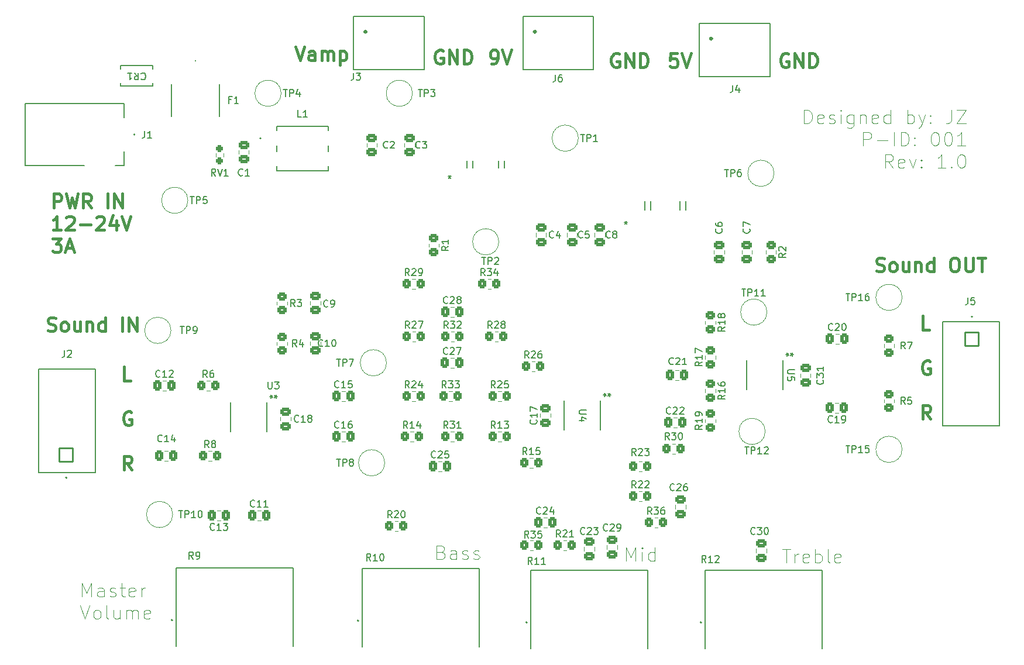
<source format=gto>
G04 #@! TF.GenerationSoftware,KiCad,Pcbnew,8.0.8*
G04 #@! TF.CreationDate,2025-02-17T02:27:16-05:00*
G04 #@! TF.ProjectId,PreAmpEQ,50726541-6d70-4455-912e-6b696361645f,1.0*
G04 #@! TF.SameCoordinates,Original*
G04 #@! TF.FileFunction,Legend,Top*
G04 #@! TF.FilePolarity,Positive*
%FSLAX46Y46*%
G04 Gerber Fmt 4.6, Leading zero omitted, Abs format (unit mm)*
G04 Created by KiCad (PCBNEW 8.0.8) date 2025-02-17 02:27:16*
%MOMM*%
%LPD*%
G01*
G04 APERTURE LIST*
G04 Aperture macros list*
%AMRoundRect*
0 Rectangle with rounded corners*
0 $1 Rounding radius*
0 $2 $3 $4 $5 $6 $7 $8 $9 X,Y pos of 4 corners*
0 Add a 4 corners polygon primitive as box body*
4,1,4,$2,$3,$4,$5,$6,$7,$8,$9,$2,$3,0*
0 Add four circle primitives for the rounded corners*
1,1,$1+$1,$2,$3*
1,1,$1+$1,$4,$5*
1,1,$1+$1,$6,$7*
1,1,$1+$1,$8,$9*
0 Add four rect primitives between the rounded corners*
20,1,$1+$1,$2,$3,$4,$5,0*
20,1,$1+$1,$4,$5,$6,$7,0*
20,1,$1+$1,$6,$7,$8,$9,0*
20,1,$1+$1,$8,$9,$2,$3,0*%
G04 Aperture macros list end*
%ADD10C,0.100000*%
%ADD11C,0.400000*%
%ADD12C,0.150000*%
%ADD13C,0.120000*%
%ADD14C,0.200000*%
%ADD15C,0.152400*%
%ADD16C,0.127000*%
%ADD17RoundRect,0.250000X-0.450000X0.350000X-0.450000X-0.350000X0.450000X-0.350000X0.450000X0.350000X0*%
%ADD18RoundRect,0.250000X-0.350000X-0.450000X0.350000X-0.450000X0.350000X0.450000X-0.350000X0.450000X0*%
%ADD19C,3.400000*%
%ADD20C,2.154000*%
%ADD21RoundRect,0.250000X0.475000X-0.337500X0.475000X0.337500X-0.475000X0.337500X-0.475000X-0.337500X0*%
%ADD22RoundRect,0.250000X0.450000X-0.350000X0.450000X0.350000X-0.450000X0.350000X-0.450000X-0.350000X0*%
%ADD23RoundRect,0.250000X-0.475000X0.337500X-0.475000X-0.337500X0.475000X-0.337500X0.475000X0.337500X0*%
%ADD24R,0.558800X1.460500*%
%ADD25RoundRect,0.237500X-0.237500X0.250000X-0.237500X-0.250000X0.237500X-0.250000X0.237500X0.250000X0*%
%ADD26C,2.004000*%
%ADD27RoundRect,0.250000X-0.337500X-0.475000X0.337500X-0.475000X0.337500X0.475000X-0.337500X0.475000X0*%
%ADD28RoundRect,0.250000X0.350000X0.450000X-0.350000X0.450000X-0.350000X-0.450000X0.350000X-0.450000X0*%
%ADD29O,2.404000X4.604000*%
%ADD30O,2.204000X4.204000*%
%ADD31O,4.204000X2.204000*%
%ADD32RoundRect,0.102000X-0.975000X0.975000X-0.975000X-0.975000X0.975000X-0.975000X0.975000X0.975000X0*%
%ADD33R,6.705600X2.209800*%
%ADD34RoundRect,0.250000X0.337500X0.475000X-0.337500X0.475000X-0.337500X-0.475000X0.337500X-0.475000X0*%
%ADD35R,0.939800X2.489200*%
%ADD36R,6.781800X6.934200*%
%ADD37R,0.939800X3.505200*%
%ADD38R,10.033000X11.125200*%
%ADD39R,1.498600X1.397000*%
%ADD40RoundRect,0.102000X0.975000X-0.975000X0.975000X0.975000X-0.975000X0.975000X-0.975000X-0.975000X0*%
%ADD41R,2.489200X1.498600*%
G04 APERTURE END LIST*
D10*
X165387979Y-119130038D02*
X165387979Y-117130038D01*
X165387979Y-117130038D02*
X166054646Y-118558609D01*
X166054646Y-118558609D02*
X166721312Y-117130038D01*
X166721312Y-117130038D02*
X166721312Y-119130038D01*
X167673693Y-119130038D02*
X167673693Y-117796704D01*
X167673693Y-117130038D02*
X167578455Y-117225276D01*
X167578455Y-117225276D02*
X167673693Y-117320514D01*
X167673693Y-117320514D02*
X167768931Y-117225276D01*
X167768931Y-117225276D02*
X167673693Y-117130038D01*
X167673693Y-117130038D02*
X167673693Y-117320514D01*
X169483217Y-119130038D02*
X169483217Y-117130038D01*
X169483217Y-119034800D02*
X169292741Y-119130038D01*
X169292741Y-119130038D02*
X168911788Y-119130038D01*
X168911788Y-119130038D02*
X168721312Y-119034800D01*
X168721312Y-119034800D02*
X168626074Y-118939561D01*
X168626074Y-118939561D02*
X168530836Y-118749085D01*
X168530836Y-118749085D02*
X168530836Y-118177657D01*
X168530836Y-118177657D02*
X168626074Y-117987180D01*
X168626074Y-117987180D02*
X168721312Y-117891942D01*
X168721312Y-117891942D02*
X168911788Y-117796704D01*
X168911788Y-117796704D02*
X169292741Y-117796704D01*
X169292741Y-117796704D02*
X169483217Y-117891942D01*
D11*
X209209728Y-85660886D02*
X208257347Y-85660886D01*
X208257347Y-85660886D02*
X208257347Y-83660886D01*
X209304966Y-90195900D02*
X209114490Y-90100662D01*
X209114490Y-90100662D02*
X208828776Y-90100662D01*
X208828776Y-90100662D02*
X208543061Y-90195900D01*
X208543061Y-90195900D02*
X208352585Y-90386376D01*
X208352585Y-90386376D02*
X208257347Y-90576852D01*
X208257347Y-90576852D02*
X208162109Y-90957804D01*
X208162109Y-90957804D02*
X208162109Y-91243519D01*
X208162109Y-91243519D02*
X208257347Y-91624471D01*
X208257347Y-91624471D02*
X208352585Y-91814947D01*
X208352585Y-91814947D02*
X208543061Y-92005424D01*
X208543061Y-92005424D02*
X208828776Y-92100662D01*
X208828776Y-92100662D02*
X209019252Y-92100662D01*
X209019252Y-92100662D02*
X209304966Y-92005424D01*
X209304966Y-92005424D02*
X209400204Y-91910185D01*
X209400204Y-91910185D02*
X209400204Y-91243519D01*
X209400204Y-91243519D02*
X209019252Y-91243519D01*
X209400204Y-98540438D02*
X208733537Y-97588057D01*
X208257347Y-98540438D02*
X208257347Y-96540438D01*
X208257347Y-96540438D02*
X209019252Y-96540438D01*
X209019252Y-96540438D02*
X209209728Y-96635676D01*
X209209728Y-96635676D02*
X209304966Y-96730914D01*
X209304966Y-96730914D02*
X209400204Y-96921390D01*
X209400204Y-96921390D02*
X209400204Y-97207104D01*
X209400204Y-97207104D02*
X209304966Y-97397580D01*
X209304966Y-97397580D02*
X209209728Y-97492819D01*
X209209728Y-97492819D02*
X209019252Y-97588057D01*
X209019252Y-97588057D02*
X208257347Y-97588057D01*
D10*
X191103921Y-55794262D02*
X191103921Y-53794262D01*
X191103921Y-53794262D02*
X191580111Y-53794262D01*
X191580111Y-53794262D02*
X191865826Y-53889500D01*
X191865826Y-53889500D02*
X192056302Y-54079976D01*
X192056302Y-54079976D02*
X192151540Y-54270452D01*
X192151540Y-54270452D02*
X192246778Y-54651404D01*
X192246778Y-54651404D02*
X192246778Y-54937119D01*
X192246778Y-54937119D02*
X192151540Y-55318071D01*
X192151540Y-55318071D02*
X192056302Y-55508547D01*
X192056302Y-55508547D02*
X191865826Y-55699024D01*
X191865826Y-55699024D02*
X191580111Y-55794262D01*
X191580111Y-55794262D02*
X191103921Y-55794262D01*
X193865826Y-55699024D02*
X193675350Y-55794262D01*
X193675350Y-55794262D02*
X193294397Y-55794262D01*
X193294397Y-55794262D02*
X193103921Y-55699024D01*
X193103921Y-55699024D02*
X193008683Y-55508547D01*
X193008683Y-55508547D02*
X193008683Y-54746643D01*
X193008683Y-54746643D02*
X193103921Y-54556166D01*
X193103921Y-54556166D02*
X193294397Y-54460928D01*
X193294397Y-54460928D02*
X193675350Y-54460928D01*
X193675350Y-54460928D02*
X193865826Y-54556166D01*
X193865826Y-54556166D02*
X193961064Y-54746643D01*
X193961064Y-54746643D02*
X193961064Y-54937119D01*
X193961064Y-54937119D02*
X193008683Y-55127595D01*
X194722969Y-55699024D02*
X194913445Y-55794262D01*
X194913445Y-55794262D02*
X195294397Y-55794262D01*
X195294397Y-55794262D02*
X195484874Y-55699024D01*
X195484874Y-55699024D02*
X195580112Y-55508547D01*
X195580112Y-55508547D02*
X195580112Y-55413309D01*
X195580112Y-55413309D02*
X195484874Y-55222833D01*
X195484874Y-55222833D02*
X195294397Y-55127595D01*
X195294397Y-55127595D02*
X195008683Y-55127595D01*
X195008683Y-55127595D02*
X194818207Y-55032357D01*
X194818207Y-55032357D02*
X194722969Y-54841881D01*
X194722969Y-54841881D02*
X194722969Y-54746643D01*
X194722969Y-54746643D02*
X194818207Y-54556166D01*
X194818207Y-54556166D02*
X195008683Y-54460928D01*
X195008683Y-54460928D02*
X195294397Y-54460928D01*
X195294397Y-54460928D02*
X195484874Y-54556166D01*
X196437255Y-55794262D02*
X196437255Y-54460928D01*
X196437255Y-53794262D02*
X196342017Y-53889500D01*
X196342017Y-53889500D02*
X196437255Y-53984738D01*
X196437255Y-53984738D02*
X196532493Y-53889500D01*
X196532493Y-53889500D02*
X196437255Y-53794262D01*
X196437255Y-53794262D02*
X196437255Y-53984738D01*
X198246779Y-54460928D02*
X198246779Y-56079976D01*
X198246779Y-56079976D02*
X198151541Y-56270452D01*
X198151541Y-56270452D02*
X198056303Y-56365690D01*
X198056303Y-56365690D02*
X197865826Y-56460928D01*
X197865826Y-56460928D02*
X197580112Y-56460928D01*
X197580112Y-56460928D02*
X197389636Y-56365690D01*
X198246779Y-55699024D02*
X198056303Y-55794262D01*
X198056303Y-55794262D02*
X197675350Y-55794262D01*
X197675350Y-55794262D02*
X197484874Y-55699024D01*
X197484874Y-55699024D02*
X197389636Y-55603785D01*
X197389636Y-55603785D02*
X197294398Y-55413309D01*
X197294398Y-55413309D02*
X197294398Y-54841881D01*
X197294398Y-54841881D02*
X197389636Y-54651404D01*
X197389636Y-54651404D02*
X197484874Y-54556166D01*
X197484874Y-54556166D02*
X197675350Y-54460928D01*
X197675350Y-54460928D02*
X198056303Y-54460928D01*
X198056303Y-54460928D02*
X198246779Y-54556166D01*
X199199160Y-54460928D02*
X199199160Y-55794262D01*
X199199160Y-54651404D02*
X199294398Y-54556166D01*
X199294398Y-54556166D02*
X199484874Y-54460928D01*
X199484874Y-54460928D02*
X199770589Y-54460928D01*
X199770589Y-54460928D02*
X199961065Y-54556166D01*
X199961065Y-54556166D02*
X200056303Y-54746643D01*
X200056303Y-54746643D02*
X200056303Y-55794262D01*
X201770589Y-55699024D02*
X201580113Y-55794262D01*
X201580113Y-55794262D02*
X201199160Y-55794262D01*
X201199160Y-55794262D02*
X201008684Y-55699024D01*
X201008684Y-55699024D02*
X200913446Y-55508547D01*
X200913446Y-55508547D02*
X200913446Y-54746643D01*
X200913446Y-54746643D02*
X201008684Y-54556166D01*
X201008684Y-54556166D02*
X201199160Y-54460928D01*
X201199160Y-54460928D02*
X201580113Y-54460928D01*
X201580113Y-54460928D02*
X201770589Y-54556166D01*
X201770589Y-54556166D02*
X201865827Y-54746643D01*
X201865827Y-54746643D02*
X201865827Y-54937119D01*
X201865827Y-54937119D02*
X200913446Y-55127595D01*
X203580113Y-55794262D02*
X203580113Y-53794262D01*
X203580113Y-55699024D02*
X203389637Y-55794262D01*
X203389637Y-55794262D02*
X203008684Y-55794262D01*
X203008684Y-55794262D02*
X202818208Y-55699024D01*
X202818208Y-55699024D02*
X202722970Y-55603785D01*
X202722970Y-55603785D02*
X202627732Y-55413309D01*
X202627732Y-55413309D02*
X202627732Y-54841881D01*
X202627732Y-54841881D02*
X202722970Y-54651404D01*
X202722970Y-54651404D02*
X202818208Y-54556166D01*
X202818208Y-54556166D02*
X203008684Y-54460928D01*
X203008684Y-54460928D02*
X203389637Y-54460928D01*
X203389637Y-54460928D02*
X203580113Y-54556166D01*
X206056304Y-55794262D02*
X206056304Y-53794262D01*
X206056304Y-54556166D02*
X206246780Y-54460928D01*
X206246780Y-54460928D02*
X206627733Y-54460928D01*
X206627733Y-54460928D02*
X206818209Y-54556166D01*
X206818209Y-54556166D02*
X206913447Y-54651404D01*
X206913447Y-54651404D02*
X207008685Y-54841881D01*
X207008685Y-54841881D02*
X207008685Y-55413309D01*
X207008685Y-55413309D02*
X206913447Y-55603785D01*
X206913447Y-55603785D02*
X206818209Y-55699024D01*
X206818209Y-55699024D02*
X206627733Y-55794262D01*
X206627733Y-55794262D02*
X206246780Y-55794262D01*
X206246780Y-55794262D02*
X206056304Y-55699024D01*
X207675352Y-54460928D02*
X208151542Y-55794262D01*
X208627733Y-54460928D02*
X208151542Y-55794262D01*
X208151542Y-55794262D02*
X207961066Y-56270452D01*
X207961066Y-56270452D02*
X207865828Y-56365690D01*
X207865828Y-56365690D02*
X207675352Y-56460928D01*
X209389638Y-55603785D02*
X209484876Y-55699024D01*
X209484876Y-55699024D02*
X209389638Y-55794262D01*
X209389638Y-55794262D02*
X209294400Y-55699024D01*
X209294400Y-55699024D02*
X209389638Y-55603785D01*
X209389638Y-55603785D02*
X209389638Y-55794262D01*
X209389638Y-54556166D02*
X209484876Y-54651404D01*
X209484876Y-54651404D02*
X209389638Y-54746643D01*
X209389638Y-54746643D02*
X209294400Y-54651404D01*
X209294400Y-54651404D02*
X209389638Y-54556166D01*
X209389638Y-54556166D02*
X209389638Y-54746643D01*
X212437258Y-53794262D02*
X212437258Y-55222833D01*
X212437258Y-55222833D02*
X212342019Y-55508547D01*
X212342019Y-55508547D02*
X212151543Y-55699024D01*
X212151543Y-55699024D02*
X211865829Y-55794262D01*
X211865829Y-55794262D02*
X211675353Y-55794262D01*
X213199163Y-53794262D02*
X214532496Y-53794262D01*
X214532496Y-53794262D02*
X213199163Y-55794262D01*
X213199163Y-55794262D02*
X214532496Y-55794262D01*
X199675353Y-59014150D02*
X199675353Y-57014150D01*
X199675353Y-57014150D02*
X200437258Y-57014150D01*
X200437258Y-57014150D02*
X200627734Y-57109388D01*
X200627734Y-57109388D02*
X200722972Y-57204626D01*
X200722972Y-57204626D02*
X200818210Y-57395102D01*
X200818210Y-57395102D02*
X200818210Y-57680816D01*
X200818210Y-57680816D02*
X200722972Y-57871292D01*
X200722972Y-57871292D02*
X200627734Y-57966531D01*
X200627734Y-57966531D02*
X200437258Y-58061769D01*
X200437258Y-58061769D02*
X199675353Y-58061769D01*
X201675353Y-58252245D02*
X203199163Y-58252245D01*
X204151543Y-59014150D02*
X204151543Y-57014150D01*
X205103924Y-59014150D02*
X205103924Y-57014150D01*
X205103924Y-57014150D02*
X205580114Y-57014150D01*
X205580114Y-57014150D02*
X205865829Y-57109388D01*
X205865829Y-57109388D02*
X206056305Y-57299864D01*
X206056305Y-57299864D02*
X206151543Y-57490340D01*
X206151543Y-57490340D02*
X206246781Y-57871292D01*
X206246781Y-57871292D02*
X206246781Y-58157007D01*
X206246781Y-58157007D02*
X206151543Y-58537959D01*
X206151543Y-58537959D02*
X206056305Y-58728435D01*
X206056305Y-58728435D02*
X205865829Y-58918912D01*
X205865829Y-58918912D02*
X205580114Y-59014150D01*
X205580114Y-59014150D02*
X205103924Y-59014150D01*
X207103924Y-58823673D02*
X207199162Y-58918912D01*
X207199162Y-58918912D02*
X207103924Y-59014150D01*
X207103924Y-59014150D02*
X207008686Y-58918912D01*
X207008686Y-58918912D02*
X207103924Y-58823673D01*
X207103924Y-58823673D02*
X207103924Y-59014150D01*
X207103924Y-57776054D02*
X207199162Y-57871292D01*
X207199162Y-57871292D02*
X207103924Y-57966531D01*
X207103924Y-57966531D02*
X207008686Y-57871292D01*
X207008686Y-57871292D02*
X207103924Y-57776054D01*
X207103924Y-57776054D02*
X207103924Y-57966531D01*
X209961067Y-57014150D02*
X210151544Y-57014150D01*
X210151544Y-57014150D02*
X210342020Y-57109388D01*
X210342020Y-57109388D02*
X210437258Y-57204626D01*
X210437258Y-57204626D02*
X210532496Y-57395102D01*
X210532496Y-57395102D02*
X210627734Y-57776054D01*
X210627734Y-57776054D02*
X210627734Y-58252245D01*
X210627734Y-58252245D02*
X210532496Y-58633197D01*
X210532496Y-58633197D02*
X210437258Y-58823673D01*
X210437258Y-58823673D02*
X210342020Y-58918912D01*
X210342020Y-58918912D02*
X210151544Y-59014150D01*
X210151544Y-59014150D02*
X209961067Y-59014150D01*
X209961067Y-59014150D02*
X209770591Y-58918912D01*
X209770591Y-58918912D02*
X209675353Y-58823673D01*
X209675353Y-58823673D02*
X209580115Y-58633197D01*
X209580115Y-58633197D02*
X209484877Y-58252245D01*
X209484877Y-58252245D02*
X209484877Y-57776054D01*
X209484877Y-57776054D02*
X209580115Y-57395102D01*
X209580115Y-57395102D02*
X209675353Y-57204626D01*
X209675353Y-57204626D02*
X209770591Y-57109388D01*
X209770591Y-57109388D02*
X209961067Y-57014150D01*
X211865829Y-57014150D02*
X212056306Y-57014150D01*
X212056306Y-57014150D02*
X212246782Y-57109388D01*
X212246782Y-57109388D02*
X212342020Y-57204626D01*
X212342020Y-57204626D02*
X212437258Y-57395102D01*
X212437258Y-57395102D02*
X212532496Y-57776054D01*
X212532496Y-57776054D02*
X212532496Y-58252245D01*
X212532496Y-58252245D02*
X212437258Y-58633197D01*
X212437258Y-58633197D02*
X212342020Y-58823673D01*
X212342020Y-58823673D02*
X212246782Y-58918912D01*
X212246782Y-58918912D02*
X212056306Y-59014150D01*
X212056306Y-59014150D02*
X211865829Y-59014150D01*
X211865829Y-59014150D02*
X211675353Y-58918912D01*
X211675353Y-58918912D02*
X211580115Y-58823673D01*
X211580115Y-58823673D02*
X211484877Y-58633197D01*
X211484877Y-58633197D02*
X211389639Y-58252245D01*
X211389639Y-58252245D02*
X211389639Y-57776054D01*
X211389639Y-57776054D02*
X211484877Y-57395102D01*
X211484877Y-57395102D02*
X211580115Y-57204626D01*
X211580115Y-57204626D02*
X211675353Y-57109388D01*
X211675353Y-57109388D02*
X211865829Y-57014150D01*
X214437258Y-59014150D02*
X213294401Y-59014150D01*
X213865829Y-59014150D02*
X213865829Y-57014150D01*
X213865829Y-57014150D02*
X213675353Y-57299864D01*
X213675353Y-57299864D02*
X213484877Y-57490340D01*
X213484877Y-57490340D02*
X213294401Y-57585578D01*
X203961066Y-62234038D02*
X203294399Y-61281657D01*
X202818209Y-62234038D02*
X202818209Y-60234038D01*
X202818209Y-60234038D02*
X203580114Y-60234038D01*
X203580114Y-60234038D02*
X203770590Y-60329276D01*
X203770590Y-60329276D02*
X203865828Y-60424514D01*
X203865828Y-60424514D02*
X203961066Y-60614990D01*
X203961066Y-60614990D02*
X203961066Y-60900704D01*
X203961066Y-60900704D02*
X203865828Y-61091180D01*
X203865828Y-61091180D02*
X203770590Y-61186419D01*
X203770590Y-61186419D02*
X203580114Y-61281657D01*
X203580114Y-61281657D02*
X202818209Y-61281657D01*
X205580114Y-62138800D02*
X205389638Y-62234038D01*
X205389638Y-62234038D02*
X205008685Y-62234038D01*
X205008685Y-62234038D02*
X204818209Y-62138800D01*
X204818209Y-62138800D02*
X204722971Y-61948323D01*
X204722971Y-61948323D02*
X204722971Y-61186419D01*
X204722971Y-61186419D02*
X204818209Y-60995942D01*
X204818209Y-60995942D02*
X205008685Y-60900704D01*
X205008685Y-60900704D02*
X205389638Y-60900704D01*
X205389638Y-60900704D02*
X205580114Y-60995942D01*
X205580114Y-60995942D02*
X205675352Y-61186419D01*
X205675352Y-61186419D02*
X205675352Y-61376895D01*
X205675352Y-61376895D02*
X204722971Y-61567371D01*
X206342019Y-60900704D02*
X206818209Y-62234038D01*
X206818209Y-62234038D02*
X207294400Y-60900704D01*
X208056305Y-62043561D02*
X208151543Y-62138800D01*
X208151543Y-62138800D02*
X208056305Y-62234038D01*
X208056305Y-62234038D02*
X207961067Y-62138800D01*
X207961067Y-62138800D02*
X208056305Y-62043561D01*
X208056305Y-62043561D02*
X208056305Y-62234038D01*
X208056305Y-60995942D02*
X208151543Y-61091180D01*
X208151543Y-61091180D02*
X208056305Y-61186419D01*
X208056305Y-61186419D02*
X207961067Y-61091180D01*
X207961067Y-61091180D02*
X208056305Y-60995942D01*
X208056305Y-60995942D02*
X208056305Y-61186419D01*
X211580115Y-62234038D02*
X210437258Y-62234038D01*
X211008686Y-62234038D02*
X211008686Y-60234038D01*
X211008686Y-60234038D02*
X210818210Y-60519752D01*
X210818210Y-60519752D02*
X210627734Y-60710228D01*
X210627734Y-60710228D02*
X210437258Y-60805466D01*
X212437258Y-62043561D02*
X212532496Y-62138800D01*
X212532496Y-62138800D02*
X212437258Y-62234038D01*
X212437258Y-62234038D02*
X212342020Y-62138800D01*
X212342020Y-62138800D02*
X212437258Y-62043561D01*
X212437258Y-62043561D02*
X212437258Y-62234038D01*
X213770591Y-60234038D02*
X213961068Y-60234038D01*
X213961068Y-60234038D02*
X214151544Y-60329276D01*
X214151544Y-60329276D02*
X214246782Y-60424514D01*
X214246782Y-60424514D02*
X214342020Y-60614990D01*
X214342020Y-60614990D02*
X214437258Y-60995942D01*
X214437258Y-60995942D02*
X214437258Y-61472133D01*
X214437258Y-61472133D02*
X214342020Y-61853085D01*
X214342020Y-61853085D02*
X214246782Y-62043561D01*
X214246782Y-62043561D02*
X214151544Y-62138800D01*
X214151544Y-62138800D02*
X213961068Y-62234038D01*
X213961068Y-62234038D02*
X213770591Y-62234038D01*
X213770591Y-62234038D02*
X213580115Y-62138800D01*
X213580115Y-62138800D02*
X213484877Y-62043561D01*
X213484877Y-62043561D02*
X213389639Y-61853085D01*
X213389639Y-61853085D02*
X213294401Y-61472133D01*
X213294401Y-61472133D02*
X213294401Y-60995942D01*
X213294401Y-60995942D02*
X213389639Y-60614990D01*
X213389639Y-60614990D02*
X213484877Y-60424514D01*
X213484877Y-60424514D02*
X213580115Y-60329276D01*
X213580115Y-60329276D02*
X213770591Y-60234038D01*
D11*
X81670109Y-85745200D02*
X81955823Y-85840438D01*
X81955823Y-85840438D02*
X82432014Y-85840438D01*
X82432014Y-85840438D02*
X82622490Y-85745200D01*
X82622490Y-85745200D02*
X82717728Y-85649961D01*
X82717728Y-85649961D02*
X82812966Y-85459485D01*
X82812966Y-85459485D02*
X82812966Y-85269009D01*
X82812966Y-85269009D02*
X82717728Y-85078533D01*
X82717728Y-85078533D02*
X82622490Y-84983295D01*
X82622490Y-84983295D02*
X82432014Y-84888057D01*
X82432014Y-84888057D02*
X82051061Y-84792819D01*
X82051061Y-84792819D02*
X81860585Y-84697580D01*
X81860585Y-84697580D02*
X81765347Y-84602342D01*
X81765347Y-84602342D02*
X81670109Y-84411866D01*
X81670109Y-84411866D02*
X81670109Y-84221390D01*
X81670109Y-84221390D02*
X81765347Y-84030914D01*
X81765347Y-84030914D02*
X81860585Y-83935676D01*
X81860585Y-83935676D02*
X82051061Y-83840438D01*
X82051061Y-83840438D02*
X82527252Y-83840438D01*
X82527252Y-83840438D02*
X82812966Y-83935676D01*
X83955823Y-85840438D02*
X83765347Y-85745200D01*
X83765347Y-85745200D02*
X83670109Y-85649961D01*
X83670109Y-85649961D02*
X83574871Y-85459485D01*
X83574871Y-85459485D02*
X83574871Y-84888057D01*
X83574871Y-84888057D02*
X83670109Y-84697580D01*
X83670109Y-84697580D02*
X83765347Y-84602342D01*
X83765347Y-84602342D02*
X83955823Y-84507104D01*
X83955823Y-84507104D02*
X84241538Y-84507104D01*
X84241538Y-84507104D02*
X84432014Y-84602342D01*
X84432014Y-84602342D02*
X84527252Y-84697580D01*
X84527252Y-84697580D02*
X84622490Y-84888057D01*
X84622490Y-84888057D02*
X84622490Y-85459485D01*
X84622490Y-85459485D02*
X84527252Y-85649961D01*
X84527252Y-85649961D02*
X84432014Y-85745200D01*
X84432014Y-85745200D02*
X84241538Y-85840438D01*
X84241538Y-85840438D02*
X83955823Y-85840438D01*
X86336776Y-84507104D02*
X86336776Y-85840438D01*
X85479633Y-84507104D02*
X85479633Y-85554723D01*
X85479633Y-85554723D02*
X85574871Y-85745200D01*
X85574871Y-85745200D02*
X85765347Y-85840438D01*
X85765347Y-85840438D02*
X86051062Y-85840438D01*
X86051062Y-85840438D02*
X86241538Y-85745200D01*
X86241538Y-85745200D02*
X86336776Y-85649961D01*
X87289157Y-84507104D02*
X87289157Y-85840438D01*
X87289157Y-84697580D02*
X87384395Y-84602342D01*
X87384395Y-84602342D02*
X87574871Y-84507104D01*
X87574871Y-84507104D02*
X87860586Y-84507104D01*
X87860586Y-84507104D02*
X88051062Y-84602342D01*
X88051062Y-84602342D02*
X88146300Y-84792819D01*
X88146300Y-84792819D02*
X88146300Y-85840438D01*
X89955824Y-85840438D02*
X89955824Y-83840438D01*
X89955824Y-85745200D02*
X89765348Y-85840438D01*
X89765348Y-85840438D02*
X89384395Y-85840438D01*
X89384395Y-85840438D02*
X89193919Y-85745200D01*
X89193919Y-85745200D02*
X89098681Y-85649961D01*
X89098681Y-85649961D02*
X89003443Y-85459485D01*
X89003443Y-85459485D02*
X89003443Y-84888057D01*
X89003443Y-84888057D02*
X89098681Y-84697580D01*
X89098681Y-84697580D02*
X89193919Y-84602342D01*
X89193919Y-84602342D02*
X89384395Y-84507104D01*
X89384395Y-84507104D02*
X89765348Y-84507104D01*
X89765348Y-84507104D02*
X89955824Y-84602342D01*
X92432015Y-85840438D02*
X92432015Y-83840438D01*
X93384396Y-85840438D02*
X93384396Y-83840438D01*
X93384396Y-83840438D02*
X94527253Y-85840438D01*
X94527253Y-85840438D02*
X94527253Y-83840438D01*
D10*
X86647979Y-124292150D02*
X86647979Y-122292150D01*
X86647979Y-122292150D02*
X87314646Y-123720721D01*
X87314646Y-123720721D02*
X87981312Y-122292150D01*
X87981312Y-122292150D02*
X87981312Y-124292150D01*
X89790836Y-124292150D02*
X89790836Y-123244531D01*
X89790836Y-123244531D02*
X89695598Y-123054054D01*
X89695598Y-123054054D02*
X89505122Y-122958816D01*
X89505122Y-122958816D02*
X89124169Y-122958816D01*
X89124169Y-122958816D02*
X88933693Y-123054054D01*
X89790836Y-124196912D02*
X89600360Y-124292150D01*
X89600360Y-124292150D02*
X89124169Y-124292150D01*
X89124169Y-124292150D02*
X88933693Y-124196912D01*
X88933693Y-124196912D02*
X88838455Y-124006435D01*
X88838455Y-124006435D02*
X88838455Y-123815959D01*
X88838455Y-123815959D02*
X88933693Y-123625483D01*
X88933693Y-123625483D02*
X89124169Y-123530245D01*
X89124169Y-123530245D02*
X89600360Y-123530245D01*
X89600360Y-123530245D02*
X89790836Y-123435007D01*
X90647979Y-124196912D02*
X90838455Y-124292150D01*
X90838455Y-124292150D02*
X91219407Y-124292150D01*
X91219407Y-124292150D02*
X91409884Y-124196912D01*
X91409884Y-124196912D02*
X91505122Y-124006435D01*
X91505122Y-124006435D02*
X91505122Y-123911197D01*
X91505122Y-123911197D02*
X91409884Y-123720721D01*
X91409884Y-123720721D02*
X91219407Y-123625483D01*
X91219407Y-123625483D02*
X90933693Y-123625483D01*
X90933693Y-123625483D02*
X90743217Y-123530245D01*
X90743217Y-123530245D02*
X90647979Y-123339769D01*
X90647979Y-123339769D02*
X90647979Y-123244531D01*
X90647979Y-123244531D02*
X90743217Y-123054054D01*
X90743217Y-123054054D02*
X90933693Y-122958816D01*
X90933693Y-122958816D02*
X91219407Y-122958816D01*
X91219407Y-122958816D02*
X91409884Y-123054054D01*
X92076551Y-122958816D02*
X92838455Y-122958816D01*
X92362265Y-122292150D02*
X92362265Y-124006435D01*
X92362265Y-124006435D02*
X92457503Y-124196912D01*
X92457503Y-124196912D02*
X92647979Y-124292150D01*
X92647979Y-124292150D02*
X92838455Y-124292150D01*
X94267027Y-124196912D02*
X94076551Y-124292150D01*
X94076551Y-124292150D02*
X93695598Y-124292150D01*
X93695598Y-124292150D02*
X93505122Y-124196912D01*
X93505122Y-124196912D02*
X93409884Y-124006435D01*
X93409884Y-124006435D02*
X93409884Y-123244531D01*
X93409884Y-123244531D02*
X93505122Y-123054054D01*
X93505122Y-123054054D02*
X93695598Y-122958816D01*
X93695598Y-122958816D02*
X94076551Y-122958816D01*
X94076551Y-122958816D02*
X94267027Y-123054054D01*
X94267027Y-123054054D02*
X94362265Y-123244531D01*
X94362265Y-123244531D02*
X94362265Y-123435007D01*
X94362265Y-123435007D02*
X93409884Y-123625483D01*
X95219408Y-124292150D02*
X95219408Y-122958816D01*
X95219408Y-123339769D02*
X95314646Y-123149292D01*
X95314646Y-123149292D02*
X95409884Y-123054054D01*
X95409884Y-123054054D02*
X95600360Y-122958816D01*
X95600360Y-122958816D02*
X95790837Y-122958816D01*
X86362265Y-125512038D02*
X87028931Y-127512038D01*
X87028931Y-127512038D02*
X87695598Y-125512038D01*
X88647979Y-127512038D02*
X88457503Y-127416800D01*
X88457503Y-127416800D02*
X88362265Y-127321561D01*
X88362265Y-127321561D02*
X88267027Y-127131085D01*
X88267027Y-127131085D02*
X88267027Y-126559657D01*
X88267027Y-126559657D02*
X88362265Y-126369180D01*
X88362265Y-126369180D02*
X88457503Y-126273942D01*
X88457503Y-126273942D02*
X88647979Y-126178704D01*
X88647979Y-126178704D02*
X88933694Y-126178704D01*
X88933694Y-126178704D02*
X89124170Y-126273942D01*
X89124170Y-126273942D02*
X89219408Y-126369180D01*
X89219408Y-126369180D02*
X89314646Y-126559657D01*
X89314646Y-126559657D02*
X89314646Y-127131085D01*
X89314646Y-127131085D02*
X89219408Y-127321561D01*
X89219408Y-127321561D02*
X89124170Y-127416800D01*
X89124170Y-127416800D02*
X88933694Y-127512038D01*
X88933694Y-127512038D02*
X88647979Y-127512038D01*
X90457503Y-127512038D02*
X90267027Y-127416800D01*
X90267027Y-127416800D02*
X90171789Y-127226323D01*
X90171789Y-127226323D02*
X90171789Y-125512038D01*
X92076551Y-126178704D02*
X92076551Y-127512038D01*
X91219408Y-126178704D02*
X91219408Y-127226323D01*
X91219408Y-127226323D02*
X91314646Y-127416800D01*
X91314646Y-127416800D02*
X91505122Y-127512038D01*
X91505122Y-127512038D02*
X91790837Y-127512038D01*
X91790837Y-127512038D02*
X91981313Y-127416800D01*
X91981313Y-127416800D02*
X92076551Y-127321561D01*
X93028932Y-127512038D02*
X93028932Y-126178704D01*
X93028932Y-126369180D02*
X93124170Y-126273942D01*
X93124170Y-126273942D02*
X93314646Y-126178704D01*
X93314646Y-126178704D02*
X93600361Y-126178704D01*
X93600361Y-126178704D02*
X93790837Y-126273942D01*
X93790837Y-126273942D02*
X93886075Y-126464419D01*
X93886075Y-126464419D02*
X93886075Y-127512038D01*
X93886075Y-126464419D02*
X93981313Y-126273942D01*
X93981313Y-126273942D02*
X94171789Y-126178704D01*
X94171789Y-126178704D02*
X94457503Y-126178704D01*
X94457503Y-126178704D02*
X94647980Y-126273942D01*
X94647980Y-126273942D02*
X94743218Y-126464419D01*
X94743218Y-126464419D02*
X94743218Y-127512038D01*
X96457504Y-127416800D02*
X96267028Y-127512038D01*
X96267028Y-127512038D02*
X95886075Y-127512038D01*
X95886075Y-127512038D02*
X95695599Y-127416800D01*
X95695599Y-127416800D02*
X95600361Y-127226323D01*
X95600361Y-127226323D02*
X95600361Y-126464419D01*
X95600361Y-126464419D02*
X95695599Y-126273942D01*
X95695599Y-126273942D02*
X95886075Y-126178704D01*
X95886075Y-126178704D02*
X96267028Y-126178704D01*
X96267028Y-126178704D02*
X96457504Y-126273942D01*
X96457504Y-126273942D02*
X96552742Y-126464419D01*
X96552742Y-126464419D02*
X96552742Y-126654895D01*
X96552742Y-126654895D02*
X95600361Y-126845371D01*
D11*
X201558109Y-77109200D02*
X201843823Y-77204438D01*
X201843823Y-77204438D02*
X202320014Y-77204438D01*
X202320014Y-77204438D02*
X202510490Y-77109200D01*
X202510490Y-77109200D02*
X202605728Y-77013961D01*
X202605728Y-77013961D02*
X202700966Y-76823485D01*
X202700966Y-76823485D02*
X202700966Y-76633009D01*
X202700966Y-76633009D02*
X202605728Y-76442533D01*
X202605728Y-76442533D02*
X202510490Y-76347295D01*
X202510490Y-76347295D02*
X202320014Y-76252057D01*
X202320014Y-76252057D02*
X201939061Y-76156819D01*
X201939061Y-76156819D02*
X201748585Y-76061580D01*
X201748585Y-76061580D02*
X201653347Y-75966342D01*
X201653347Y-75966342D02*
X201558109Y-75775866D01*
X201558109Y-75775866D02*
X201558109Y-75585390D01*
X201558109Y-75585390D02*
X201653347Y-75394914D01*
X201653347Y-75394914D02*
X201748585Y-75299676D01*
X201748585Y-75299676D02*
X201939061Y-75204438D01*
X201939061Y-75204438D02*
X202415252Y-75204438D01*
X202415252Y-75204438D02*
X202700966Y-75299676D01*
X203843823Y-77204438D02*
X203653347Y-77109200D01*
X203653347Y-77109200D02*
X203558109Y-77013961D01*
X203558109Y-77013961D02*
X203462871Y-76823485D01*
X203462871Y-76823485D02*
X203462871Y-76252057D01*
X203462871Y-76252057D02*
X203558109Y-76061580D01*
X203558109Y-76061580D02*
X203653347Y-75966342D01*
X203653347Y-75966342D02*
X203843823Y-75871104D01*
X203843823Y-75871104D02*
X204129538Y-75871104D01*
X204129538Y-75871104D02*
X204320014Y-75966342D01*
X204320014Y-75966342D02*
X204415252Y-76061580D01*
X204415252Y-76061580D02*
X204510490Y-76252057D01*
X204510490Y-76252057D02*
X204510490Y-76823485D01*
X204510490Y-76823485D02*
X204415252Y-77013961D01*
X204415252Y-77013961D02*
X204320014Y-77109200D01*
X204320014Y-77109200D02*
X204129538Y-77204438D01*
X204129538Y-77204438D02*
X203843823Y-77204438D01*
X206224776Y-75871104D02*
X206224776Y-77204438D01*
X205367633Y-75871104D02*
X205367633Y-76918723D01*
X205367633Y-76918723D02*
X205462871Y-77109200D01*
X205462871Y-77109200D02*
X205653347Y-77204438D01*
X205653347Y-77204438D02*
X205939062Y-77204438D01*
X205939062Y-77204438D02*
X206129538Y-77109200D01*
X206129538Y-77109200D02*
X206224776Y-77013961D01*
X207177157Y-75871104D02*
X207177157Y-77204438D01*
X207177157Y-76061580D02*
X207272395Y-75966342D01*
X207272395Y-75966342D02*
X207462871Y-75871104D01*
X207462871Y-75871104D02*
X207748586Y-75871104D01*
X207748586Y-75871104D02*
X207939062Y-75966342D01*
X207939062Y-75966342D02*
X208034300Y-76156819D01*
X208034300Y-76156819D02*
X208034300Y-77204438D01*
X209843824Y-77204438D02*
X209843824Y-75204438D01*
X209843824Y-77109200D02*
X209653348Y-77204438D01*
X209653348Y-77204438D02*
X209272395Y-77204438D01*
X209272395Y-77204438D02*
X209081919Y-77109200D01*
X209081919Y-77109200D02*
X208986681Y-77013961D01*
X208986681Y-77013961D02*
X208891443Y-76823485D01*
X208891443Y-76823485D02*
X208891443Y-76252057D01*
X208891443Y-76252057D02*
X208986681Y-76061580D01*
X208986681Y-76061580D02*
X209081919Y-75966342D01*
X209081919Y-75966342D02*
X209272395Y-75871104D01*
X209272395Y-75871104D02*
X209653348Y-75871104D01*
X209653348Y-75871104D02*
X209843824Y-75966342D01*
X212700967Y-75204438D02*
X213081920Y-75204438D01*
X213081920Y-75204438D02*
X213272396Y-75299676D01*
X213272396Y-75299676D02*
X213462872Y-75490152D01*
X213462872Y-75490152D02*
X213558110Y-75871104D01*
X213558110Y-75871104D02*
X213558110Y-76537771D01*
X213558110Y-76537771D02*
X213462872Y-76918723D01*
X213462872Y-76918723D02*
X213272396Y-77109200D01*
X213272396Y-77109200D02*
X213081920Y-77204438D01*
X213081920Y-77204438D02*
X212700967Y-77204438D01*
X212700967Y-77204438D02*
X212510491Y-77109200D01*
X212510491Y-77109200D02*
X212320015Y-76918723D01*
X212320015Y-76918723D02*
X212224777Y-76537771D01*
X212224777Y-76537771D02*
X212224777Y-75871104D01*
X212224777Y-75871104D02*
X212320015Y-75490152D01*
X212320015Y-75490152D02*
X212510491Y-75299676D01*
X212510491Y-75299676D02*
X212700967Y-75204438D01*
X214415253Y-75204438D02*
X214415253Y-76823485D01*
X214415253Y-76823485D02*
X214510491Y-77013961D01*
X214510491Y-77013961D02*
X214605729Y-77109200D01*
X214605729Y-77109200D02*
X214796205Y-77204438D01*
X214796205Y-77204438D02*
X215177158Y-77204438D01*
X215177158Y-77204438D02*
X215367634Y-77109200D01*
X215367634Y-77109200D02*
X215462872Y-77013961D01*
X215462872Y-77013961D02*
X215558110Y-76823485D01*
X215558110Y-76823485D02*
X215558110Y-75204438D01*
X216224777Y-75204438D02*
X217367634Y-75204438D01*
X216796205Y-77204438D02*
X216796205Y-75204438D01*
X164320966Y-45733676D02*
X164130490Y-45638438D01*
X164130490Y-45638438D02*
X163844776Y-45638438D01*
X163844776Y-45638438D02*
X163559061Y-45733676D01*
X163559061Y-45733676D02*
X163368585Y-45924152D01*
X163368585Y-45924152D02*
X163273347Y-46114628D01*
X163273347Y-46114628D02*
X163178109Y-46495580D01*
X163178109Y-46495580D02*
X163178109Y-46781295D01*
X163178109Y-46781295D02*
X163273347Y-47162247D01*
X163273347Y-47162247D02*
X163368585Y-47352723D01*
X163368585Y-47352723D02*
X163559061Y-47543200D01*
X163559061Y-47543200D02*
X163844776Y-47638438D01*
X163844776Y-47638438D02*
X164035252Y-47638438D01*
X164035252Y-47638438D02*
X164320966Y-47543200D01*
X164320966Y-47543200D02*
X164416204Y-47447961D01*
X164416204Y-47447961D02*
X164416204Y-46781295D01*
X164416204Y-46781295D02*
X164035252Y-46781295D01*
X165273347Y-47638438D02*
X165273347Y-45638438D01*
X165273347Y-45638438D02*
X166416204Y-47638438D01*
X166416204Y-47638438D02*
X166416204Y-45638438D01*
X167368585Y-47638438D02*
X167368585Y-45638438D01*
X167368585Y-45638438D02*
X167844775Y-45638438D01*
X167844775Y-45638438D02*
X168130490Y-45733676D01*
X168130490Y-45733676D02*
X168320966Y-45924152D01*
X168320966Y-45924152D02*
X168416204Y-46114628D01*
X168416204Y-46114628D02*
X168511442Y-46495580D01*
X168511442Y-46495580D02*
X168511442Y-46781295D01*
X168511442Y-46781295D02*
X168416204Y-47162247D01*
X168416204Y-47162247D02*
X168320966Y-47352723D01*
X168320966Y-47352723D02*
X168130490Y-47543200D01*
X168130490Y-47543200D02*
X167844775Y-47638438D01*
X167844775Y-47638438D02*
X167368585Y-47638438D01*
D10*
X187962265Y-117384038D02*
X189105122Y-117384038D01*
X188533693Y-119384038D02*
X188533693Y-117384038D01*
X189771789Y-119384038D02*
X189771789Y-118050704D01*
X189771789Y-118431657D02*
X189867027Y-118241180D01*
X189867027Y-118241180D02*
X189962265Y-118145942D01*
X189962265Y-118145942D02*
X190152741Y-118050704D01*
X190152741Y-118050704D02*
X190343218Y-118050704D01*
X191771789Y-119288800D02*
X191581313Y-119384038D01*
X191581313Y-119384038D02*
X191200360Y-119384038D01*
X191200360Y-119384038D02*
X191009884Y-119288800D01*
X191009884Y-119288800D02*
X190914646Y-119098323D01*
X190914646Y-119098323D02*
X190914646Y-118336419D01*
X190914646Y-118336419D02*
X191009884Y-118145942D01*
X191009884Y-118145942D02*
X191200360Y-118050704D01*
X191200360Y-118050704D02*
X191581313Y-118050704D01*
X191581313Y-118050704D02*
X191771789Y-118145942D01*
X191771789Y-118145942D02*
X191867027Y-118336419D01*
X191867027Y-118336419D02*
X191867027Y-118526895D01*
X191867027Y-118526895D02*
X190914646Y-118717371D01*
X192724170Y-119384038D02*
X192724170Y-117384038D01*
X192724170Y-118145942D02*
X192914646Y-118050704D01*
X192914646Y-118050704D02*
X193295599Y-118050704D01*
X193295599Y-118050704D02*
X193486075Y-118145942D01*
X193486075Y-118145942D02*
X193581313Y-118241180D01*
X193581313Y-118241180D02*
X193676551Y-118431657D01*
X193676551Y-118431657D02*
X193676551Y-119003085D01*
X193676551Y-119003085D02*
X193581313Y-119193561D01*
X193581313Y-119193561D02*
X193486075Y-119288800D01*
X193486075Y-119288800D02*
X193295599Y-119384038D01*
X193295599Y-119384038D02*
X192914646Y-119384038D01*
X192914646Y-119384038D02*
X192724170Y-119288800D01*
X194819408Y-119384038D02*
X194628932Y-119288800D01*
X194628932Y-119288800D02*
X194533694Y-119098323D01*
X194533694Y-119098323D02*
X194533694Y-117384038D01*
X196343218Y-119288800D02*
X196152742Y-119384038D01*
X196152742Y-119384038D02*
X195771789Y-119384038D01*
X195771789Y-119384038D02*
X195581313Y-119288800D01*
X195581313Y-119288800D02*
X195486075Y-119098323D01*
X195486075Y-119098323D02*
X195486075Y-118336419D01*
X195486075Y-118336419D02*
X195581313Y-118145942D01*
X195581313Y-118145942D02*
X195771789Y-118050704D01*
X195771789Y-118050704D02*
X196152742Y-118050704D01*
X196152742Y-118050704D02*
X196343218Y-118145942D01*
X196343218Y-118145942D02*
X196438456Y-118336419D01*
X196438456Y-118336419D02*
X196438456Y-118526895D01*
X196438456Y-118526895D02*
X195486075Y-118717371D01*
D11*
X117487633Y-44638438D02*
X118154299Y-46638438D01*
X118154299Y-46638438D02*
X118820966Y-44638438D01*
X120344776Y-46638438D02*
X120344776Y-45590819D01*
X120344776Y-45590819D02*
X120249538Y-45400342D01*
X120249538Y-45400342D02*
X120059062Y-45305104D01*
X120059062Y-45305104D02*
X119678109Y-45305104D01*
X119678109Y-45305104D02*
X119487633Y-45400342D01*
X120344776Y-46543200D02*
X120154300Y-46638438D01*
X120154300Y-46638438D02*
X119678109Y-46638438D01*
X119678109Y-46638438D02*
X119487633Y-46543200D01*
X119487633Y-46543200D02*
X119392395Y-46352723D01*
X119392395Y-46352723D02*
X119392395Y-46162247D01*
X119392395Y-46162247D02*
X119487633Y-45971771D01*
X119487633Y-45971771D02*
X119678109Y-45876533D01*
X119678109Y-45876533D02*
X120154300Y-45876533D01*
X120154300Y-45876533D02*
X120344776Y-45781295D01*
X121297157Y-46638438D02*
X121297157Y-45305104D01*
X121297157Y-45495580D02*
X121392395Y-45400342D01*
X121392395Y-45400342D02*
X121582871Y-45305104D01*
X121582871Y-45305104D02*
X121868586Y-45305104D01*
X121868586Y-45305104D02*
X122059062Y-45400342D01*
X122059062Y-45400342D02*
X122154300Y-45590819D01*
X122154300Y-45590819D02*
X122154300Y-46638438D01*
X122154300Y-45590819D02*
X122249538Y-45400342D01*
X122249538Y-45400342D02*
X122440014Y-45305104D01*
X122440014Y-45305104D02*
X122725728Y-45305104D01*
X122725728Y-45305104D02*
X122916205Y-45400342D01*
X122916205Y-45400342D02*
X123011443Y-45590819D01*
X123011443Y-45590819D02*
X123011443Y-46638438D01*
X123963824Y-45305104D02*
X123963824Y-47305104D01*
X123963824Y-45400342D02*
X124154300Y-45305104D01*
X124154300Y-45305104D02*
X124535253Y-45305104D01*
X124535253Y-45305104D02*
X124725729Y-45400342D01*
X124725729Y-45400342D02*
X124820967Y-45495580D01*
X124820967Y-45495580D02*
X124916205Y-45686057D01*
X124916205Y-45686057D02*
X124916205Y-46257485D01*
X124916205Y-46257485D02*
X124820967Y-46447961D01*
X124820967Y-46447961D02*
X124725729Y-46543200D01*
X124725729Y-46543200D02*
X124535253Y-46638438D01*
X124535253Y-46638438D02*
X124154300Y-46638438D01*
X124154300Y-46638438D02*
X123963824Y-46543200D01*
X93639728Y-93026886D02*
X92687347Y-93026886D01*
X92687347Y-93026886D02*
X92687347Y-91026886D01*
X93734966Y-97561900D02*
X93544490Y-97466662D01*
X93544490Y-97466662D02*
X93258776Y-97466662D01*
X93258776Y-97466662D02*
X92973061Y-97561900D01*
X92973061Y-97561900D02*
X92782585Y-97752376D01*
X92782585Y-97752376D02*
X92687347Y-97942852D01*
X92687347Y-97942852D02*
X92592109Y-98323804D01*
X92592109Y-98323804D02*
X92592109Y-98609519D01*
X92592109Y-98609519D02*
X92687347Y-98990471D01*
X92687347Y-98990471D02*
X92782585Y-99180947D01*
X92782585Y-99180947D02*
X92973061Y-99371424D01*
X92973061Y-99371424D02*
X93258776Y-99466662D01*
X93258776Y-99466662D02*
X93449252Y-99466662D01*
X93449252Y-99466662D02*
X93734966Y-99371424D01*
X93734966Y-99371424D02*
X93830204Y-99276185D01*
X93830204Y-99276185D02*
X93830204Y-98609519D01*
X93830204Y-98609519D02*
X93449252Y-98609519D01*
X93830204Y-105906438D02*
X93163537Y-104954057D01*
X92687347Y-105906438D02*
X92687347Y-103906438D01*
X92687347Y-103906438D02*
X93449252Y-103906438D01*
X93449252Y-103906438D02*
X93639728Y-104001676D01*
X93639728Y-104001676D02*
X93734966Y-104096914D01*
X93734966Y-104096914D02*
X93830204Y-104287390D01*
X93830204Y-104287390D02*
X93830204Y-104573104D01*
X93830204Y-104573104D02*
X93734966Y-104763580D01*
X93734966Y-104763580D02*
X93639728Y-104858819D01*
X93639728Y-104858819D02*
X93449252Y-104954057D01*
X93449252Y-104954057D02*
X92687347Y-104954057D01*
X188820966Y-45733676D02*
X188630490Y-45638438D01*
X188630490Y-45638438D02*
X188344776Y-45638438D01*
X188344776Y-45638438D02*
X188059061Y-45733676D01*
X188059061Y-45733676D02*
X187868585Y-45924152D01*
X187868585Y-45924152D02*
X187773347Y-46114628D01*
X187773347Y-46114628D02*
X187678109Y-46495580D01*
X187678109Y-46495580D02*
X187678109Y-46781295D01*
X187678109Y-46781295D02*
X187773347Y-47162247D01*
X187773347Y-47162247D02*
X187868585Y-47352723D01*
X187868585Y-47352723D02*
X188059061Y-47543200D01*
X188059061Y-47543200D02*
X188344776Y-47638438D01*
X188344776Y-47638438D02*
X188535252Y-47638438D01*
X188535252Y-47638438D02*
X188820966Y-47543200D01*
X188820966Y-47543200D02*
X188916204Y-47447961D01*
X188916204Y-47447961D02*
X188916204Y-46781295D01*
X188916204Y-46781295D02*
X188535252Y-46781295D01*
X189773347Y-47638438D02*
X189773347Y-45638438D01*
X189773347Y-45638438D02*
X190916204Y-47638438D01*
X190916204Y-47638438D02*
X190916204Y-45638438D01*
X191868585Y-47638438D02*
X191868585Y-45638438D01*
X191868585Y-45638438D02*
X192344775Y-45638438D01*
X192344775Y-45638438D02*
X192630490Y-45733676D01*
X192630490Y-45733676D02*
X192820966Y-45924152D01*
X192820966Y-45924152D02*
X192916204Y-46114628D01*
X192916204Y-46114628D02*
X193011442Y-46495580D01*
X193011442Y-46495580D02*
X193011442Y-46781295D01*
X193011442Y-46781295D02*
X192916204Y-47162247D01*
X192916204Y-47162247D02*
X192820966Y-47352723D01*
X192820966Y-47352723D02*
X192630490Y-47543200D01*
X192630490Y-47543200D02*
X192344775Y-47638438D01*
X192344775Y-47638438D02*
X191868585Y-47638438D01*
X172725728Y-45638438D02*
X171773347Y-45638438D01*
X171773347Y-45638438D02*
X171678109Y-46590819D01*
X171678109Y-46590819D02*
X171773347Y-46495580D01*
X171773347Y-46495580D02*
X171963823Y-46400342D01*
X171963823Y-46400342D02*
X172440014Y-46400342D01*
X172440014Y-46400342D02*
X172630490Y-46495580D01*
X172630490Y-46495580D02*
X172725728Y-46590819D01*
X172725728Y-46590819D02*
X172820966Y-46781295D01*
X172820966Y-46781295D02*
X172820966Y-47257485D01*
X172820966Y-47257485D02*
X172725728Y-47447961D01*
X172725728Y-47447961D02*
X172630490Y-47543200D01*
X172630490Y-47543200D02*
X172440014Y-47638438D01*
X172440014Y-47638438D02*
X171963823Y-47638438D01*
X171963823Y-47638438D02*
X171773347Y-47543200D01*
X171773347Y-47543200D02*
X171678109Y-47447961D01*
X173392395Y-45638438D02*
X174059061Y-47638438D01*
X174059061Y-47638438D02*
X174725728Y-45638438D01*
X138820966Y-45233676D02*
X138630490Y-45138438D01*
X138630490Y-45138438D02*
X138344776Y-45138438D01*
X138344776Y-45138438D02*
X138059061Y-45233676D01*
X138059061Y-45233676D02*
X137868585Y-45424152D01*
X137868585Y-45424152D02*
X137773347Y-45614628D01*
X137773347Y-45614628D02*
X137678109Y-45995580D01*
X137678109Y-45995580D02*
X137678109Y-46281295D01*
X137678109Y-46281295D02*
X137773347Y-46662247D01*
X137773347Y-46662247D02*
X137868585Y-46852723D01*
X137868585Y-46852723D02*
X138059061Y-47043200D01*
X138059061Y-47043200D02*
X138344776Y-47138438D01*
X138344776Y-47138438D02*
X138535252Y-47138438D01*
X138535252Y-47138438D02*
X138820966Y-47043200D01*
X138820966Y-47043200D02*
X138916204Y-46947961D01*
X138916204Y-46947961D02*
X138916204Y-46281295D01*
X138916204Y-46281295D02*
X138535252Y-46281295D01*
X139773347Y-47138438D02*
X139773347Y-45138438D01*
X139773347Y-45138438D02*
X140916204Y-47138438D01*
X140916204Y-47138438D02*
X140916204Y-45138438D01*
X141868585Y-47138438D02*
X141868585Y-45138438D01*
X141868585Y-45138438D02*
X142344775Y-45138438D01*
X142344775Y-45138438D02*
X142630490Y-45233676D01*
X142630490Y-45233676D02*
X142820966Y-45424152D01*
X142820966Y-45424152D02*
X142916204Y-45614628D01*
X142916204Y-45614628D02*
X143011442Y-45995580D01*
X143011442Y-45995580D02*
X143011442Y-46281295D01*
X143011442Y-46281295D02*
X142916204Y-46662247D01*
X142916204Y-46662247D02*
X142820966Y-46852723D01*
X142820966Y-46852723D02*
X142630490Y-47043200D01*
X142630490Y-47043200D02*
X142344775Y-47138438D01*
X142344775Y-47138438D02*
X141868585Y-47138438D01*
X82527347Y-67970662D02*
X82527347Y-65970662D01*
X82527347Y-65970662D02*
X83289252Y-65970662D01*
X83289252Y-65970662D02*
X83479728Y-66065900D01*
X83479728Y-66065900D02*
X83574966Y-66161138D01*
X83574966Y-66161138D02*
X83670204Y-66351614D01*
X83670204Y-66351614D02*
X83670204Y-66637328D01*
X83670204Y-66637328D02*
X83574966Y-66827804D01*
X83574966Y-66827804D02*
X83479728Y-66923043D01*
X83479728Y-66923043D02*
X83289252Y-67018281D01*
X83289252Y-67018281D02*
X82527347Y-67018281D01*
X84336871Y-65970662D02*
X84813061Y-67970662D01*
X84813061Y-67970662D02*
X85194014Y-66542090D01*
X85194014Y-66542090D02*
X85574966Y-67970662D01*
X85574966Y-67970662D02*
X86051157Y-65970662D01*
X87955918Y-67970662D02*
X87289251Y-67018281D01*
X86813061Y-67970662D02*
X86813061Y-65970662D01*
X86813061Y-65970662D02*
X87574966Y-65970662D01*
X87574966Y-65970662D02*
X87765442Y-66065900D01*
X87765442Y-66065900D02*
X87860680Y-66161138D01*
X87860680Y-66161138D02*
X87955918Y-66351614D01*
X87955918Y-66351614D02*
X87955918Y-66637328D01*
X87955918Y-66637328D02*
X87860680Y-66827804D01*
X87860680Y-66827804D02*
X87765442Y-66923043D01*
X87765442Y-66923043D02*
X87574966Y-67018281D01*
X87574966Y-67018281D02*
X86813061Y-67018281D01*
X90336871Y-67970662D02*
X90336871Y-65970662D01*
X91289252Y-67970662D02*
X91289252Y-65970662D01*
X91289252Y-65970662D02*
X92432109Y-67970662D01*
X92432109Y-67970662D02*
X92432109Y-65970662D01*
X83574966Y-71190550D02*
X82432109Y-71190550D01*
X83003537Y-71190550D02*
X83003537Y-69190550D01*
X83003537Y-69190550D02*
X82813061Y-69476264D01*
X82813061Y-69476264D02*
X82622585Y-69666740D01*
X82622585Y-69666740D02*
X82432109Y-69761978D01*
X84336871Y-69381026D02*
X84432109Y-69285788D01*
X84432109Y-69285788D02*
X84622585Y-69190550D01*
X84622585Y-69190550D02*
X85098776Y-69190550D01*
X85098776Y-69190550D02*
X85289252Y-69285788D01*
X85289252Y-69285788D02*
X85384490Y-69381026D01*
X85384490Y-69381026D02*
X85479728Y-69571502D01*
X85479728Y-69571502D02*
X85479728Y-69761978D01*
X85479728Y-69761978D02*
X85384490Y-70047692D01*
X85384490Y-70047692D02*
X84241633Y-71190550D01*
X84241633Y-71190550D02*
X85479728Y-71190550D01*
X86336871Y-70428645D02*
X87860681Y-70428645D01*
X88717823Y-69381026D02*
X88813061Y-69285788D01*
X88813061Y-69285788D02*
X89003537Y-69190550D01*
X89003537Y-69190550D02*
X89479728Y-69190550D01*
X89479728Y-69190550D02*
X89670204Y-69285788D01*
X89670204Y-69285788D02*
X89765442Y-69381026D01*
X89765442Y-69381026D02*
X89860680Y-69571502D01*
X89860680Y-69571502D02*
X89860680Y-69761978D01*
X89860680Y-69761978D02*
X89765442Y-70047692D01*
X89765442Y-70047692D02*
X88622585Y-71190550D01*
X88622585Y-71190550D02*
X89860680Y-71190550D01*
X91574966Y-69857216D02*
X91574966Y-71190550D01*
X91098775Y-69095312D02*
X90622585Y-70523883D01*
X90622585Y-70523883D02*
X91860680Y-70523883D01*
X92336871Y-69190550D02*
X93003537Y-71190550D01*
X93003537Y-71190550D02*
X93670204Y-69190550D01*
X82336871Y-72410438D02*
X83574966Y-72410438D01*
X83574966Y-72410438D02*
X82908299Y-73172342D01*
X82908299Y-73172342D02*
X83194014Y-73172342D01*
X83194014Y-73172342D02*
X83384490Y-73267580D01*
X83384490Y-73267580D02*
X83479728Y-73362819D01*
X83479728Y-73362819D02*
X83574966Y-73553295D01*
X83574966Y-73553295D02*
X83574966Y-74029485D01*
X83574966Y-74029485D02*
X83479728Y-74219961D01*
X83479728Y-74219961D02*
X83384490Y-74315200D01*
X83384490Y-74315200D02*
X83194014Y-74410438D01*
X83194014Y-74410438D02*
X82622585Y-74410438D01*
X82622585Y-74410438D02*
X82432109Y-74315200D01*
X82432109Y-74315200D02*
X82336871Y-74219961D01*
X84336871Y-73839009D02*
X85289252Y-73839009D01*
X84146395Y-74410438D02*
X84813061Y-72410438D01*
X84813061Y-72410438D02*
X85479728Y-74410438D01*
D10*
X138622646Y-117828419D02*
X138908360Y-117923657D01*
X138908360Y-117923657D02*
X139003598Y-118018895D01*
X139003598Y-118018895D02*
X139098836Y-118209371D01*
X139098836Y-118209371D02*
X139098836Y-118495085D01*
X139098836Y-118495085D02*
X139003598Y-118685561D01*
X139003598Y-118685561D02*
X138908360Y-118780800D01*
X138908360Y-118780800D02*
X138717884Y-118876038D01*
X138717884Y-118876038D02*
X137955979Y-118876038D01*
X137955979Y-118876038D02*
X137955979Y-116876038D01*
X137955979Y-116876038D02*
X138622646Y-116876038D01*
X138622646Y-116876038D02*
X138813122Y-116971276D01*
X138813122Y-116971276D02*
X138908360Y-117066514D01*
X138908360Y-117066514D02*
X139003598Y-117256990D01*
X139003598Y-117256990D02*
X139003598Y-117447466D01*
X139003598Y-117447466D02*
X138908360Y-117637942D01*
X138908360Y-117637942D02*
X138813122Y-117733180D01*
X138813122Y-117733180D02*
X138622646Y-117828419D01*
X138622646Y-117828419D02*
X137955979Y-117828419D01*
X140813122Y-118876038D02*
X140813122Y-117828419D01*
X140813122Y-117828419D02*
X140717884Y-117637942D01*
X140717884Y-117637942D02*
X140527408Y-117542704D01*
X140527408Y-117542704D02*
X140146455Y-117542704D01*
X140146455Y-117542704D02*
X139955979Y-117637942D01*
X140813122Y-118780800D02*
X140622646Y-118876038D01*
X140622646Y-118876038D02*
X140146455Y-118876038D01*
X140146455Y-118876038D02*
X139955979Y-118780800D01*
X139955979Y-118780800D02*
X139860741Y-118590323D01*
X139860741Y-118590323D02*
X139860741Y-118399847D01*
X139860741Y-118399847D02*
X139955979Y-118209371D01*
X139955979Y-118209371D02*
X140146455Y-118114133D01*
X140146455Y-118114133D02*
X140622646Y-118114133D01*
X140622646Y-118114133D02*
X140813122Y-118018895D01*
X141670265Y-118780800D02*
X141860741Y-118876038D01*
X141860741Y-118876038D02*
X142241693Y-118876038D01*
X142241693Y-118876038D02*
X142432170Y-118780800D01*
X142432170Y-118780800D02*
X142527408Y-118590323D01*
X142527408Y-118590323D02*
X142527408Y-118495085D01*
X142527408Y-118495085D02*
X142432170Y-118304609D01*
X142432170Y-118304609D02*
X142241693Y-118209371D01*
X142241693Y-118209371D02*
X141955979Y-118209371D01*
X141955979Y-118209371D02*
X141765503Y-118114133D01*
X141765503Y-118114133D02*
X141670265Y-117923657D01*
X141670265Y-117923657D02*
X141670265Y-117828419D01*
X141670265Y-117828419D02*
X141765503Y-117637942D01*
X141765503Y-117637942D02*
X141955979Y-117542704D01*
X141955979Y-117542704D02*
X142241693Y-117542704D01*
X142241693Y-117542704D02*
X142432170Y-117637942D01*
X143289313Y-118780800D02*
X143479789Y-118876038D01*
X143479789Y-118876038D02*
X143860741Y-118876038D01*
X143860741Y-118876038D02*
X144051218Y-118780800D01*
X144051218Y-118780800D02*
X144146456Y-118590323D01*
X144146456Y-118590323D02*
X144146456Y-118495085D01*
X144146456Y-118495085D02*
X144051218Y-118304609D01*
X144051218Y-118304609D02*
X143860741Y-118209371D01*
X143860741Y-118209371D02*
X143575027Y-118209371D01*
X143575027Y-118209371D02*
X143384551Y-118114133D01*
X143384551Y-118114133D02*
X143289313Y-117923657D01*
X143289313Y-117923657D02*
X143289313Y-117828419D01*
X143289313Y-117828419D02*
X143384551Y-117637942D01*
X143384551Y-117637942D02*
X143575027Y-117542704D01*
X143575027Y-117542704D02*
X143860741Y-117542704D01*
X143860741Y-117542704D02*
X144051218Y-117637942D01*
D11*
X145868585Y-47138438D02*
X146249537Y-47138438D01*
X146249537Y-47138438D02*
X146440014Y-47043200D01*
X146440014Y-47043200D02*
X146535252Y-46947961D01*
X146535252Y-46947961D02*
X146725728Y-46662247D01*
X146725728Y-46662247D02*
X146820966Y-46281295D01*
X146820966Y-46281295D02*
X146820966Y-45519390D01*
X146820966Y-45519390D02*
X146725728Y-45328914D01*
X146725728Y-45328914D02*
X146630490Y-45233676D01*
X146630490Y-45233676D02*
X146440014Y-45138438D01*
X146440014Y-45138438D02*
X146059061Y-45138438D01*
X146059061Y-45138438D02*
X145868585Y-45233676D01*
X145868585Y-45233676D02*
X145773347Y-45328914D01*
X145773347Y-45328914D02*
X145678109Y-45519390D01*
X145678109Y-45519390D02*
X145678109Y-45995580D01*
X145678109Y-45995580D02*
X145773347Y-46186057D01*
X145773347Y-46186057D02*
X145868585Y-46281295D01*
X145868585Y-46281295D02*
X146059061Y-46376533D01*
X146059061Y-46376533D02*
X146440014Y-46376533D01*
X146440014Y-46376533D02*
X146630490Y-46281295D01*
X146630490Y-46281295D02*
X146725728Y-46186057D01*
X146725728Y-46186057D02*
X146820966Y-45995580D01*
X147392395Y-45138438D02*
X148059061Y-47138438D01*
X148059061Y-47138438D02*
X148725728Y-45138438D01*
D12*
X179650819Y-95098857D02*
X179174628Y-95432190D01*
X179650819Y-95670285D02*
X178650819Y-95670285D01*
X178650819Y-95670285D02*
X178650819Y-95289333D01*
X178650819Y-95289333D02*
X178698438Y-95194095D01*
X178698438Y-95194095D02*
X178746057Y-95146476D01*
X178746057Y-95146476D02*
X178841295Y-95098857D01*
X178841295Y-95098857D02*
X178984152Y-95098857D01*
X178984152Y-95098857D02*
X179079390Y-95146476D01*
X179079390Y-95146476D02*
X179127009Y-95194095D01*
X179127009Y-95194095D02*
X179174628Y-95289333D01*
X179174628Y-95289333D02*
X179174628Y-95670285D01*
X179650819Y-94146476D02*
X179650819Y-94717904D01*
X179650819Y-94432190D02*
X178650819Y-94432190D01*
X178650819Y-94432190D02*
X178793676Y-94527428D01*
X178793676Y-94527428D02*
X178888914Y-94622666D01*
X178888914Y-94622666D02*
X178936533Y-94717904D01*
X178650819Y-93289333D02*
X178650819Y-93479809D01*
X178650819Y-93479809D02*
X178698438Y-93575047D01*
X178698438Y-93575047D02*
X178746057Y-93622666D01*
X178746057Y-93622666D02*
X178888914Y-93717904D01*
X178888914Y-93717904D02*
X179079390Y-93765523D01*
X179079390Y-93765523D02*
X179460342Y-93765523D01*
X179460342Y-93765523D02*
X179555580Y-93717904D01*
X179555580Y-93717904D02*
X179603200Y-93670285D01*
X179603200Y-93670285D02*
X179650819Y-93575047D01*
X179650819Y-93575047D02*
X179650819Y-93384571D01*
X179650819Y-93384571D02*
X179603200Y-93289333D01*
X179603200Y-93289333D02*
X179555580Y-93241714D01*
X179555580Y-93241714D02*
X179460342Y-93194095D01*
X179460342Y-93194095D02*
X179222247Y-93194095D01*
X179222247Y-93194095D02*
X179127009Y-93241714D01*
X179127009Y-93241714D02*
X179079390Y-93289333D01*
X179079390Y-93289333D02*
X179031771Y-93384571D01*
X179031771Y-93384571D02*
X179031771Y-93575047D01*
X179031771Y-93575047D02*
X179079390Y-93670285D01*
X179079390Y-93670285D02*
X179127009Y-93717904D01*
X179127009Y-93717904D02*
X179222247Y-93765523D01*
X131453142Y-112850819D02*
X131119809Y-112374628D01*
X130881714Y-112850819D02*
X130881714Y-111850819D01*
X130881714Y-111850819D02*
X131262666Y-111850819D01*
X131262666Y-111850819D02*
X131357904Y-111898438D01*
X131357904Y-111898438D02*
X131405523Y-111946057D01*
X131405523Y-111946057D02*
X131453142Y-112041295D01*
X131453142Y-112041295D02*
X131453142Y-112184152D01*
X131453142Y-112184152D02*
X131405523Y-112279390D01*
X131405523Y-112279390D02*
X131357904Y-112327009D01*
X131357904Y-112327009D02*
X131262666Y-112374628D01*
X131262666Y-112374628D02*
X130881714Y-112374628D01*
X131834095Y-111946057D02*
X131881714Y-111898438D01*
X131881714Y-111898438D02*
X131976952Y-111850819D01*
X131976952Y-111850819D02*
X132215047Y-111850819D01*
X132215047Y-111850819D02*
X132310285Y-111898438D01*
X132310285Y-111898438D02*
X132357904Y-111946057D01*
X132357904Y-111946057D02*
X132405523Y-112041295D01*
X132405523Y-112041295D02*
X132405523Y-112136533D01*
X132405523Y-112136533D02*
X132357904Y-112279390D01*
X132357904Y-112279390D02*
X131786476Y-112850819D01*
X131786476Y-112850819D02*
X132405523Y-112850819D01*
X133024571Y-111850819D02*
X133119809Y-111850819D01*
X133119809Y-111850819D02*
X133215047Y-111898438D01*
X133215047Y-111898438D02*
X133262666Y-111946057D01*
X133262666Y-111946057D02*
X133310285Y-112041295D01*
X133310285Y-112041295D02*
X133357904Y-112231771D01*
X133357904Y-112231771D02*
X133357904Y-112469866D01*
X133357904Y-112469866D02*
X133310285Y-112660342D01*
X133310285Y-112660342D02*
X133262666Y-112755580D01*
X133262666Y-112755580D02*
X133215047Y-112803200D01*
X133215047Y-112803200D02*
X133119809Y-112850819D01*
X133119809Y-112850819D02*
X133024571Y-112850819D01*
X133024571Y-112850819D02*
X132929333Y-112803200D01*
X132929333Y-112803200D02*
X132881714Y-112755580D01*
X132881714Y-112755580D02*
X132834095Y-112660342D01*
X132834095Y-112660342D02*
X132786476Y-112469866D01*
X132786476Y-112469866D02*
X132786476Y-112231771D01*
X132786476Y-112231771D02*
X132834095Y-112041295D01*
X132834095Y-112041295D02*
X132881714Y-111946057D01*
X132881714Y-111946057D02*
X132929333Y-111898438D01*
X132929333Y-111898438D02*
X133024571Y-111850819D01*
X102272095Y-66358819D02*
X102843523Y-66358819D01*
X102557809Y-67358819D02*
X102557809Y-66358819D01*
X103176857Y-67358819D02*
X103176857Y-66358819D01*
X103176857Y-66358819D02*
X103557809Y-66358819D01*
X103557809Y-66358819D02*
X103653047Y-66406438D01*
X103653047Y-66406438D02*
X103700666Y-66454057D01*
X103700666Y-66454057D02*
X103748285Y-66549295D01*
X103748285Y-66549295D02*
X103748285Y-66692152D01*
X103748285Y-66692152D02*
X103700666Y-66787390D01*
X103700666Y-66787390D02*
X103653047Y-66835009D01*
X103653047Y-66835009D02*
X103557809Y-66882628D01*
X103557809Y-66882628D02*
X103176857Y-66882628D01*
X104653047Y-66358819D02*
X104176857Y-66358819D01*
X104176857Y-66358819D02*
X104129238Y-66835009D01*
X104129238Y-66835009D02*
X104176857Y-66787390D01*
X104176857Y-66787390D02*
X104272095Y-66739771D01*
X104272095Y-66739771D02*
X104510190Y-66739771D01*
X104510190Y-66739771D02*
X104605428Y-66787390D01*
X104605428Y-66787390D02*
X104653047Y-66835009D01*
X104653047Y-66835009D02*
X104700666Y-66930247D01*
X104700666Y-66930247D02*
X104700666Y-67168342D01*
X104700666Y-67168342D02*
X104653047Y-67263580D01*
X104653047Y-67263580D02*
X104605428Y-67311200D01*
X104605428Y-67311200D02*
X104510190Y-67358819D01*
X104510190Y-67358819D02*
X104272095Y-67358819D01*
X104272095Y-67358819D02*
X104176857Y-67311200D01*
X104176857Y-67311200D02*
X104129238Y-67263580D01*
X155114666Y-48730819D02*
X155114666Y-49445104D01*
X155114666Y-49445104D02*
X155067047Y-49587961D01*
X155067047Y-49587961D02*
X154971809Y-49683200D01*
X154971809Y-49683200D02*
X154828952Y-49730819D01*
X154828952Y-49730819D02*
X154733714Y-49730819D01*
X156019428Y-48730819D02*
X155828952Y-48730819D01*
X155828952Y-48730819D02*
X155733714Y-48778438D01*
X155733714Y-48778438D02*
X155686095Y-48826057D01*
X155686095Y-48826057D02*
X155590857Y-48968914D01*
X155590857Y-48968914D02*
X155543238Y-49159390D01*
X155543238Y-49159390D02*
X155543238Y-49540342D01*
X155543238Y-49540342D02*
X155590857Y-49635580D01*
X155590857Y-49635580D02*
X155638476Y-49683200D01*
X155638476Y-49683200D02*
X155733714Y-49730819D01*
X155733714Y-49730819D02*
X155924190Y-49730819D01*
X155924190Y-49730819D02*
X156019428Y-49683200D01*
X156019428Y-49683200D02*
X156067047Y-49635580D01*
X156067047Y-49635580D02*
X156114666Y-49540342D01*
X156114666Y-49540342D02*
X156114666Y-49302247D01*
X156114666Y-49302247D02*
X156067047Y-49207009D01*
X156067047Y-49207009D02*
X156019428Y-49159390D01*
X156019428Y-49159390D02*
X155924190Y-49111771D01*
X155924190Y-49111771D02*
X155733714Y-49111771D01*
X155733714Y-49111771D02*
X155638476Y-49159390D01*
X155638476Y-49159390D02*
X155590857Y-49207009D01*
X155590857Y-49207009D02*
X155543238Y-49302247D01*
X139638819Y-73570666D02*
X139162628Y-73903999D01*
X139638819Y-74142094D02*
X138638819Y-74142094D01*
X138638819Y-74142094D02*
X138638819Y-73761142D01*
X138638819Y-73761142D02*
X138686438Y-73665904D01*
X138686438Y-73665904D02*
X138734057Y-73618285D01*
X138734057Y-73618285D02*
X138829295Y-73570666D01*
X138829295Y-73570666D02*
X138972152Y-73570666D01*
X138972152Y-73570666D02*
X139067390Y-73618285D01*
X139067390Y-73618285D02*
X139115009Y-73665904D01*
X139115009Y-73665904D02*
X139162628Y-73761142D01*
X139162628Y-73761142D02*
X139162628Y-74142094D01*
X139638819Y-72618285D02*
X139638819Y-73189713D01*
X139638819Y-72903999D02*
X138638819Y-72903999D01*
X138638819Y-72903999D02*
X138781676Y-72999237D01*
X138781676Y-72999237D02*
X138876914Y-73094475D01*
X138876914Y-73094475D02*
X138924533Y-73189713D01*
X193824580Y-92900857D02*
X193872200Y-92948476D01*
X193872200Y-92948476D02*
X193919819Y-93091333D01*
X193919819Y-93091333D02*
X193919819Y-93186571D01*
X193919819Y-93186571D02*
X193872200Y-93329428D01*
X193872200Y-93329428D02*
X193776961Y-93424666D01*
X193776961Y-93424666D02*
X193681723Y-93472285D01*
X193681723Y-93472285D02*
X193491247Y-93519904D01*
X193491247Y-93519904D02*
X193348390Y-93519904D01*
X193348390Y-93519904D02*
X193157914Y-93472285D01*
X193157914Y-93472285D02*
X193062676Y-93424666D01*
X193062676Y-93424666D02*
X192967438Y-93329428D01*
X192967438Y-93329428D02*
X192919819Y-93186571D01*
X192919819Y-93186571D02*
X192919819Y-93091333D01*
X192919819Y-93091333D02*
X192967438Y-92948476D01*
X192967438Y-92948476D02*
X193015057Y-92900857D01*
X192919819Y-92567523D02*
X192919819Y-91948476D01*
X192919819Y-91948476D02*
X193300771Y-92281809D01*
X193300771Y-92281809D02*
X193300771Y-92138952D01*
X193300771Y-92138952D02*
X193348390Y-92043714D01*
X193348390Y-92043714D02*
X193396009Y-91996095D01*
X193396009Y-91996095D02*
X193491247Y-91948476D01*
X193491247Y-91948476D02*
X193729342Y-91948476D01*
X193729342Y-91948476D02*
X193824580Y-91996095D01*
X193824580Y-91996095D02*
X193872200Y-92043714D01*
X193872200Y-92043714D02*
X193919819Y-92138952D01*
X193919819Y-92138952D02*
X193919819Y-92424666D01*
X193919819Y-92424666D02*
X193872200Y-92519904D01*
X193872200Y-92519904D02*
X193824580Y-92567523D01*
X193919819Y-90996095D02*
X193919819Y-91567523D01*
X193919819Y-91281809D02*
X192919819Y-91281809D01*
X192919819Y-91281809D02*
X193062676Y-91377047D01*
X193062676Y-91377047D02*
X193157914Y-91472285D01*
X193157914Y-91472285D02*
X193205533Y-91567523D01*
X100827595Y-85180819D02*
X101399023Y-85180819D01*
X101113309Y-86180819D02*
X101113309Y-85180819D01*
X101732357Y-86180819D02*
X101732357Y-85180819D01*
X101732357Y-85180819D02*
X102113309Y-85180819D01*
X102113309Y-85180819D02*
X102208547Y-85228438D01*
X102208547Y-85228438D02*
X102256166Y-85276057D01*
X102256166Y-85276057D02*
X102303785Y-85371295D01*
X102303785Y-85371295D02*
X102303785Y-85514152D01*
X102303785Y-85514152D02*
X102256166Y-85609390D01*
X102256166Y-85609390D02*
X102208547Y-85657009D01*
X102208547Y-85657009D02*
X102113309Y-85704628D01*
X102113309Y-85704628D02*
X101732357Y-85704628D01*
X102779976Y-86180819D02*
X102970452Y-86180819D01*
X102970452Y-86180819D02*
X103065690Y-86133200D01*
X103065690Y-86133200D02*
X103113309Y-86085580D01*
X103113309Y-86085580D02*
X103208547Y-85942723D01*
X103208547Y-85942723D02*
X103256166Y-85752247D01*
X103256166Y-85752247D02*
X103256166Y-85371295D01*
X103256166Y-85371295D02*
X103208547Y-85276057D01*
X103208547Y-85276057D02*
X103160928Y-85228438D01*
X103160928Y-85228438D02*
X103065690Y-85180819D01*
X103065690Y-85180819D02*
X102875214Y-85180819D01*
X102875214Y-85180819D02*
X102779976Y-85228438D01*
X102779976Y-85228438D02*
X102732357Y-85276057D01*
X102732357Y-85276057D02*
X102684738Y-85371295D01*
X102684738Y-85371295D02*
X102684738Y-85609390D01*
X102684738Y-85609390D02*
X102732357Y-85704628D01*
X102732357Y-85704628D02*
X102779976Y-85752247D01*
X102779976Y-85752247D02*
X102875214Y-85799866D01*
X102875214Y-85799866D02*
X103065690Y-85799866D01*
X103065690Y-85799866D02*
X103160928Y-85752247D01*
X103160928Y-85752247D02*
X103208547Y-85704628D01*
X103208547Y-85704628D02*
X103256166Y-85609390D01*
X176350819Y-90272857D02*
X175874628Y-90606190D01*
X176350819Y-90844285D02*
X175350819Y-90844285D01*
X175350819Y-90844285D02*
X175350819Y-90463333D01*
X175350819Y-90463333D02*
X175398438Y-90368095D01*
X175398438Y-90368095D02*
X175446057Y-90320476D01*
X175446057Y-90320476D02*
X175541295Y-90272857D01*
X175541295Y-90272857D02*
X175684152Y-90272857D01*
X175684152Y-90272857D02*
X175779390Y-90320476D01*
X175779390Y-90320476D02*
X175827009Y-90368095D01*
X175827009Y-90368095D02*
X175874628Y-90463333D01*
X175874628Y-90463333D02*
X175874628Y-90844285D01*
X176350819Y-89320476D02*
X176350819Y-89891904D01*
X176350819Y-89606190D02*
X175350819Y-89606190D01*
X175350819Y-89606190D02*
X175493676Y-89701428D01*
X175493676Y-89701428D02*
X175588914Y-89796666D01*
X175588914Y-89796666D02*
X175636533Y-89891904D01*
X175350819Y-88987142D02*
X175350819Y-88320476D01*
X175350819Y-88320476D02*
X176350819Y-88749047D01*
X182083905Y-79746819D02*
X182655333Y-79746819D01*
X182369619Y-80746819D02*
X182369619Y-79746819D01*
X182988667Y-80746819D02*
X182988667Y-79746819D01*
X182988667Y-79746819D02*
X183369619Y-79746819D01*
X183369619Y-79746819D02*
X183464857Y-79794438D01*
X183464857Y-79794438D02*
X183512476Y-79842057D01*
X183512476Y-79842057D02*
X183560095Y-79937295D01*
X183560095Y-79937295D02*
X183560095Y-80080152D01*
X183560095Y-80080152D02*
X183512476Y-80175390D01*
X183512476Y-80175390D02*
X183464857Y-80223009D01*
X183464857Y-80223009D02*
X183369619Y-80270628D01*
X183369619Y-80270628D02*
X182988667Y-80270628D01*
X184512476Y-80746819D02*
X183941048Y-80746819D01*
X184226762Y-80746819D02*
X184226762Y-79746819D01*
X184226762Y-79746819D02*
X184131524Y-79889676D01*
X184131524Y-79889676D02*
X184036286Y-79984914D01*
X184036286Y-79984914D02*
X183941048Y-80032533D01*
X185464857Y-80746819D02*
X184893429Y-80746819D01*
X185179143Y-80746819D02*
X185179143Y-79746819D01*
X185179143Y-79746819D02*
X185083905Y-79889676D01*
X185083905Y-79889676D02*
X184988667Y-79984914D01*
X184988667Y-79984914D02*
X184893429Y-80032533D01*
X183175580Y-71029666D02*
X183223200Y-71077285D01*
X183223200Y-71077285D02*
X183270819Y-71220142D01*
X183270819Y-71220142D02*
X183270819Y-71315380D01*
X183270819Y-71315380D02*
X183223200Y-71458237D01*
X183223200Y-71458237D02*
X183127961Y-71553475D01*
X183127961Y-71553475D02*
X183032723Y-71601094D01*
X183032723Y-71601094D02*
X182842247Y-71648713D01*
X182842247Y-71648713D02*
X182699390Y-71648713D01*
X182699390Y-71648713D02*
X182508914Y-71601094D01*
X182508914Y-71601094D02*
X182413676Y-71553475D01*
X182413676Y-71553475D02*
X182318438Y-71458237D01*
X182318438Y-71458237D02*
X182270819Y-71315380D01*
X182270819Y-71315380D02*
X182270819Y-71220142D01*
X182270819Y-71220142D02*
X182318438Y-71077285D01*
X182318438Y-71077285D02*
X182366057Y-71029666D01*
X182270819Y-70696332D02*
X182270819Y-70029666D01*
X182270819Y-70029666D02*
X183270819Y-70458237D01*
X139549142Y-99896819D02*
X139215809Y-99420628D01*
X138977714Y-99896819D02*
X138977714Y-98896819D01*
X138977714Y-98896819D02*
X139358666Y-98896819D01*
X139358666Y-98896819D02*
X139453904Y-98944438D01*
X139453904Y-98944438D02*
X139501523Y-98992057D01*
X139501523Y-98992057D02*
X139549142Y-99087295D01*
X139549142Y-99087295D02*
X139549142Y-99230152D01*
X139549142Y-99230152D02*
X139501523Y-99325390D01*
X139501523Y-99325390D02*
X139453904Y-99373009D01*
X139453904Y-99373009D02*
X139358666Y-99420628D01*
X139358666Y-99420628D02*
X138977714Y-99420628D01*
X139882476Y-98896819D02*
X140501523Y-98896819D01*
X140501523Y-98896819D02*
X140168190Y-99277771D01*
X140168190Y-99277771D02*
X140311047Y-99277771D01*
X140311047Y-99277771D02*
X140406285Y-99325390D01*
X140406285Y-99325390D02*
X140453904Y-99373009D01*
X140453904Y-99373009D02*
X140501523Y-99468247D01*
X140501523Y-99468247D02*
X140501523Y-99706342D01*
X140501523Y-99706342D02*
X140453904Y-99801580D01*
X140453904Y-99801580D02*
X140406285Y-99849200D01*
X140406285Y-99849200D02*
X140311047Y-99896819D01*
X140311047Y-99896819D02*
X140025333Y-99896819D01*
X140025333Y-99896819D02*
X139930095Y-99849200D01*
X139930095Y-99849200D02*
X139882476Y-99801580D01*
X141453904Y-99896819D02*
X140882476Y-99896819D01*
X141168190Y-99896819D02*
X141168190Y-98896819D01*
X141168190Y-98896819D02*
X141072952Y-99039676D01*
X141072952Y-99039676D02*
X140977714Y-99134914D01*
X140977714Y-99134914D02*
X140882476Y-99182533D01*
X122199333Y-82253580D02*
X122151714Y-82301200D01*
X122151714Y-82301200D02*
X122008857Y-82348819D01*
X122008857Y-82348819D02*
X121913619Y-82348819D01*
X121913619Y-82348819D02*
X121770762Y-82301200D01*
X121770762Y-82301200D02*
X121675524Y-82205961D01*
X121675524Y-82205961D02*
X121627905Y-82110723D01*
X121627905Y-82110723D02*
X121580286Y-81920247D01*
X121580286Y-81920247D02*
X121580286Y-81777390D01*
X121580286Y-81777390D02*
X121627905Y-81586914D01*
X121627905Y-81586914D02*
X121675524Y-81491676D01*
X121675524Y-81491676D02*
X121770762Y-81396438D01*
X121770762Y-81396438D02*
X121913619Y-81348819D01*
X121913619Y-81348819D02*
X122008857Y-81348819D01*
X122008857Y-81348819D02*
X122151714Y-81396438D01*
X122151714Y-81396438D02*
X122199333Y-81444057D01*
X122675524Y-82348819D02*
X122866000Y-82348819D01*
X122866000Y-82348819D02*
X122961238Y-82301200D01*
X122961238Y-82301200D02*
X123008857Y-82253580D01*
X123008857Y-82253580D02*
X123104095Y-82110723D01*
X123104095Y-82110723D02*
X123151714Y-81920247D01*
X123151714Y-81920247D02*
X123151714Y-81539295D01*
X123151714Y-81539295D02*
X123104095Y-81444057D01*
X123104095Y-81444057D02*
X123056476Y-81396438D01*
X123056476Y-81396438D02*
X122961238Y-81348819D01*
X122961238Y-81348819D02*
X122770762Y-81348819D01*
X122770762Y-81348819D02*
X122675524Y-81396438D01*
X122675524Y-81396438D02*
X122627905Y-81444057D01*
X122627905Y-81444057D02*
X122580286Y-81539295D01*
X122580286Y-81539295D02*
X122580286Y-81777390D01*
X122580286Y-81777390D02*
X122627905Y-81872628D01*
X122627905Y-81872628D02*
X122675524Y-81920247D01*
X122675524Y-81920247D02*
X122770762Y-81967866D01*
X122770762Y-81967866D02*
X122961238Y-81967866D01*
X122961238Y-81967866D02*
X123056476Y-81920247D01*
X123056476Y-81920247D02*
X123104095Y-81872628D01*
X123104095Y-81872628D02*
X123151714Y-81777390D01*
X159549180Y-97282095D02*
X158739657Y-97282095D01*
X158739657Y-97282095D02*
X158644419Y-97329714D01*
X158644419Y-97329714D02*
X158596800Y-97377333D01*
X158596800Y-97377333D02*
X158549180Y-97472571D01*
X158549180Y-97472571D02*
X158549180Y-97663047D01*
X158549180Y-97663047D02*
X158596800Y-97758285D01*
X158596800Y-97758285D02*
X158644419Y-97805904D01*
X158644419Y-97805904D02*
X158739657Y-97853523D01*
X158739657Y-97853523D02*
X159549180Y-97853523D01*
X159215847Y-98758285D02*
X158549180Y-98758285D01*
X159596800Y-98520190D02*
X158882514Y-98282095D01*
X158882514Y-98282095D02*
X158882514Y-98901142D01*
X163155980Y-95065850D02*
X162917885Y-95065850D01*
X163013123Y-94827755D02*
X162917885Y-95065850D01*
X162917885Y-95065850D02*
X163013123Y-95303945D01*
X162727409Y-94922993D02*
X162917885Y-95065850D01*
X162917885Y-95065850D02*
X162727409Y-95208707D01*
X162065619Y-95065849D02*
X162303714Y-95065849D01*
X162208476Y-95303944D02*
X162303714Y-95065849D01*
X162303714Y-95065849D02*
X162208476Y-94827754D01*
X162494190Y-95208706D02*
X162303714Y-95065849D01*
X162303714Y-95065849D02*
X162494190Y-94922992D01*
X133977142Y-77798819D02*
X133643809Y-77322628D01*
X133405714Y-77798819D02*
X133405714Y-76798819D01*
X133405714Y-76798819D02*
X133786666Y-76798819D01*
X133786666Y-76798819D02*
X133881904Y-76846438D01*
X133881904Y-76846438D02*
X133929523Y-76894057D01*
X133929523Y-76894057D02*
X133977142Y-76989295D01*
X133977142Y-76989295D02*
X133977142Y-77132152D01*
X133977142Y-77132152D02*
X133929523Y-77227390D01*
X133929523Y-77227390D02*
X133881904Y-77275009D01*
X133881904Y-77275009D02*
X133786666Y-77322628D01*
X133786666Y-77322628D02*
X133405714Y-77322628D01*
X134358095Y-76894057D02*
X134405714Y-76846438D01*
X134405714Y-76846438D02*
X134500952Y-76798819D01*
X134500952Y-76798819D02*
X134739047Y-76798819D01*
X134739047Y-76798819D02*
X134834285Y-76846438D01*
X134834285Y-76846438D02*
X134881904Y-76894057D01*
X134881904Y-76894057D02*
X134929523Y-76989295D01*
X134929523Y-76989295D02*
X134929523Y-77084533D01*
X134929523Y-77084533D02*
X134881904Y-77227390D01*
X134881904Y-77227390D02*
X134310476Y-77798819D01*
X134310476Y-77798819D02*
X134929523Y-77798819D01*
X135405714Y-77798819D02*
X135596190Y-77798819D01*
X135596190Y-77798819D02*
X135691428Y-77751200D01*
X135691428Y-77751200D02*
X135739047Y-77703580D01*
X135739047Y-77703580D02*
X135834285Y-77560723D01*
X135834285Y-77560723D02*
X135881904Y-77370247D01*
X135881904Y-77370247D02*
X135881904Y-76989295D01*
X135881904Y-76989295D02*
X135834285Y-76894057D01*
X135834285Y-76894057D02*
X135786666Y-76846438D01*
X135786666Y-76846438D02*
X135691428Y-76798819D01*
X135691428Y-76798819D02*
X135500952Y-76798819D01*
X135500952Y-76798819D02*
X135405714Y-76846438D01*
X135405714Y-76846438D02*
X135358095Y-76894057D01*
X135358095Y-76894057D02*
X135310476Y-76989295D01*
X135310476Y-76989295D02*
X135310476Y-77227390D01*
X135310476Y-77227390D02*
X135358095Y-77322628D01*
X135358095Y-77322628D02*
X135405714Y-77370247D01*
X135405714Y-77370247D02*
X135500952Y-77417866D01*
X135500952Y-77417866D02*
X135691428Y-77417866D01*
X135691428Y-77417866D02*
X135786666Y-77370247D01*
X135786666Y-77370247D02*
X135834285Y-77322628D01*
X135834285Y-77322628D02*
X135881904Y-77227390D01*
X197141905Y-80406819D02*
X197713333Y-80406819D01*
X197427619Y-81406819D02*
X197427619Y-80406819D01*
X198046667Y-81406819D02*
X198046667Y-80406819D01*
X198046667Y-80406819D02*
X198427619Y-80406819D01*
X198427619Y-80406819D02*
X198522857Y-80454438D01*
X198522857Y-80454438D02*
X198570476Y-80502057D01*
X198570476Y-80502057D02*
X198618095Y-80597295D01*
X198618095Y-80597295D02*
X198618095Y-80740152D01*
X198618095Y-80740152D02*
X198570476Y-80835390D01*
X198570476Y-80835390D02*
X198522857Y-80883009D01*
X198522857Y-80883009D02*
X198427619Y-80930628D01*
X198427619Y-80930628D02*
X198046667Y-80930628D01*
X199570476Y-81406819D02*
X198999048Y-81406819D01*
X199284762Y-81406819D02*
X199284762Y-80406819D01*
X199284762Y-80406819D02*
X199189524Y-80549676D01*
X199189524Y-80549676D02*
X199094286Y-80644914D01*
X199094286Y-80644914D02*
X198999048Y-80692533D01*
X200427619Y-80406819D02*
X200237143Y-80406819D01*
X200237143Y-80406819D02*
X200141905Y-80454438D01*
X200141905Y-80454438D02*
X200094286Y-80502057D01*
X200094286Y-80502057D02*
X199999048Y-80644914D01*
X199999048Y-80644914D02*
X199951429Y-80835390D01*
X199951429Y-80835390D02*
X199951429Y-81216342D01*
X199951429Y-81216342D02*
X199999048Y-81311580D01*
X199999048Y-81311580D02*
X200046667Y-81359200D01*
X200046667Y-81359200D02*
X200141905Y-81406819D01*
X200141905Y-81406819D02*
X200332381Y-81406819D01*
X200332381Y-81406819D02*
X200427619Y-81359200D01*
X200427619Y-81359200D02*
X200475238Y-81311580D01*
X200475238Y-81311580D02*
X200522857Y-81216342D01*
X200522857Y-81216342D02*
X200522857Y-80978247D01*
X200522857Y-80978247D02*
X200475238Y-80883009D01*
X200475238Y-80883009D02*
X200427619Y-80835390D01*
X200427619Y-80835390D02*
X200332381Y-80787771D01*
X200332381Y-80787771D02*
X200141905Y-80787771D01*
X200141905Y-80787771D02*
X200046667Y-80835390D01*
X200046667Y-80835390D02*
X199999048Y-80883009D01*
X199999048Y-80883009D02*
X199951429Y-80978247D01*
X179586095Y-62446819D02*
X180157523Y-62446819D01*
X179871809Y-63446819D02*
X179871809Y-62446819D01*
X180490857Y-63446819D02*
X180490857Y-62446819D01*
X180490857Y-62446819D02*
X180871809Y-62446819D01*
X180871809Y-62446819D02*
X180967047Y-62494438D01*
X180967047Y-62494438D02*
X181014666Y-62542057D01*
X181014666Y-62542057D02*
X181062285Y-62637295D01*
X181062285Y-62637295D02*
X181062285Y-62780152D01*
X181062285Y-62780152D02*
X181014666Y-62875390D01*
X181014666Y-62875390D02*
X180967047Y-62923009D01*
X180967047Y-62923009D02*
X180871809Y-62970628D01*
X180871809Y-62970628D02*
X180490857Y-62970628D01*
X181919428Y-62446819D02*
X181728952Y-62446819D01*
X181728952Y-62446819D02*
X181633714Y-62494438D01*
X181633714Y-62494438D02*
X181586095Y-62542057D01*
X181586095Y-62542057D02*
X181490857Y-62684914D01*
X181490857Y-62684914D02*
X181443238Y-62875390D01*
X181443238Y-62875390D02*
X181443238Y-63256342D01*
X181443238Y-63256342D02*
X181490857Y-63351580D01*
X181490857Y-63351580D02*
X181538476Y-63399200D01*
X181538476Y-63399200D02*
X181633714Y-63446819D01*
X181633714Y-63446819D02*
X181824190Y-63446819D01*
X181824190Y-63446819D02*
X181919428Y-63399200D01*
X181919428Y-63399200D02*
X181967047Y-63351580D01*
X181967047Y-63351580D02*
X182014666Y-63256342D01*
X182014666Y-63256342D02*
X182014666Y-63018247D01*
X182014666Y-63018247D02*
X181967047Y-62923009D01*
X181967047Y-62923009D02*
X181919428Y-62875390D01*
X181919428Y-62875390D02*
X181824190Y-62827771D01*
X181824190Y-62827771D02*
X181633714Y-62827771D01*
X181633714Y-62827771D02*
X181538476Y-62875390D01*
X181538476Y-62875390D02*
X181490857Y-62923009D01*
X181490857Y-62923009D02*
X181443238Y-63018247D01*
X179650819Y-85224857D02*
X179174628Y-85558190D01*
X179650819Y-85796285D02*
X178650819Y-85796285D01*
X178650819Y-85796285D02*
X178650819Y-85415333D01*
X178650819Y-85415333D02*
X178698438Y-85320095D01*
X178698438Y-85320095D02*
X178746057Y-85272476D01*
X178746057Y-85272476D02*
X178841295Y-85224857D01*
X178841295Y-85224857D02*
X178984152Y-85224857D01*
X178984152Y-85224857D02*
X179079390Y-85272476D01*
X179079390Y-85272476D02*
X179127009Y-85320095D01*
X179127009Y-85320095D02*
X179174628Y-85415333D01*
X179174628Y-85415333D02*
X179174628Y-85796285D01*
X179650819Y-84272476D02*
X179650819Y-84843904D01*
X179650819Y-84558190D02*
X178650819Y-84558190D01*
X178650819Y-84558190D02*
X178793676Y-84653428D01*
X178793676Y-84653428D02*
X178888914Y-84748666D01*
X178888914Y-84748666D02*
X178936533Y-84843904D01*
X179079390Y-83701047D02*
X179031771Y-83796285D01*
X179031771Y-83796285D02*
X178984152Y-83843904D01*
X178984152Y-83843904D02*
X178888914Y-83891523D01*
X178888914Y-83891523D02*
X178841295Y-83891523D01*
X178841295Y-83891523D02*
X178746057Y-83843904D01*
X178746057Y-83843904D02*
X178698438Y-83796285D01*
X178698438Y-83796285D02*
X178650819Y-83701047D01*
X178650819Y-83701047D02*
X178650819Y-83510571D01*
X178650819Y-83510571D02*
X178698438Y-83415333D01*
X178698438Y-83415333D02*
X178746057Y-83367714D01*
X178746057Y-83367714D02*
X178841295Y-83320095D01*
X178841295Y-83320095D02*
X178888914Y-83320095D01*
X178888914Y-83320095D02*
X178984152Y-83367714D01*
X178984152Y-83367714D02*
X179031771Y-83415333D01*
X179031771Y-83415333D02*
X179079390Y-83510571D01*
X179079390Y-83510571D02*
X179079390Y-83701047D01*
X179079390Y-83701047D02*
X179127009Y-83796285D01*
X179127009Y-83796285D02*
X179174628Y-83843904D01*
X179174628Y-83843904D02*
X179269866Y-83891523D01*
X179269866Y-83891523D02*
X179460342Y-83891523D01*
X179460342Y-83891523D02*
X179555580Y-83843904D01*
X179555580Y-83843904D02*
X179603200Y-83796285D01*
X179603200Y-83796285D02*
X179650819Y-83701047D01*
X179650819Y-83701047D02*
X179650819Y-83510571D01*
X179650819Y-83510571D02*
X179603200Y-83415333D01*
X179603200Y-83415333D02*
X179555580Y-83367714D01*
X179555580Y-83367714D02*
X179460342Y-83320095D01*
X179460342Y-83320095D02*
X179269866Y-83320095D01*
X179269866Y-83320095D02*
X179174628Y-83367714D01*
X179174628Y-83367714D02*
X179127009Y-83415333D01*
X179127009Y-83415333D02*
X179079390Y-83510571D01*
X205713333Y-88406819D02*
X205380000Y-87930628D01*
X205141905Y-88406819D02*
X205141905Y-87406819D01*
X205141905Y-87406819D02*
X205522857Y-87406819D01*
X205522857Y-87406819D02*
X205618095Y-87454438D01*
X205618095Y-87454438D02*
X205665714Y-87502057D01*
X205665714Y-87502057D02*
X205713333Y-87597295D01*
X205713333Y-87597295D02*
X205713333Y-87740152D01*
X205713333Y-87740152D02*
X205665714Y-87835390D01*
X205665714Y-87835390D02*
X205618095Y-87883009D01*
X205618095Y-87883009D02*
X205522857Y-87930628D01*
X205522857Y-87930628D02*
X205141905Y-87930628D01*
X206046667Y-87406819D02*
X206713333Y-87406819D01*
X206713333Y-87406819D02*
X206284762Y-88406819D01*
X179175580Y-71029666D02*
X179223200Y-71077285D01*
X179223200Y-71077285D02*
X179270819Y-71220142D01*
X179270819Y-71220142D02*
X179270819Y-71315380D01*
X179270819Y-71315380D02*
X179223200Y-71458237D01*
X179223200Y-71458237D02*
X179127961Y-71553475D01*
X179127961Y-71553475D02*
X179032723Y-71601094D01*
X179032723Y-71601094D02*
X178842247Y-71648713D01*
X178842247Y-71648713D02*
X178699390Y-71648713D01*
X178699390Y-71648713D02*
X178508914Y-71601094D01*
X178508914Y-71601094D02*
X178413676Y-71553475D01*
X178413676Y-71553475D02*
X178318438Y-71458237D01*
X178318438Y-71458237D02*
X178270819Y-71315380D01*
X178270819Y-71315380D02*
X178270819Y-71220142D01*
X178270819Y-71220142D02*
X178318438Y-71077285D01*
X178318438Y-71077285D02*
X178366057Y-71029666D01*
X178270819Y-70172523D02*
X178270819Y-70362999D01*
X178270819Y-70362999D02*
X178318438Y-70458237D01*
X178318438Y-70458237D02*
X178366057Y-70505856D01*
X178366057Y-70505856D02*
X178508914Y-70601094D01*
X178508914Y-70601094D02*
X178699390Y-70648713D01*
X178699390Y-70648713D02*
X179080342Y-70648713D01*
X179080342Y-70648713D02*
X179175580Y-70601094D01*
X179175580Y-70601094D02*
X179223200Y-70553475D01*
X179223200Y-70553475D02*
X179270819Y-70458237D01*
X179270819Y-70458237D02*
X179270819Y-70267761D01*
X179270819Y-70267761D02*
X179223200Y-70172523D01*
X179223200Y-70172523D02*
X179175580Y-70124904D01*
X179175580Y-70124904D02*
X179080342Y-70077285D01*
X179080342Y-70077285D02*
X178842247Y-70077285D01*
X178842247Y-70077285D02*
X178747009Y-70124904D01*
X178747009Y-70124904D02*
X178699390Y-70172523D01*
X178699390Y-70172523D02*
X178651771Y-70267761D01*
X178651771Y-70267761D02*
X178651771Y-70458237D01*
X178651771Y-70458237D02*
X178699390Y-70553475D01*
X178699390Y-70553475D02*
X178747009Y-70601094D01*
X178747009Y-70601094D02*
X178842247Y-70648713D01*
X105938761Y-63358819D02*
X105605428Y-62882628D01*
X105367333Y-63358819D02*
X105367333Y-62358819D01*
X105367333Y-62358819D02*
X105748285Y-62358819D01*
X105748285Y-62358819D02*
X105843523Y-62406438D01*
X105843523Y-62406438D02*
X105891142Y-62454057D01*
X105891142Y-62454057D02*
X105938761Y-62549295D01*
X105938761Y-62549295D02*
X105938761Y-62692152D01*
X105938761Y-62692152D02*
X105891142Y-62787390D01*
X105891142Y-62787390D02*
X105843523Y-62835009D01*
X105843523Y-62835009D02*
X105748285Y-62882628D01*
X105748285Y-62882628D02*
X105367333Y-62882628D01*
X106224476Y-62358819D02*
X106557809Y-63358819D01*
X106557809Y-63358819D02*
X106891142Y-62358819D01*
X107748285Y-63358819D02*
X107176857Y-63358819D01*
X107462571Y-63358819D02*
X107462571Y-62358819D01*
X107462571Y-62358819D02*
X107367333Y-62501676D01*
X107367333Y-62501676D02*
X107272095Y-62596914D01*
X107272095Y-62596914D02*
X107176857Y-62644533D01*
X151757142Y-119580819D02*
X151423809Y-119104628D01*
X151185714Y-119580819D02*
X151185714Y-118580819D01*
X151185714Y-118580819D02*
X151566666Y-118580819D01*
X151566666Y-118580819D02*
X151661904Y-118628438D01*
X151661904Y-118628438D02*
X151709523Y-118676057D01*
X151709523Y-118676057D02*
X151757142Y-118771295D01*
X151757142Y-118771295D02*
X151757142Y-118914152D01*
X151757142Y-118914152D02*
X151709523Y-119009390D01*
X151709523Y-119009390D02*
X151661904Y-119057009D01*
X151661904Y-119057009D02*
X151566666Y-119104628D01*
X151566666Y-119104628D02*
X151185714Y-119104628D01*
X152709523Y-119580819D02*
X152138095Y-119580819D01*
X152423809Y-119580819D02*
X152423809Y-118580819D01*
X152423809Y-118580819D02*
X152328571Y-118723676D01*
X152328571Y-118723676D02*
X152233333Y-118818914D01*
X152233333Y-118818914D02*
X152138095Y-118866533D01*
X153661904Y-119580819D02*
X153090476Y-119580819D01*
X153376190Y-119580819D02*
X153376190Y-118580819D01*
X153376190Y-118580819D02*
X153280952Y-118723676D01*
X153280952Y-118723676D02*
X153185714Y-118818914D01*
X153185714Y-118818914D02*
X153090476Y-118866533D01*
X109867333Y-63263580D02*
X109819714Y-63311200D01*
X109819714Y-63311200D02*
X109676857Y-63358819D01*
X109676857Y-63358819D02*
X109581619Y-63358819D01*
X109581619Y-63358819D02*
X109438762Y-63311200D01*
X109438762Y-63311200D02*
X109343524Y-63215961D01*
X109343524Y-63215961D02*
X109295905Y-63120723D01*
X109295905Y-63120723D02*
X109248286Y-62930247D01*
X109248286Y-62930247D02*
X109248286Y-62787390D01*
X109248286Y-62787390D02*
X109295905Y-62596914D01*
X109295905Y-62596914D02*
X109343524Y-62501676D01*
X109343524Y-62501676D02*
X109438762Y-62406438D01*
X109438762Y-62406438D02*
X109581619Y-62358819D01*
X109581619Y-62358819D02*
X109676857Y-62358819D01*
X109676857Y-62358819D02*
X109819714Y-62406438D01*
X109819714Y-62406438D02*
X109867333Y-62454057D01*
X110819714Y-63358819D02*
X110248286Y-63358819D01*
X110534000Y-63358819D02*
X110534000Y-62358819D01*
X110534000Y-62358819D02*
X110438762Y-62501676D01*
X110438762Y-62501676D02*
X110343524Y-62596914D01*
X110343524Y-62596914D02*
X110248286Y-62644533D01*
X97909142Y-92405580D02*
X97861523Y-92453200D01*
X97861523Y-92453200D02*
X97718666Y-92500819D01*
X97718666Y-92500819D02*
X97623428Y-92500819D01*
X97623428Y-92500819D02*
X97480571Y-92453200D01*
X97480571Y-92453200D02*
X97385333Y-92357961D01*
X97385333Y-92357961D02*
X97337714Y-92262723D01*
X97337714Y-92262723D02*
X97290095Y-92072247D01*
X97290095Y-92072247D02*
X97290095Y-91929390D01*
X97290095Y-91929390D02*
X97337714Y-91738914D01*
X97337714Y-91738914D02*
X97385333Y-91643676D01*
X97385333Y-91643676D02*
X97480571Y-91548438D01*
X97480571Y-91548438D02*
X97623428Y-91500819D01*
X97623428Y-91500819D02*
X97718666Y-91500819D01*
X97718666Y-91500819D02*
X97861523Y-91548438D01*
X97861523Y-91548438D02*
X97909142Y-91596057D01*
X98861523Y-92500819D02*
X98290095Y-92500819D01*
X98575809Y-92500819D02*
X98575809Y-91500819D01*
X98575809Y-91500819D02*
X98480571Y-91643676D01*
X98480571Y-91643676D02*
X98385333Y-91738914D01*
X98385333Y-91738914D02*
X98290095Y-91786533D01*
X99242476Y-91596057D02*
X99290095Y-91548438D01*
X99290095Y-91548438D02*
X99385333Y-91500819D01*
X99385333Y-91500819D02*
X99623428Y-91500819D01*
X99623428Y-91500819D02*
X99718666Y-91548438D01*
X99718666Y-91548438D02*
X99766285Y-91596057D01*
X99766285Y-91596057D02*
X99813904Y-91691295D01*
X99813904Y-91691295D02*
X99813904Y-91786533D01*
X99813904Y-91786533D02*
X99766285Y-91929390D01*
X99766285Y-91929390D02*
X99194857Y-92500819D01*
X99194857Y-92500819D02*
X99813904Y-92500819D01*
X139543642Y-81737580D02*
X139496023Y-81785200D01*
X139496023Y-81785200D02*
X139353166Y-81832819D01*
X139353166Y-81832819D02*
X139257928Y-81832819D01*
X139257928Y-81832819D02*
X139115071Y-81785200D01*
X139115071Y-81785200D02*
X139019833Y-81689961D01*
X139019833Y-81689961D02*
X138972214Y-81594723D01*
X138972214Y-81594723D02*
X138924595Y-81404247D01*
X138924595Y-81404247D02*
X138924595Y-81261390D01*
X138924595Y-81261390D02*
X138972214Y-81070914D01*
X138972214Y-81070914D02*
X139019833Y-80975676D01*
X139019833Y-80975676D02*
X139115071Y-80880438D01*
X139115071Y-80880438D02*
X139257928Y-80832819D01*
X139257928Y-80832819D02*
X139353166Y-80832819D01*
X139353166Y-80832819D02*
X139496023Y-80880438D01*
X139496023Y-80880438D02*
X139543642Y-80928057D01*
X139924595Y-80928057D02*
X139972214Y-80880438D01*
X139972214Y-80880438D02*
X140067452Y-80832819D01*
X140067452Y-80832819D02*
X140305547Y-80832819D01*
X140305547Y-80832819D02*
X140400785Y-80880438D01*
X140400785Y-80880438D02*
X140448404Y-80928057D01*
X140448404Y-80928057D02*
X140496023Y-81023295D01*
X140496023Y-81023295D02*
X140496023Y-81118533D01*
X140496023Y-81118533D02*
X140448404Y-81261390D01*
X140448404Y-81261390D02*
X139876976Y-81832819D01*
X139876976Y-81832819D02*
X140496023Y-81832819D01*
X141067452Y-81261390D02*
X140972214Y-81213771D01*
X140972214Y-81213771D02*
X140924595Y-81166152D01*
X140924595Y-81166152D02*
X140876976Y-81070914D01*
X140876976Y-81070914D02*
X140876976Y-81023295D01*
X140876976Y-81023295D02*
X140924595Y-80928057D01*
X140924595Y-80928057D02*
X140972214Y-80880438D01*
X140972214Y-80880438D02*
X141067452Y-80832819D01*
X141067452Y-80832819D02*
X141257928Y-80832819D01*
X141257928Y-80832819D02*
X141353166Y-80880438D01*
X141353166Y-80880438D02*
X141400785Y-80928057D01*
X141400785Y-80928057D02*
X141448404Y-81023295D01*
X141448404Y-81023295D02*
X141448404Y-81070914D01*
X141448404Y-81070914D02*
X141400785Y-81166152D01*
X141400785Y-81166152D02*
X141353166Y-81213771D01*
X141353166Y-81213771D02*
X141257928Y-81261390D01*
X141257928Y-81261390D02*
X141067452Y-81261390D01*
X141067452Y-81261390D02*
X140972214Y-81309009D01*
X140972214Y-81309009D02*
X140924595Y-81356628D01*
X140924595Y-81356628D02*
X140876976Y-81451866D01*
X140876976Y-81451866D02*
X140876976Y-81642342D01*
X140876976Y-81642342D02*
X140924595Y-81737580D01*
X140924595Y-81737580D02*
X140972214Y-81785200D01*
X140972214Y-81785200D02*
X141067452Y-81832819D01*
X141067452Y-81832819D02*
X141257928Y-81832819D01*
X141257928Y-81832819D02*
X141353166Y-81785200D01*
X141353166Y-81785200D02*
X141400785Y-81737580D01*
X141400785Y-81737580D02*
X141448404Y-81642342D01*
X141448404Y-81642342D02*
X141448404Y-81451866D01*
X141448404Y-81451866D02*
X141400785Y-81356628D01*
X141400785Y-81356628D02*
X141353166Y-81309009D01*
X141353166Y-81309009D02*
X141257928Y-81261390D01*
X163047333Y-72263580D02*
X162999714Y-72311200D01*
X162999714Y-72311200D02*
X162856857Y-72358819D01*
X162856857Y-72358819D02*
X162761619Y-72358819D01*
X162761619Y-72358819D02*
X162618762Y-72311200D01*
X162618762Y-72311200D02*
X162523524Y-72215961D01*
X162523524Y-72215961D02*
X162475905Y-72120723D01*
X162475905Y-72120723D02*
X162428286Y-71930247D01*
X162428286Y-71930247D02*
X162428286Y-71787390D01*
X162428286Y-71787390D02*
X162475905Y-71596914D01*
X162475905Y-71596914D02*
X162523524Y-71501676D01*
X162523524Y-71501676D02*
X162618762Y-71406438D01*
X162618762Y-71406438D02*
X162761619Y-71358819D01*
X162761619Y-71358819D02*
X162856857Y-71358819D01*
X162856857Y-71358819D02*
X162999714Y-71406438D01*
X162999714Y-71406438D02*
X163047333Y-71454057D01*
X163618762Y-71787390D02*
X163523524Y-71739771D01*
X163523524Y-71739771D02*
X163475905Y-71692152D01*
X163475905Y-71692152D02*
X163428286Y-71596914D01*
X163428286Y-71596914D02*
X163428286Y-71549295D01*
X163428286Y-71549295D02*
X163475905Y-71454057D01*
X163475905Y-71454057D02*
X163523524Y-71406438D01*
X163523524Y-71406438D02*
X163618762Y-71358819D01*
X163618762Y-71358819D02*
X163809238Y-71358819D01*
X163809238Y-71358819D02*
X163904476Y-71406438D01*
X163904476Y-71406438D02*
X163952095Y-71454057D01*
X163952095Y-71454057D02*
X163999714Y-71549295D01*
X163999714Y-71549295D02*
X163999714Y-71596914D01*
X163999714Y-71596914D02*
X163952095Y-71692152D01*
X163952095Y-71692152D02*
X163904476Y-71739771D01*
X163904476Y-71739771D02*
X163809238Y-71787390D01*
X163809238Y-71787390D02*
X163618762Y-71787390D01*
X163618762Y-71787390D02*
X163523524Y-71835009D01*
X163523524Y-71835009D02*
X163475905Y-71882628D01*
X163475905Y-71882628D02*
X163428286Y-71977866D01*
X163428286Y-71977866D02*
X163428286Y-72168342D01*
X163428286Y-72168342D02*
X163475905Y-72263580D01*
X163475905Y-72263580D02*
X163523524Y-72311200D01*
X163523524Y-72311200D02*
X163618762Y-72358819D01*
X163618762Y-72358819D02*
X163809238Y-72358819D01*
X163809238Y-72358819D02*
X163904476Y-72311200D01*
X163904476Y-72311200D02*
X163952095Y-72263580D01*
X163952095Y-72263580D02*
X163999714Y-72168342D01*
X163999714Y-72168342D02*
X163999714Y-71977866D01*
X163999714Y-71977866D02*
X163952095Y-71882628D01*
X163952095Y-71882628D02*
X163904476Y-71835009D01*
X163904476Y-71835009D02*
X163809238Y-71787390D01*
X150995142Y-103706819D02*
X150661809Y-103230628D01*
X150423714Y-103706819D02*
X150423714Y-102706819D01*
X150423714Y-102706819D02*
X150804666Y-102706819D01*
X150804666Y-102706819D02*
X150899904Y-102754438D01*
X150899904Y-102754438D02*
X150947523Y-102802057D01*
X150947523Y-102802057D02*
X150995142Y-102897295D01*
X150995142Y-102897295D02*
X150995142Y-103040152D01*
X150995142Y-103040152D02*
X150947523Y-103135390D01*
X150947523Y-103135390D02*
X150899904Y-103183009D01*
X150899904Y-103183009D02*
X150804666Y-103230628D01*
X150804666Y-103230628D02*
X150423714Y-103230628D01*
X151947523Y-103706819D02*
X151376095Y-103706819D01*
X151661809Y-103706819D02*
X151661809Y-102706819D01*
X151661809Y-102706819D02*
X151566571Y-102849676D01*
X151566571Y-102849676D02*
X151471333Y-102944914D01*
X151471333Y-102944914D02*
X151376095Y-102992533D01*
X152852285Y-102706819D02*
X152376095Y-102706819D01*
X152376095Y-102706819D02*
X152328476Y-103183009D01*
X152328476Y-103183009D02*
X152376095Y-103135390D01*
X152376095Y-103135390D02*
X152471333Y-103087771D01*
X152471333Y-103087771D02*
X152709428Y-103087771D01*
X152709428Y-103087771D02*
X152804666Y-103135390D01*
X152804666Y-103135390D02*
X152852285Y-103183009D01*
X152852285Y-103183009D02*
X152899904Y-103278247D01*
X152899904Y-103278247D02*
X152899904Y-103516342D01*
X152899904Y-103516342D02*
X152852285Y-103611580D01*
X152852285Y-103611580D02*
X152804666Y-103659200D01*
X152804666Y-103659200D02*
X152709428Y-103706819D01*
X152709428Y-103706819D02*
X152471333Y-103706819D01*
X152471333Y-103706819D02*
X152376095Y-103659200D01*
X152376095Y-103659200D02*
X152328476Y-103611580D01*
X171585142Y-101546819D02*
X171251809Y-101070628D01*
X171013714Y-101546819D02*
X171013714Y-100546819D01*
X171013714Y-100546819D02*
X171394666Y-100546819D01*
X171394666Y-100546819D02*
X171489904Y-100594438D01*
X171489904Y-100594438D02*
X171537523Y-100642057D01*
X171537523Y-100642057D02*
X171585142Y-100737295D01*
X171585142Y-100737295D02*
X171585142Y-100880152D01*
X171585142Y-100880152D02*
X171537523Y-100975390D01*
X171537523Y-100975390D02*
X171489904Y-101023009D01*
X171489904Y-101023009D02*
X171394666Y-101070628D01*
X171394666Y-101070628D02*
X171013714Y-101070628D01*
X171918476Y-100546819D02*
X172537523Y-100546819D01*
X172537523Y-100546819D02*
X172204190Y-100927771D01*
X172204190Y-100927771D02*
X172347047Y-100927771D01*
X172347047Y-100927771D02*
X172442285Y-100975390D01*
X172442285Y-100975390D02*
X172489904Y-101023009D01*
X172489904Y-101023009D02*
X172537523Y-101118247D01*
X172537523Y-101118247D02*
X172537523Y-101356342D01*
X172537523Y-101356342D02*
X172489904Y-101451580D01*
X172489904Y-101451580D02*
X172442285Y-101499200D01*
X172442285Y-101499200D02*
X172347047Y-101546819D01*
X172347047Y-101546819D02*
X172061333Y-101546819D01*
X172061333Y-101546819D02*
X171966095Y-101499200D01*
X171966095Y-101499200D02*
X171918476Y-101451580D01*
X173156571Y-100546819D02*
X173251809Y-100546819D01*
X173251809Y-100546819D02*
X173347047Y-100594438D01*
X173347047Y-100594438D02*
X173394666Y-100642057D01*
X173394666Y-100642057D02*
X173442285Y-100737295D01*
X173442285Y-100737295D02*
X173489904Y-100927771D01*
X173489904Y-100927771D02*
X173489904Y-101165866D01*
X173489904Y-101165866D02*
X173442285Y-101356342D01*
X173442285Y-101356342D02*
X173394666Y-101451580D01*
X173394666Y-101451580D02*
X173347047Y-101499200D01*
X173347047Y-101499200D02*
X173251809Y-101546819D01*
X173251809Y-101546819D02*
X173156571Y-101546819D01*
X173156571Y-101546819D02*
X173061333Y-101499200D01*
X173061333Y-101499200D02*
X173013714Y-101451580D01*
X173013714Y-101451580D02*
X172966095Y-101356342D01*
X172966095Y-101356342D02*
X172918476Y-101165866D01*
X172918476Y-101165866D02*
X172918476Y-100927771D01*
X172918476Y-100927771D02*
X172966095Y-100737295D01*
X172966095Y-100737295D02*
X173013714Y-100642057D01*
X173013714Y-100642057D02*
X173061333Y-100594438D01*
X173061333Y-100594438D02*
X173156571Y-100546819D01*
X95700666Y-56858819D02*
X95700666Y-57573104D01*
X95700666Y-57573104D02*
X95653047Y-57715961D01*
X95653047Y-57715961D02*
X95557809Y-57811200D01*
X95557809Y-57811200D02*
X95414952Y-57858819D01*
X95414952Y-57858819D02*
X95319714Y-57858819D01*
X96700666Y-57858819D02*
X96129238Y-57858819D01*
X96414952Y-57858819D02*
X96414952Y-56858819D01*
X96414952Y-56858819D02*
X96319714Y-57001676D01*
X96319714Y-57001676D02*
X96224476Y-57096914D01*
X96224476Y-57096914D02*
X96129238Y-57144533D01*
X162679142Y-114659580D02*
X162631523Y-114707200D01*
X162631523Y-114707200D02*
X162488666Y-114754819D01*
X162488666Y-114754819D02*
X162393428Y-114754819D01*
X162393428Y-114754819D02*
X162250571Y-114707200D01*
X162250571Y-114707200D02*
X162155333Y-114611961D01*
X162155333Y-114611961D02*
X162107714Y-114516723D01*
X162107714Y-114516723D02*
X162060095Y-114326247D01*
X162060095Y-114326247D02*
X162060095Y-114183390D01*
X162060095Y-114183390D02*
X162107714Y-113992914D01*
X162107714Y-113992914D02*
X162155333Y-113897676D01*
X162155333Y-113897676D02*
X162250571Y-113802438D01*
X162250571Y-113802438D02*
X162393428Y-113754819D01*
X162393428Y-113754819D02*
X162488666Y-113754819D01*
X162488666Y-113754819D02*
X162631523Y-113802438D01*
X162631523Y-113802438D02*
X162679142Y-113850057D01*
X163060095Y-113850057D02*
X163107714Y-113802438D01*
X163107714Y-113802438D02*
X163202952Y-113754819D01*
X163202952Y-113754819D02*
X163441047Y-113754819D01*
X163441047Y-113754819D02*
X163536285Y-113802438D01*
X163536285Y-113802438D02*
X163583904Y-113850057D01*
X163583904Y-113850057D02*
X163631523Y-113945295D01*
X163631523Y-113945295D02*
X163631523Y-114040533D01*
X163631523Y-114040533D02*
X163583904Y-114183390D01*
X163583904Y-114183390D02*
X163012476Y-114754819D01*
X163012476Y-114754819D02*
X163631523Y-114754819D01*
X164107714Y-114754819D02*
X164298190Y-114754819D01*
X164298190Y-114754819D02*
X164393428Y-114707200D01*
X164393428Y-114707200D02*
X164441047Y-114659580D01*
X164441047Y-114659580D02*
X164536285Y-114516723D01*
X164536285Y-114516723D02*
X164583904Y-114326247D01*
X164583904Y-114326247D02*
X164583904Y-113945295D01*
X164583904Y-113945295D02*
X164536285Y-113850057D01*
X164536285Y-113850057D02*
X164488666Y-113802438D01*
X164488666Y-113802438D02*
X164393428Y-113754819D01*
X164393428Y-113754819D02*
X164202952Y-113754819D01*
X164202952Y-113754819D02*
X164107714Y-113802438D01*
X164107714Y-113802438D02*
X164060095Y-113850057D01*
X164060095Y-113850057D02*
X164012476Y-113945295D01*
X164012476Y-113945295D02*
X164012476Y-114183390D01*
X164012476Y-114183390D02*
X164060095Y-114278628D01*
X164060095Y-114278628D02*
X164107714Y-114326247D01*
X164107714Y-114326247D02*
X164202952Y-114373866D01*
X164202952Y-114373866D02*
X164393428Y-114373866D01*
X164393428Y-114373866D02*
X164488666Y-114326247D01*
X164488666Y-114326247D02*
X164536285Y-114278628D01*
X164536285Y-114278628D02*
X164583904Y-114183390D01*
X135547333Y-59263580D02*
X135499714Y-59311200D01*
X135499714Y-59311200D02*
X135356857Y-59358819D01*
X135356857Y-59358819D02*
X135261619Y-59358819D01*
X135261619Y-59358819D02*
X135118762Y-59311200D01*
X135118762Y-59311200D02*
X135023524Y-59215961D01*
X135023524Y-59215961D02*
X134975905Y-59120723D01*
X134975905Y-59120723D02*
X134928286Y-58930247D01*
X134928286Y-58930247D02*
X134928286Y-58787390D01*
X134928286Y-58787390D02*
X134975905Y-58596914D01*
X134975905Y-58596914D02*
X135023524Y-58501676D01*
X135023524Y-58501676D02*
X135118762Y-58406438D01*
X135118762Y-58406438D02*
X135261619Y-58358819D01*
X135261619Y-58358819D02*
X135356857Y-58358819D01*
X135356857Y-58358819D02*
X135499714Y-58406438D01*
X135499714Y-58406438D02*
X135547333Y-58454057D01*
X135880667Y-58358819D02*
X136499714Y-58358819D01*
X136499714Y-58358819D02*
X136166381Y-58739771D01*
X136166381Y-58739771D02*
X136309238Y-58739771D01*
X136309238Y-58739771D02*
X136404476Y-58787390D01*
X136404476Y-58787390D02*
X136452095Y-58835009D01*
X136452095Y-58835009D02*
X136499714Y-58930247D01*
X136499714Y-58930247D02*
X136499714Y-59168342D01*
X136499714Y-59168342D02*
X136452095Y-59263580D01*
X136452095Y-59263580D02*
X136404476Y-59311200D01*
X136404476Y-59311200D02*
X136309238Y-59358819D01*
X136309238Y-59358819D02*
X136023524Y-59358819D01*
X136023524Y-59358819D02*
X135928286Y-59311200D01*
X135928286Y-59311200D02*
X135880667Y-59263580D01*
X188420819Y-74567166D02*
X187944628Y-74900499D01*
X188420819Y-75138594D02*
X187420819Y-75138594D01*
X187420819Y-75138594D02*
X187420819Y-74757642D01*
X187420819Y-74757642D02*
X187468438Y-74662404D01*
X187468438Y-74662404D02*
X187516057Y-74614785D01*
X187516057Y-74614785D02*
X187611295Y-74567166D01*
X187611295Y-74567166D02*
X187754152Y-74567166D01*
X187754152Y-74567166D02*
X187849390Y-74614785D01*
X187849390Y-74614785D02*
X187897009Y-74662404D01*
X187897009Y-74662404D02*
X187944628Y-74757642D01*
X187944628Y-74757642D02*
X187944628Y-75138594D01*
X187516057Y-74186213D02*
X187468438Y-74138594D01*
X187468438Y-74138594D02*
X187420819Y-74043356D01*
X187420819Y-74043356D02*
X187420819Y-73805261D01*
X187420819Y-73805261D02*
X187468438Y-73710023D01*
X187468438Y-73710023D02*
X187516057Y-73662404D01*
X187516057Y-73662404D02*
X187611295Y-73614785D01*
X187611295Y-73614785D02*
X187706533Y-73614785D01*
X187706533Y-73614785D02*
X187849390Y-73662404D01*
X187849390Y-73662404D02*
X188420819Y-74233832D01*
X188420819Y-74233832D02*
X188420819Y-73614785D01*
X123452095Y-89878819D02*
X124023523Y-89878819D01*
X123737809Y-90878819D02*
X123737809Y-89878819D01*
X124356857Y-90878819D02*
X124356857Y-89878819D01*
X124356857Y-89878819D02*
X124737809Y-89878819D01*
X124737809Y-89878819D02*
X124833047Y-89926438D01*
X124833047Y-89926438D02*
X124880666Y-89974057D01*
X124880666Y-89974057D02*
X124928285Y-90069295D01*
X124928285Y-90069295D02*
X124928285Y-90212152D01*
X124928285Y-90212152D02*
X124880666Y-90307390D01*
X124880666Y-90307390D02*
X124833047Y-90355009D01*
X124833047Y-90355009D02*
X124737809Y-90402628D01*
X124737809Y-90402628D02*
X124356857Y-90402628D01*
X125261619Y-89878819D02*
X125928285Y-89878819D01*
X125928285Y-89878819D02*
X125499714Y-90878819D01*
X166759142Y-103832819D02*
X166425809Y-103356628D01*
X166187714Y-103832819D02*
X166187714Y-102832819D01*
X166187714Y-102832819D02*
X166568666Y-102832819D01*
X166568666Y-102832819D02*
X166663904Y-102880438D01*
X166663904Y-102880438D02*
X166711523Y-102928057D01*
X166711523Y-102928057D02*
X166759142Y-103023295D01*
X166759142Y-103023295D02*
X166759142Y-103166152D01*
X166759142Y-103166152D02*
X166711523Y-103261390D01*
X166711523Y-103261390D02*
X166663904Y-103309009D01*
X166663904Y-103309009D02*
X166568666Y-103356628D01*
X166568666Y-103356628D02*
X166187714Y-103356628D01*
X167140095Y-102928057D02*
X167187714Y-102880438D01*
X167187714Y-102880438D02*
X167282952Y-102832819D01*
X167282952Y-102832819D02*
X167521047Y-102832819D01*
X167521047Y-102832819D02*
X167616285Y-102880438D01*
X167616285Y-102880438D02*
X167663904Y-102928057D01*
X167663904Y-102928057D02*
X167711523Y-103023295D01*
X167711523Y-103023295D02*
X167711523Y-103118533D01*
X167711523Y-103118533D02*
X167663904Y-103261390D01*
X167663904Y-103261390D02*
X167092476Y-103832819D01*
X167092476Y-103832819D02*
X167711523Y-103832819D01*
X168044857Y-102832819D02*
X168663904Y-102832819D01*
X168663904Y-102832819D02*
X168330571Y-103213771D01*
X168330571Y-103213771D02*
X168473428Y-103213771D01*
X168473428Y-103213771D02*
X168568666Y-103261390D01*
X168568666Y-103261390D02*
X168616285Y-103309009D01*
X168616285Y-103309009D02*
X168663904Y-103404247D01*
X168663904Y-103404247D02*
X168663904Y-103642342D01*
X168663904Y-103642342D02*
X168616285Y-103737580D01*
X168616285Y-103737580D02*
X168568666Y-103785200D01*
X168568666Y-103785200D02*
X168473428Y-103832819D01*
X168473428Y-103832819D02*
X168187714Y-103832819D01*
X168187714Y-103832819D02*
X168092476Y-103785200D01*
X168092476Y-103785200D02*
X168044857Y-103737580D01*
X139527642Y-89103580D02*
X139480023Y-89151200D01*
X139480023Y-89151200D02*
X139337166Y-89198819D01*
X139337166Y-89198819D02*
X139241928Y-89198819D01*
X139241928Y-89198819D02*
X139099071Y-89151200D01*
X139099071Y-89151200D02*
X139003833Y-89055961D01*
X139003833Y-89055961D02*
X138956214Y-88960723D01*
X138956214Y-88960723D02*
X138908595Y-88770247D01*
X138908595Y-88770247D02*
X138908595Y-88627390D01*
X138908595Y-88627390D02*
X138956214Y-88436914D01*
X138956214Y-88436914D02*
X139003833Y-88341676D01*
X139003833Y-88341676D02*
X139099071Y-88246438D01*
X139099071Y-88246438D02*
X139241928Y-88198819D01*
X139241928Y-88198819D02*
X139337166Y-88198819D01*
X139337166Y-88198819D02*
X139480023Y-88246438D01*
X139480023Y-88246438D02*
X139527642Y-88294057D01*
X139908595Y-88294057D02*
X139956214Y-88246438D01*
X139956214Y-88246438D02*
X140051452Y-88198819D01*
X140051452Y-88198819D02*
X140289547Y-88198819D01*
X140289547Y-88198819D02*
X140384785Y-88246438D01*
X140384785Y-88246438D02*
X140432404Y-88294057D01*
X140432404Y-88294057D02*
X140480023Y-88389295D01*
X140480023Y-88389295D02*
X140480023Y-88484533D01*
X140480023Y-88484533D02*
X140432404Y-88627390D01*
X140432404Y-88627390D02*
X139860976Y-89198819D01*
X139860976Y-89198819D02*
X140480023Y-89198819D01*
X140813357Y-88198819D02*
X141480023Y-88198819D01*
X141480023Y-88198819D02*
X141051452Y-89198819D01*
X151265142Y-89736819D02*
X150931809Y-89260628D01*
X150693714Y-89736819D02*
X150693714Y-88736819D01*
X150693714Y-88736819D02*
X151074666Y-88736819D01*
X151074666Y-88736819D02*
X151169904Y-88784438D01*
X151169904Y-88784438D02*
X151217523Y-88832057D01*
X151217523Y-88832057D02*
X151265142Y-88927295D01*
X151265142Y-88927295D02*
X151265142Y-89070152D01*
X151265142Y-89070152D02*
X151217523Y-89165390D01*
X151217523Y-89165390D02*
X151169904Y-89213009D01*
X151169904Y-89213009D02*
X151074666Y-89260628D01*
X151074666Y-89260628D02*
X150693714Y-89260628D01*
X151646095Y-88832057D02*
X151693714Y-88784438D01*
X151693714Y-88784438D02*
X151788952Y-88736819D01*
X151788952Y-88736819D02*
X152027047Y-88736819D01*
X152027047Y-88736819D02*
X152122285Y-88784438D01*
X152122285Y-88784438D02*
X152169904Y-88832057D01*
X152169904Y-88832057D02*
X152217523Y-88927295D01*
X152217523Y-88927295D02*
X152217523Y-89022533D01*
X152217523Y-89022533D02*
X152169904Y-89165390D01*
X152169904Y-89165390D02*
X151598476Y-89736819D01*
X151598476Y-89736819D02*
X152217523Y-89736819D01*
X153074666Y-88736819D02*
X152884190Y-88736819D01*
X152884190Y-88736819D02*
X152788952Y-88784438D01*
X152788952Y-88784438D02*
X152741333Y-88832057D01*
X152741333Y-88832057D02*
X152646095Y-88974914D01*
X152646095Y-88974914D02*
X152598476Y-89165390D01*
X152598476Y-89165390D02*
X152598476Y-89546342D01*
X152598476Y-89546342D02*
X152646095Y-89641580D01*
X152646095Y-89641580D02*
X152693714Y-89689200D01*
X152693714Y-89689200D02*
X152788952Y-89736819D01*
X152788952Y-89736819D02*
X152979428Y-89736819D01*
X152979428Y-89736819D02*
X153074666Y-89689200D01*
X153074666Y-89689200D02*
X153122285Y-89641580D01*
X153122285Y-89641580D02*
X153169904Y-89546342D01*
X153169904Y-89546342D02*
X153169904Y-89308247D01*
X153169904Y-89308247D02*
X153122285Y-89213009D01*
X153122285Y-89213009D02*
X153074666Y-89165390D01*
X153074666Y-89165390D02*
X152979428Y-89117771D01*
X152979428Y-89117771D02*
X152788952Y-89117771D01*
X152788952Y-89117771D02*
X152693714Y-89165390D01*
X152693714Y-89165390D02*
X152646095Y-89213009D01*
X152646095Y-89213009D02*
X152598476Y-89308247D01*
X214804666Y-80988819D02*
X214804666Y-81703104D01*
X214804666Y-81703104D02*
X214757047Y-81845961D01*
X214757047Y-81845961D02*
X214661809Y-81941200D01*
X214661809Y-81941200D02*
X214518952Y-81988819D01*
X214518952Y-81988819D02*
X214423714Y-81988819D01*
X215757047Y-80988819D02*
X215280857Y-80988819D01*
X215280857Y-80988819D02*
X215233238Y-81465009D01*
X215233238Y-81465009D02*
X215280857Y-81417390D01*
X215280857Y-81417390D02*
X215376095Y-81369771D01*
X215376095Y-81369771D02*
X215614190Y-81369771D01*
X215614190Y-81369771D02*
X215709428Y-81417390D01*
X215709428Y-81417390D02*
X215757047Y-81465009D01*
X215757047Y-81465009D02*
X215804666Y-81560247D01*
X215804666Y-81560247D02*
X215804666Y-81798342D01*
X215804666Y-81798342D02*
X215757047Y-81893580D01*
X215757047Y-81893580D02*
X215709428Y-81941200D01*
X215709428Y-81941200D02*
X215614190Y-81988819D01*
X215614190Y-81988819D02*
X215376095Y-81988819D01*
X215376095Y-81988819D02*
X215280857Y-81941200D01*
X215280857Y-81941200D02*
X215233238Y-81893580D01*
X117975142Y-98911580D02*
X117927523Y-98959200D01*
X117927523Y-98959200D02*
X117784666Y-99006819D01*
X117784666Y-99006819D02*
X117689428Y-99006819D01*
X117689428Y-99006819D02*
X117546571Y-98959200D01*
X117546571Y-98959200D02*
X117451333Y-98863961D01*
X117451333Y-98863961D02*
X117403714Y-98768723D01*
X117403714Y-98768723D02*
X117356095Y-98578247D01*
X117356095Y-98578247D02*
X117356095Y-98435390D01*
X117356095Y-98435390D02*
X117403714Y-98244914D01*
X117403714Y-98244914D02*
X117451333Y-98149676D01*
X117451333Y-98149676D02*
X117546571Y-98054438D01*
X117546571Y-98054438D02*
X117689428Y-98006819D01*
X117689428Y-98006819D02*
X117784666Y-98006819D01*
X117784666Y-98006819D02*
X117927523Y-98054438D01*
X117927523Y-98054438D02*
X117975142Y-98102057D01*
X118927523Y-99006819D02*
X118356095Y-99006819D01*
X118641809Y-99006819D02*
X118641809Y-98006819D01*
X118641809Y-98006819D02*
X118546571Y-98149676D01*
X118546571Y-98149676D02*
X118451333Y-98244914D01*
X118451333Y-98244914D02*
X118356095Y-98292533D01*
X119498952Y-98435390D02*
X119403714Y-98387771D01*
X119403714Y-98387771D02*
X119356095Y-98340152D01*
X119356095Y-98340152D02*
X119308476Y-98244914D01*
X119308476Y-98244914D02*
X119308476Y-98197295D01*
X119308476Y-98197295D02*
X119356095Y-98102057D01*
X119356095Y-98102057D02*
X119403714Y-98054438D01*
X119403714Y-98054438D02*
X119498952Y-98006819D01*
X119498952Y-98006819D02*
X119689428Y-98006819D01*
X119689428Y-98006819D02*
X119784666Y-98054438D01*
X119784666Y-98054438D02*
X119832285Y-98102057D01*
X119832285Y-98102057D02*
X119879904Y-98197295D01*
X119879904Y-98197295D02*
X119879904Y-98244914D01*
X119879904Y-98244914D02*
X119832285Y-98340152D01*
X119832285Y-98340152D02*
X119784666Y-98387771D01*
X119784666Y-98387771D02*
X119689428Y-98435390D01*
X119689428Y-98435390D02*
X119498952Y-98435390D01*
X119498952Y-98435390D02*
X119403714Y-98483009D01*
X119403714Y-98483009D02*
X119356095Y-98530628D01*
X119356095Y-98530628D02*
X119308476Y-98625866D01*
X119308476Y-98625866D02*
X119308476Y-98816342D01*
X119308476Y-98816342D02*
X119356095Y-98911580D01*
X119356095Y-98911580D02*
X119403714Y-98959200D01*
X119403714Y-98959200D02*
X119498952Y-99006819D01*
X119498952Y-99006819D02*
X119689428Y-99006819D01*
X119689428Y-99006819D02*
X119784666Y-98959200D01*
X119784666Y-98959200D02*
X119832285Y-98911580D01*
X119832285Y-98911580D02*
X119879904Y-98816342D01*
X119879904Y-98816342D02*
X119879904Y-98625866D01*
X119879904Y-98625866D02*
X119832285Y-98530628D01*
X119832285Y-98530628D02*
X119784666Y-98483009D01*
X119784666Y-98483009D02*
X119689428Y-98435390D01*
X108200666Y-52335009D02*
X107867333Y-52335009D01*
X107867333Y-52858819D02*
X107867333Y-51858819D01*
X107867333Y-51858819D02*
X108343523Y-51858819D01*
X109248285Y-52858819D02*
X108676857Y-52858819D01*
X108962571Y-52858819D02*
X108962571Y-51858819D01*
X108962571Y-51858819D02*
X108867333Y-52001676D01*
X108867333Y-52001676D02*
X108772095Y-52096914D01*
X108772095Y-52096914D02*
X108676857Y-52144533D01*
X144472095Y-75158819D02*
X145043523Y-75158819D01*
X144757809Y-76158819D02*
X144757809Y-75158819D01*
X145376857Y-76158819D02*
X145376857Y-75158819D01*
X145376857Y-75158819D02*
X145757809Y-75158819D01*
X145757809Y-75158819D02*
X145853047Y-75206438D01*
X145853047Y-75206438D02*
X145900666Y-75254057D01*
X145900666Y-75254057D02*
X145948285Y-75349295D01*
X145948285Y-75349295D02*
X145948285Y-75492152D01*
X145948285Y-75492152D02*
X145900666Y-75587390D01*
X145900666Y-75587390D02*
X145853047Y-75635009D01*
X145853047Y-75635009D02*
X145757809Y-75682628D01*
X145757809Y-75682628D02*
X145376857Y-75682628D01*
X146329238Y-75254057D02*
X146376857Y-75206438D01*
X146376857Y-75206438D02*
X146472095Y-75158819D01*
X146472095Y-75158819D02*
X146710190Y-75158819D01*
X146710190Y-75158819D02*
X146805428Y-75206438D01*
X146805428Y-75206438D02*
X146853047Y-75254057D01*
X146853047Y-75254057D02*
X146900666Y-75349295D01*
X146900666Y-75349295D02*
X146900666Y-75444533D01*
X146900666Y-75444533D02*
X146853047Y-75587390D01*
X146853047Y-75587390D02*
X146281619Y-76158819D01*
X146281619Y-76158819D02*
X146900666Y-76158819D01*
X113538095Y-93180819D02*
X113538095Y-93990342D01*
X113538095Y-93990342D02*
X113585714Y-94085580D01*
X113585714Y-94085580D02*
X113633333Y-94133200D01*
X113633333Y-94133200D02*
X113728571Y-94180819D01*
X113728571Y-94180819D02*
X113919047Y-94180819D01*
X113919047Y-94180819D02*
X114014285Y-94133200D01*
X114014285Y-94133200D02*
X114061904Y-94085580D01*
X114061904Y-94085580D02*
X114109523Y-93990342D01*
X114109523Y-93990342D02*
X114109523Y-93180819D01*
X114490476Y-93180819D02*
X115109523Y-93180819D01*
X115109523Y-93180819D02*
X114776190Y-93561771D01*
X114776190Y-93561771D02*
X114919047Y-93561771D01*
X114919047Y-93561771D02*
X115014285Y-93609390D01*
X115014285Y-93609390D02*
X115061904Y-93657009D01*
X115061904Y-93657009D02*
X115109523Y-93752247D01*
X115109523Y-93752247D02*
X115109523Y-93990342D01*
X115109523Y-93990342D02*
X115061904Y-94085580D01*
X115061904Y-94085580D02*
X115014285Y-94133200D01*
X115014285Y-94133200D02*
X114919047Y-94180819D01*
X114919047Y-94180819D02*
X114633333Y-94180819D01*
X114633333Y-94180819D02*
X114538095Y-94133200D01*
X114538095Y-94133200D02*
X114490476Y-94085580D01*
X113805619Y-95319849D02*
X114043714Y-95319849D01*
X113948476Y-95557944D02*
X114043714Y-95319849D01*
X114043714Y-95319849D02*
X113948476Y-95081754D01*
X114234190Y-95462706D02*
X114043714Y-95319849D01*
X114043714Y-95319849D02*
X114234190Y-95176992D01*
X114895980Y-95319850D02*
X114657885Y-95319850D01*
X114753123Y-95081755D02*
X114657885Y-95319850D01*
X114657885Y-95319850D02*
X114753123Y-95557945D01*
X114467409Y-95176993D02*
X114657885Y-95319850D01*
X114657885Y-95319850D02*
X114467409Y-95462707D01*
X197141905Y-102406819D02*
X197713333Y-102406819D01*
X197427619Y-103406819D02*
X197427619Y-102406819D01*
X198046667Y-103406819D02*
X198046667Y-102406819D01*
X198046667Y-102406819D02*
X198427619Y-102406819D01*
X198427619Y-102406819D02*
X198522857Y-102454438D01*
X198522857Y-102454438D02*
X198570476Y-102502057D01*
X198570476Y-102502057D02*
X198618095Y-102597295D01*
X198618095Y-102597295D02*
X198618095Y-102740152D01*
X198618095Y-102740152D02*
X198570476Y-102835390D01*
X198570476Y-102835390D02*
X198522857Y-102883009D01*
X198522857Y-102883009D02*
X198427619Y-102930628D01*
X198427619Y-102930628D02*
X198046667Y-102930628D01*
X199570476Y-103406819D02*
X198999048Y-103406819D01*
X199284762Y-103406819D02*
X199284762Y-102406819D01*
X199284762Y-102406819D02*
X199189524Y-102549676D01*
X199189524Y-102549676D02*
X199094286Y-102644914D01*
X199094286Y-102644914D02*
X198999048Y-102692533D01*
X200475238Y-102406819D02*
X199999048Y-102406819D01*
X199999048Y-102406819D02*
X199951429Y-102883009D01*
X199951429Y-102883009D02*
X199999048Y-102835390D01*
X199999048Y-102835390D02*
X200094286Y-102787771D01*
X200094286Y-102787771D02*
X200332381Y-102787771D01*
X200332381Y-102787771D02*
X200427619Y-102835390D01*
X200427619Y-102835390D02*
X200475238Y-102883009D01*
X200475238Y-102883009D02*
X200522857Y-102978247D01*
X200522857Y-102978247D02*
X200522857Y-103216342D01*
X200522857Y-103216342D02*
X200475238Y-103311580D01*
X200475238Y-103311580D02*
X200427619Y-103359200D01*
X200427619Y-103359200D02*
X200332381Y-103406819D01*
X200332381Y-103406819D02*
X200094286Y-103406819D01*
X200094286Y-103406819D02*
X199999048Y-103359200D01*
X199999048Y-103359200D02*
X199951429Y-103311580D01*
X182529905Y-102612819D02*
X183101333Y-102612819D01*
X182815619Y-103612819D02*
X182815619Y-102612819D01*
X183434667Y-103612819D02*
X183434667Y-102612819D01*
X183434667Y-102612819D02*
X183815619Y-102612819D01*
X183815619Y-102612819D02*
X183910857Y-102660438D01*
X183910857Y-102660438D02*
X183958476Y-102708057D01*
X183958476Y-102708057D02*
X184006095Y-102803295D01*
X184006095Y-102803295D02*
X184006095Y-102946152D01*
X184006095Y-102946152D02*
X183958476Y-103041390D01*
X183958476Y-103041390D02*
X183910857Y-103089009D01*
X183910857Y-103089009D02*
X183815619Y-103136628D01*
X183815619Y-103136628D02*
X183434667Y-103136628D01*
X184958476Y-103612819D02*
X184387048Y-103612819D01*
X184672762Y-103612819D02*
X184672762Y-102612819D01*
X184672762Y-102612819D02*
X184577524Y-102755676D01*
X184577524Y-102755676D02*
X184482286Y-102850914D01*
X184482286Y-102850914D02*
X184387048Y-102898533D01*
X185339429Y-102708057D02*
X185387048Y-102660438D01*
X185387048Y-102660438D02*
X185482286Y-102612819D01*
X185482286Y-102612819D02*
X185720381Y-102612819D01*
X185720381Y-102612819D02*
X185815619Y-102660438D01*
X185815619Y-102660438D02*
X185863238Y-102708057D01*
X185863238Y-102708057D02*
X185910857Y-102803295D01*
X185910857Y-102803295D02*
X185910857Y-102898533D01*
X185910857Y-102898533D02*
X185863238Y-103041390D01*
X185863238Y-103041390D02*
X185291810Y-103612819D01*
X185291810Y-103612819D02*
X185910857Y-103612819D01*
X104989333Y-102690819D02*
X104656000Y-102214628D01*
X104417905Y-102690819D02*
X104417905Y-101690819D01*
X104417905Y-101690819D02*
X104798857Y-101690819D01*
X104798857Y-101690819D02*
X104894095Y-101738438D01*
X104894095Y-101738438D02*
X104941714Y-101786057D01*
X104941714Y-101786057D02*
X104989333Y-101881295D01*
X104989333Y-101881295D02*
X104989333Y-102024152D01*
X104989333Y-102024152D02*
X104941714Y-102119390D01*
X104941714Y-102119390D02*
X104894095Y-102167009D01*
X104894095Y-102167009D02*
X104798857Y-102214628D01*
X104798857Y-102214628D02*
X104417905Y-102214628D01*
X105560762Y-102119390D02*
X105465524Y-102071771D01*
X105465524Y-102071771D02*
X105417905Y-102024152D01*
X105417905Y-102024152D02*
X105370286Y-101928914D01*
X105370286Y-101928914D02*
X105370286Y-101881295D01*
X105370286Y-101881295D02*
X105417905Y-101786057D01*
X105417905Y-101786057D02*
X105465524Y-101738438D01*
X105465524Y-101738438D02*
X105560762Y-101690819D01*
X105560762Y-101690819D02*
X105751238Y-101690819D01*
X105751238Y-101690819D02*
X105846476Y-101738438D01*
X105846476Y-101738438D02*
X105894095Y-101786057D01*
X105894095Y-101786057D02*
X105941714Y-101881295D01*
X105941714Y-101881295D02*
X105941714Y-101928914D01*
X105941714Y-101928914D02*
X105894095Y-102024152D01*
X105894095Y-102024152D02*
X105846476Y-102071771D01*
X105846476Y-102071771D02*
X105751238Y-102119390D01*
X105751238Y-102119390D02*
X105560762Y-102119390D01*
X105560762Y-102119390D02*
X105465524Y-102167009D01*
X105465524Y-102167009D02*
X105417905Y-102214628D01*
X105417905Y-102214628D02*
X105370286Y-102309866D01*
X105370286Y-102309866D02*
X105370286Y-102500342D01*
X105370286Y-102500342D02*
X105417905Y-102595580D01*
X105417905Y-102595580D02*
X105465524Y-102643200D01*
X105465524Y-102643200D02*
X105560762Y-102690819D01*
X105560762Y-102690819D02*
X105751238Y-102690819D01*
X105751238Y-102690819D02*
X105846476Y-102643200D01*
X105846476Y-102643200D02*
X105894095Y-102595580D01*
X105894095Y-102595580D02*
X105941714Y-102500342D01*
X105941714Y-102500342D02*
X105941714Y-102309866D01*
X105941714Y-102309866D02*
X105894095Y-102214628D01*
X105894095Y-102214628D02*
X105846476Y-102167009D01*
X105846476Y-102167009D02*
X105751238Y-102119390D01*
X158772095Y-57358819D02*
X159343523Y-57358819D01*
X159057809Y-58358819D02*
X159057809Y-57358819D01*
X159676857Y-58358819D02*
X159676857Y-57358819D01*
X159676857Y-57358819D02*
X160057809Y-57358819D01*
X160057809Y-57358819D02*
X160153047Y-57406438D01*
X160153047Y-57406438D02*
X160200666Y-57454057D01*
X160200666Y-57454057D02*
X160248285Y-57549295D01*
X160248285Y-57549295D02*
X160248285Y-57692152D01*
X160248285Y-57692152D02*
X160200666Y-57787390D01*
X160200666Y-57787390D02*
X160153047Y-57835009D01*
X160153047Y-57835009D02*
X160057809Y-57882628D01*
X160057809Y-57882628D02*
X159676857Y-57882628D01*
X161200666Y-58358819D02*
X160629238Y-58358819D01*
X160914952Y-58358819D02*
X160914952Y-57358819D01*
X160914952Y-57358819D02*
X160819714Y-57501676D01*
X160819714Y-57501676D02*
X160724476Y-57596914D01*
X160724476Y-57596914D02*
X160629238Y-57644533D01*
X117435333Y-82258819D02*
X117102000Y-81782628D01*
X116863905Y-82258819D02*
X116863905Y-81258819D01*
X116863905Y-81258819D02*
X117244857Y-81258819D01*
X117244857Y-81258819D02*
X117340095Y-81306438D01*
X117340095Y-81306438D02*
X117387714Y-81354057D01*
X117387714Y-81354057D02*
X117435333Y-81449295D01*
X117435333Y-81449295D02*
X117435333Y-81592152D01*
X117435333Y-81592152D02*
X117387714Y-81687390D01*
X117387714Y-81687390D02*
X117340095Y-81735009D01*
X117340095Y-81735009D02*
X117244857Y-81782628D01*
X117244857Y-81782628D02*
X116863905Y-81782628D01*
X117768667Y-81258819D02*
X118387714Y-81258819D01*
X118387714Y-81258819D02*
X118054381Y-81639771D01*
X118054381Y-81639771D02*
X118197238Y-81639771D01*
X118197238Y-81639771D02*
X118292476Y-81687390D01*
X118292476Y-81687390D02*
X118340095Y-81735009D01*
X118340095Y-81735009D02*
X118387714Y-81830247D01*
X118387714Y-81830247D02*
X118387714Y-82068342D01*
X118387714Y-82068342D02*
X118340095Y-82163580D01*
X118340095Y-82163580D02*
X118292476Y-82211200D01*
X118292476Y-82211200D02*
X118197238Y-82258819D01*
X118197238Y-82258819D02*
X117911524Y-82258819D01*
X117911524Y-82258819D02*
X117816286Y-82211200D01*
X117816286Y-82211200D02*
X117768667Y-82163580D01*
X146423142Y-99896819D02*
X146089809Y-99420628D01*
X145851714Y-99896819D02*
X145851714Y-98896819D01*
X145851714Y-98896819D02*
X146232666Y-98896819D01*
X146232666Y-98896819D02*
X146327904Y-98944438D01*
X146327904Y-98944438D02*
X146375523Y-98992057D01*
X146375523Y-98992057D02*
X146423142Y-99087295D01*
X146423142Y-99087295D02*
X146423142Y-99230152D01*
X146423142Y-99230152D02*
X146375523Y-99325390D01*
X146375523Y-99325390D02*
X146327904Y-99373009D01*
X146327904Y-99373009D02*
X146232666Y-99420628D01*
X146232666Y-99420628D02*
X145851714Y-99420628D01*
X147375523Y-99896819D02*
X146804095Y-99896819D01*
X147089809Y-99896819D02*
X147089809Y-98896819D01*
X147089809Y-98896819D02*
X146994571Y-99039676D01*
X146994571Y-99039676D02*
X146899333Y-99134914D01*
X146899333Y-99134914D02*
X146804095Y-99182533D01*
X147708857Y-98896819D02*
X148327904Y-98896819D01*
X148327904Y-98896819D02*
X147994571Y-99277771D01*
X147994571Y-99277771D02*
X148137428Y-99277771D01*
X148137428Y-99277771D02*
X148232666Y-99325390D01*
X148232666Y-99325390D02*
X148280285Y-99373009D01*
X148280285Y-99373009D02*
X148327904Y-99468247D01*
X148327904Y-99468247D02*
X148327904Y-99706342D01*
X148327904Y-99706342D02*
X148280285Y-99801580D01*
X148280285Y-99801580D02*
X148232666Y-99849200D01*
X148232666Y-99849200D02*
X148137428Y-99896819D01*
X148137428Y-99896819D02*
X147851714Y-99896819D01*
X147851714Y-99896819D02*
X147756476Y-99849200D01*
X147756476Y-99849200D02*
X147708857Y-99801580D01*
X195237142Y-85631580D02*
X195189523Y-85679200D01*
X195189523Y-85679200D02*
X195046666Y-85726819D01*
X195046666Y-85726819D02*
X194951428Y-85726819D01*
X194951428Y-85726819D02*
X194808571Y-85679200D01*
X194808571Y-85679200D02*
X194713333Y-85583961D01*
X194713333Y-85583961D02*
X194665714Y-85488723D01*
X194665714Y-85488723D02*
X194618095Y-85298247D01*
X194618095Y-85298247D02*
X194618095Y-85155390D01*
X194618095Y-85155390D02*
X194665714Y-84964914D01*
X194665714Y-84964914D02*
X194713333Y-84869676D01*
X194713333Y-84869676D02*
X194808571Y-84774438D01*
X194808571Y-84774438D02*
X194951428Y-84726819D01*
X194951428Y-84726819D02*
X195046666Y-84726819D01*
X195046666Y-84726819D02*
X195189523Y-84774438D01*
X195189523Y-84774438D02*
X195237142Y-84822057D01*
X195618095Y-84822057D02*
X195665714Y-84774438D01*
X195665714Y-84774438D02*
X195760952Y-84726819D01*
X195760952Y-84726819D02*
X195999047Y-84726819D01*
X195999047Y-84726819D02*
X196094285Y-84774438D01*
X196094285Y-84774438D02*
X196141904Y-84822057D01*
X196141904Y-84822057D02*
X196189523Y-84917295D01*
X196189523Y-84917295D02*
X196189523Y-85012533D01*
X196189523Y-85012533D02*
X196141904Y-85155390D01*
X196141904Y-85155390D02*
X195570476Y-85726819D01*
X195570476Y-85726819D02*
X196189523Y-85726819D01*
X196808571Y-84726819D02*
X196903809Y-84726819D01*
X196903809Y-84726819D02*
X196999047Y-84774438D01*
X196999047Y-84774438D02*
X197046666Y-84822057D01*
X197046666Y-84822057D02*
X197094285Y-84917295D01*
X197094285Y-84917295D02*
X197141904Y-85107771D01*
X197141904Y-85107771D02*
X197141904Y-85345866D01*
X197141904Y-85345866D02*
X197094285Y-85536342D01*
X197094285Y-85536342D02*
X197046666Y-85631580D01*
X197046666Y-85631580D02*
X196999047Y-85679200D01*
X196999047Y-85679200D02*
X196903809Y-85726819D01*
X196903809Y-85726819D02*
X196808571Y-85726819D01*
X196808571Y-85726819D02*
X196713333Y-85679200D01*
X196713333Y-85679200D02*
X196665714Y-85631580D01*
X196665714Y-85631580D02*
X196618095Y-85536342D01*
X196618095Y-85536342D02*
X196570476Y-85345866D01*
X196570476Y-85345866D02*
X196570476Y-85107771D01*
X196570476Y-85107771D02*
X196618095Y-84917295D01*
X196618095Y-84917295D02*
X196665714Y-84822057D01*
X196665714Y-84822057D02*
X196713333Y-84774438D01*
X196713333Y-84774438D02*
X196808571Y-84726819D01*
X139581142Y-85418819D02*
X139247809Y-84942628D01*
X139009714Y-85418819D02*
X139009714Y-84418819D01*
X139009714Y-84418819D02*
X139390666Y-84418819D01*
X139390666Y-84418819D02*
X139485904Y-84466438D01*
X139485904Y-84466438D02*
X139533523Y-84514057D01*
X139533523Y-84514057D02*
X139581142Y-84609295D01*
X139581142Y-84609295D02*
X139581142Y-84752152D01*
X139581142Y-84752152D02*
X139533523Y-84847390D01*
X139533523Y-84847390D02*
X139485904Y-84895009D01*
X139485904Y-84895009D02*
X139390666Y-84942628D01*
X139390666Y-84942628D02*
X139009714Y-84942628D01*
X139914476Y-84418819D02*
X140533523Y-84418819D01*
X140533523Y-84418819D02*
X140200190Y-84799771D01*
X140200190Y-84799771D02*
X140343047Y-84799771D01*
X140343047Y-84799771D02*
X140438285Y-84847390D01*
X140438285Y-84847390D02*
X140485904Y-84895009D01*
X140485904Y-84895009D02*
X140533523Y-84990247D01*
X140533523Y-84990247D02*
X140533523Y-85228342D01*
X140533523Y-85228342D02*
X140485904Y-85323580D01*
X140485904Y-85323580D02*
X140438285Y-85371200D01*
X140438285Y-85371200D02*
X140343047Y-85418819D01*
X140343047Y-85418819D02*
X140057333Y-85418819D01*
X140057333Y-85418819D02*
X139962095Y-85371200D01*
X139962095Y-85371200D02*
X139914476Y-85323580D01*
X140914476Y-84514057D02*
X140962095Y-84466438D01*
X140962095Y-84466438D02*
X141057333Y-84418819D01*
X141057333Y-84418819D02*
X141295428Y-84418819D01*
X141295428Y-84418819D02*
X141390666Y-84466438D01*
X141390666Y-84466438D02*
X141438285Y-84514057D01*
X141438285Y-84514057D02*
X141485904Y-84609295D01*
X141485904Y-84609295D02*
X141485904Y-84704533D01*
X141485904Y-84704533D02*
X141438285Y-84847390D01*
X141438285Y-84847390D02*
X140866857Y-85418819D01*
X140866857Y-85418819D02*
X141485904Y-85418819D01*
X172183142Y-90591580D02*
X172135523Y-90639200D01*
X172135523Y-90639200D02*
X171992666Y-90686819D01*
X171992666Y-90686819D02*
X171897428Y-90686819D01*
X171897428Y-90686819D02*
X171754571Y-90639200D01*
X171754571Y-90639200D02*
X171659333Y-90543961D01*
X171659333Y-90543961D02*
X171611714Y-90448723D01*
X171611714Y-90448723D02*
X171564095Y-90258247D01*
X171564095Y-90258247D02*
X171564095Y-90115390D01*
X171564095Y-90115390D02*
X171611714Y-89924914D01*
X171611714Y-89924914D02*
X171659333Y-89829676D01*
X171659333Y-89829676D02*
X171754571Y-89734438D01*
X171754571Y-89734438D02*
X171897428Y-89686819D01*
X171897428Y-89686819D02*
X171992666Y-89686819D01*
X171992666Y-89686819D02*
X172135523Y-89734438D01*
X172135523Y-89734438D02*
X172183142Y-89782057D01*
X172564095Y-89782057D02*
X172611714Y-89734438D01*
X172611714Y-89734438D02*
X172706952Y-89686819D01*
X172706952Y-89686819D02*
X172945047Y-89686819D01*
X172945047Y-89686819D02*
X173040285Y-89734438D01*
X173040285Y-89734438D02*
X173087904Y-89782057D01*
X173087904Y-89782057D02*
X173135523Y-89877295D01*
X173135523Y-89877295D02*
X173135523Y-89972533D01*
X173135523Y-89972533D02*
X173087904Y-90115390D01*
X173087904Y-90115390D02*
X172516476Y-90686819D01*
X172516476Y-90686819D02*
X173135523Y-90686819D01*
X174087904Y-90686819D02*
X173516476Y-90686819D01*
X173802190Y-90686819D02*
X173802190Y-89686819D01*
X173802190Y-89686819D02*
X173706952Y-89829676D01*
X173706952Y-89829676D02*
X173611714Y-89924914D01*
X173611714Y-89924914D02*
X173516476Y-89972533D01*
X159377142Y-115167580D02*
X159329523Y-115215200D01*
X159329523Y-115215200D02*
X159186666Y-115262819D01*
X159186666Y-115262819D02*
X159091428Y-115262819D01*
X159091428Y-115262819D02*
X158948571Y-115215200D01*
X158948571Y-115215200D02*
X158853333Y-115119961D01*
X158853333Y-115119961D02*
X158805714Y-115024723D01*
X158805714Y-115024723D02*
X158758095Y-114834247D01*
X158758095Y-114834247D02*
X158758095Y-114691390D01*
X158758095Y-114691390D02*
X158805714Y-114500914D01*
X158805714Y-114500914D02*
X158853333Y-114405676D01*
X158853333Y-114405676D02*
X158948571Y-114310438D01*
X158948571Y-114310438D02*
X159091428Y-114262819D01*
X159091428Y-114262819D02*
X159186666Y-114262819D01*
X159186666Y-114262819D02*
X159329523Y-114310438D01*
X159329523Y-114310438D02*
X159377142Y-114358057D01*
X159758095Y-114358057D02*
X159805714Y-114310438D01*
X159805714Y-114310438D02*
X159900952Y-114262819D01*
X159900952Y-114262819D02*
X160139047Y-114262819D01*
X160139047Y-114262819D02*
X160234285Y-114310438D01*
X160234285Y-114310438D02*
X160281904Y-114358057D01*
X160281904Y-114358057D02*
X160329523Y-114453295D01*
X160329523Y-114453295D02*
X160329523Y-114548533D01*
X160329523Y-114548533D02*
X160281904Y-114691390D01*
X160281904Y-114691390D02*
X159710476Y-115262819D01*
X159710476Y-115262819D02*
X160329523Y-115262819D01*
X160662857Y-114262819D02*
X161281904Y-114262819D01*
X161281904Y-114262819D02*
X160948571Y-114643771D01*
X160948571Y-114643771D02*
X161091428Y-114643771D01*
X161091428Y-114643771D02*
X161186666Y-114691390D01*
X161186666Y-114691390D02*
X161234285Y-114739009D01*
X161234285Y-114739009D02*
X161281904Y-114834247D01*
X161281904Y-114834247D02*
X161281904Y-115072342D01*
X161281904Y-115072342D02*
X161234285Y-115167580D01*
X161234285Y-115167580D02*
X161186666Y-115215200D01*
X161186666Y-115215200D02*
X161091428Y-115262819D01*
X161091428Y-115262819D02*
X160805714Y-115262819D01*
X160805714Y-115262819D02*
X160710476Y-115215200D01*
X160710476Y-115215200D02*
X160662857Y-115167580D01*
X123795642Y-93929580D02*
X123748023Y-93977200D01*
X123748023Y-93977200D02*
X123605166Y-94024819D01*
X123605166Y-94024819D02*
X123509928Y-94024819D01*
X123509928Y-94024819D02*
X123367071Y-93977200D01*
X123367071Y-93977200D02*
X123271833Y-93881961D01*
X123271833Y-93881961D02*
X123224214Y-93786723D01*
X123224214Y-93786723D02*
X123176595Y-93596247D01*
X123176595Y-93596247D02*
X123176595Y-93453390D01*
X123176595Y-93453390D02*
X123224214Y-93262914D01*
X123224214Y-93262914D02*
X123271833Y-93167676D01*
X123271833Y-93167676D02*
X123367071Y-93072438D01*
X123367071Y-93072438D02*
X123509928Y-93024819D01*
X123509928Y-93024819D02*
X123605166Y-93024819D01*
X123605166Y-93024819D02*
X123748023Y-93072438D01*
X123748023Y-93072438D02*
X123795642Y-93120057D01*
X124748023Y-94024819D02*
X124176595Y-94024819D01*
X124462309Y-94024819D02*
X124462309Y-93024819D01*
X124462309Y-93024819D02*
X124367071Y-93167676D01*
X124367071Y-93167676D02*
X124271833Y-93262914D01*
X124271833Y-93262914D02*
X124176595Y-93310533D01*
X125652785Y-93024819D02*
X125176595Y-93024819D01*
X125176595Y-93024819D02*
X125128976Y-93501009D01*
X125128976Y-93501009D02*
X125176595Y-93453390D01*
X125176595Y-93453390D02*
X125271833Y-93405771D01*
X125271833Y-93405771D02*
X125509928Y-93405771D01*
X125509928Y-93405771D02*
X125605166Y-93453390D01*
X125605166Y-93453390D02*
X125652785Y-93501009D01*
X125652785Y-93501009D02*
X125700404Y-93596247D01*
X125700404Y-93596247D02*
X125700404Y-93834342D01*
X125700404Y-93834342D02*
X125652785Y-93929580D01*
X125652785Y-93929580D02*
X125605166Y-93977200D01*
X125605166Y-93977200D02*
X125509928Y-94024819D01*
X125509928Y-94024819D02*
X125271833Y-94024819D01*
X125271833Y-94024819D02*
X125176595Y-93977200D01*
X125176595Y-93977200D02*
X125128976Y-93929580D01*
X195199642Y-98991580D02*
X195152023Y-99039200D01*
X195152023Y-99039200D02*
X195009166Y-99086819D01*
X195009166Y-99086819D02*
X194913928Y-99086819D01*
X194913928Y-99086819D02*
X194771071Y-99039200D01*
X194771071Y-99039200D02*
X194675833Y-98943961D01*
X194675833Y-98943961D02*
X194628214Y-98848723D01*
X194628214Y-98848723D02*
X194580595Y-98658247D01*
X194580595Y-98658247D02*
X194580595Y-98515390D01*
X194580595Y-98515390D02*
X194628214Y-98324914D01*
X194628214Y-98324914D02*
X194675833Y-98229676D01*
X194675833Y-98229676D02*
X194771071Y-98134438D01*
X194771071Y-98134438D02*
X194913928Y-98086819D01*
X194913928Y-98086819D02*
X195009166Y-98086819D01*
X195009166Y-98086819D02*
X195152023Y-98134438D01*
X195152023Y-98134438D02*
X195199642Y-98182057D01*
X196152023Y-99086819D02*
X195580595Y-99086819D01*
X195866309Y-99086819D02*
X195866309Y-98086819D01*
X195866309Y-98086819D02*
X195771071Y-98229676D01*
X195771071Y-98229676D02*
X195675833Y-98324914D01*
X195675833Y-98324914D02*
X195580595Y-98372533D01*
X196628214Y-99086819D02*
X196818690Y-99086819D01*
X196818690Y-99086819D02*
X196913928Y-99039200D01*
X196913928Y-99039200D02*
X196961547Y-98991580D01*
X196961547Y-98991580D02*
X197056785Y-98848723D01*
X197056785Y-98848723D02*
X197104404Y-98658247D01*
X197104404Y-98658247D02*
X197104404Y-98277295D01*
X197104404Y-98277295D02*
X197056785Y-98182057D01*
X197056785Y-98182057D02*
X197009166Y-98134438D01*
X197009166Y-98134438D02*
X196913928Y-98086819D01*
X196913928Y-98086819D02*
X196723452Y-98086819D01*
X196723452Y-98086819D02*
X196628214Y-98134438D01*
X196628214Y-98134438D02*
X196580595Y-98182057D01*
X196580595Y-98182057D02*
X196532976Y-98277295D01*
X196532976Y-98277295D02*
X196532976Y-98515390D01*
X196532976Y-98515390D02*
X196580595Y-98610628D01*
X196580595Y-98610628D02*
X196628214Y-98658247D01*
X196628214Y-98658247D02*
X196723452Y-98705866D01*
X196723452Y-98705866D02*
X196913928Y-98705866D01*
X196913928Y-98705866D02*
X197009166Y-98658247D01*
X197009166Y-98658247D02*
X197056785Y-98610628D01*
X197056785Y-98610628D02*
X197104404Y-98515390D01*
X155837142Y-115644819D02*
X155503809Y-115168628D01*
X155265714Y-115644819D02*
X155265714Y-114644819D01*
X155265714Y-114644819D02*
X155646666Y-114644819D01*
X155646666Y-114644819D02*
X155741904Y-114692438D01*
X155741904Y-114692438D02*
X155789523Y-114740057D01*
X155789523Y-114740057D02*
X155837142Y-114835295D01*
X155837142Y-114835295D02*
X155837142Y-114978152D01*
X155837142Y-114978152D02*
X155789523Y-115073390D01*
X155789523Y-115073390D02*
X155741904Y-115121009D01*
X155741904Y-115121009D02*
X155646666Y-115168628D01*
X155646666Y-115168628D02*
X155265714Y-115168628D01*
X156218095Y-114740057D02*
X156265714Y-114692438D01*
X156265714Y-114692438D02*
X156360952Y-114644819D01*
X156360952Y-114644819D02*
X156599047Y-114644819D01*
X156599047Y-114644819D02*
X156694285Y-114692438D01*
X156694285Y-114692438D02*
X156741904Y-114740057D01*
X156741904Y-114740057D02*
X156789523Y-114835295D01*
X156789523Y-114835295D02*
X156789523Y-114930533D01*
X156789523Y-114930533D02*
X156741904Y-115073390D01*
X156741904Y-115073390D02*
X156170476Y-115644819D01*
X156170476Y-115644819D02*
X156789523Y-115644819D01*
X157741904Y-115644819D02*
X157170476Y-115644819D01*
X157456190Y-115644819D02*
X157456190Y-114644819D01*
X157456190Y-114644819D02*
X157360952Y-114787676D01*
X157360952Y-114787676D02*
X157265714Y-114882914D01*
X157265714Y-114882914D02*
X157170476Y-114930533D01*
X133993142Y-85418819D02*
X133659809Y-84942628D01*
X133421714Y-85418819D02*
X133421714Y-84418819D01*
X133421714Y-84418819D02*
X133802666Y-84418819D01*
X133802666Y-84418819D02*
X133897904Y-84466438D01*
X133897904Y-84466438D02*
X133945523Y-84514057D01*
X133945523Y-84514057D02*
X133993142Y-84609295D01*
X133993142Y-84609295D02*
X133993142Y-84752152D01*
X133993142Y-84752152D02*
X133945523Y-84847390D01*
X133945523Y-84847390D02*
X133897904Y-84895009D01*
X133897904Y-84895009D02*
X133802666Y-84942628D01*
X133802666Y-84942628D02*
X133421714Y-84942628D01*
X134374095Y-84514057D02*
X134421714Y-84466438D01*
X134421714Y-84466438D02*
X134516952Y-84418819D01*
X134516952Y-84418819D02*
X134755047Y-84418819D01*
X134755047Y-84418819D02*
X134850285Y-84466438D01*
X134850285Y-84466438D02*
X134897904Y-84514057D01*
X134897904Y-84514057D02*
X134945523Y-84609295D01*
X134945523Y-84609295D02*
X134945523Y-84704533D01*
X134945523Y-84704533D02*
X134897904Y-84847390D01*
X134897904Y-84847390D02*
X134326476Y-85418819D01*
X134326476Y-85418819D02*
X134945523Y-85418819D01*
X135278857Y-84418819D02*
X135945523Y-84418819D01*
X135945523Y-84418819D02*
X135516952Y-85418819D01*
X144272095Y-56858819D02*
X144272095Y-57668342D01*
X144272095Y-57668342D02*
X144319714Y-57763580D01*
X144319714Y-57763580D02*
X144367333Y-57811200D01*
X144367333Y-57811200D02*
X144462571Y-57858819D01*
X144462571Y-57858819D02*
X144653047Y-57858819D01*
X144653047Y-57858819D02*
X144748285Y-57811200D01*
X144748285Y-57811200D02*
X144795904Y-57763580D01*
X144795904Y-57763580D02*
X144843523Y-57668342D01*
X144843523Y-57668342D02*
X144843523Y-56858819D01*
X145843523Y-57858819D02*
X145272095Y-57858819D01*
X145557809Y-57858819D02*
X145557809Y-56858819D01*
X145557809Y-56858819D02*
X145462571Y-57001676D01*
X145462571Y-57001676D02*
X145367333Y-57096914D01*
X145367333Y-57096914D02*
X145272095Y-57144533D01*
X139818999Y-63272319D02*
X139818999Y-63510414D01*
X139580904Y-63415176D02*
X139818999Y-63510414D01*
X139818999Y-63510414D02*
X140057094Y-63415176D01*
X139676142Y-63700890D02*
X139818999Y-63510414D01*
X139818999Y-63510414D02*
X139961856Y-63700890D01*
X139818999Y-63272319D02*
X139818999Y-63510414D01*
X139580904Y-63415176D02*
X139818999Y-63510414D01*
X139818999Y-63510414D02*
X140057094Y-63415176D01*
X139676142Y-63700890D02*
X139818999Y-63510414D01*
X139818999Y-63510414D02*
X139961856Y-63700890D01*
X180768666Y-50254819D02*
X180768666Y-50969104D01*
X180768666Y-50969104D02*
X180721047Y-51111961D01*
X180721047Y-51111961D02*
X180625809Y-51207200D01*
X180625809Y-51207200D02*
X180482952Y-51254819D01*
X180482952Y-51254819D02*
X180387714Y-51254819D01*
X181673428Y-50588152D02*
X181673428Y-51254819D01*
X181435333Y-50207200D02*
X181197238Y-50921485D01*
X181197238Y-50921485D02*
X181816285Y-50921485D01*
X133723142Y-99896819D02*
X133389809Y-99420628D01*
X133151714Y-99896819D02*
X133151714Y-98896819D01*
X133151714Y-98896819D02*
X133532666Y-98896819D01*
X133532666Y-98896819D02*
X133627904Y-98944438D01*
X133627904Y-98944438D02*
X133675523Y-98992057D01*
X133675523Y-98992057D02*
X133723142Y-99087295D01*
X133723142Y-99087295D02*
X133723142Y-99230152D01*
X133723142Y-99230152D02*
X133675523Y-99325390D01*
X133675523Y-99325390D02*
X133627904Y-99373009D01*
X133627904Y-99373009D02*
X133532666Y-99420628D01*
X133532666Y-99420628D02*
X133151714Y-99420628D01*
X134675523Y-99896819D02*
X134104095Y-99896819D01*
X134389809Y-99896819D02*
X134389809Y-98896819D01*
X134389809Y-98896819D02*
X134294571Y-99039676D01*
X134294571Y-99039676D02*
X134199333Y-99134914D01*
X134199333Y-99134914D02*
X134104095Y-99182533D01*
X135532666Y-99230152D02*
X135532666Y-99896819D01*
X135294571Y-98849200D02*
X135056476Y-99563485D01*
X135056476Y-99563485D02*
X135675523Y-99563485D01*
X151249142Y-115770819D02*
X150915809Y-115294628D01*
X150677714Y-115770819D02*
X150677714Y-114770819D01*
X150677714Y-114770819D02*
X151058666Y-114770819D01*
X151058666Y-114770819D02*
X151153904Y-114818438D01*
X151153904Y-114818438D02*
X151201523Y-114866057D01*
X151201523Y-114866057D02*
X151249142Y-114961295D01*
X151249142Y-114961295D02*
X151249142Y-115104152D01*
X151249142Y-115104152D02*
X151201523Y-115199390D01*
X151201523Y-115199390D02*
X151153904Y-115247009D01*
X151153904Y-115247009D02*
X151058666Y-115294628D01*
X151058666Y-115294628D02*
X150677714Y-115294628D01*
X151582476Y-114770819D02*
X152201523Y-114770819D01*
X152201523Y-114770819D02*
X151868190Y-115151771D01*
X151868190Y-115151771D02*
X152011047Y-115151771D01*
X152011047Y-115151771D02*
X152106285Y-115199390D01*
X152106285Y-115199390D02*
X152153904Y-115247009D01*
X152153904Y-115247009D02*
X152201523Y-115342247D01*
X152201523Y-115342247D02*
X152201523Y-115580342D01*
X152201523Y-115580342D02*
X152153904Y-115675580D01*
X152153904Y-115675580D02*
X152106285Y-115723200D01*
X152106285Y-115723200D02*
X152011047Y-115770819D01*
X152011047Y-115770819D02*
X151725333Y-115770819D01*
X151725333Y-115770819D02*
X151630095Y-115723200D01*
X151630095Y-115723200D02*
X151582476Y-115675580D01*
X153106285Y-114770819D02*
X152630095Y-114770819D01*
X152630095Y-114770819D02*
X152582476Y-115247009D01*
X152582476Y-115247009D02*
X152630095Y-115199390D01*
X152630095Y-115199390D02*
X152725333Y-115151771D01*
X152725333Y-115151771D02*
X152963428Y-115151771D01*
X152963428Y-115151771D02*
X153058666Y-115199390D01*
X153058666Y-115199390D02*
X153106285Y-115247009D01*
X153106285Y-115247009D02*
X153153904Y-115342247D01*
X153153904Y-115342247D02*
X153153904Y-115580342D01*
X153153904Y-115580342D02*
X153106285Y-115675580D01*
X153106285Y-115675580D02*
X153058666Y-115723200D01*
X153058666Y-115723200D02*
X152963428Y-115770819D01*
X152963428Y-115770819D02*
X152725333Y-115770819D01*
X152725333Y-115770819D02*
X152630095Y-115723200D01*
X152630095Y-115723200D02*
X152582476Y-115675580D01*
X111603642Y-111201580D02*
X111556023Y-111249200D01*
X111556023Y-111249200D02*
X111413166Y-111296819D01*
X111413166Y-111296819D02*
X111317928Y-111296819D01*
X111317928Y-111296819D02*
X111175071Y-111249200D01*
X111175071Y-111249200D02*
X111079833Y-111153961D01*
X111079833Y-111153961D02*
X111032214Y-111058723D01*
X111032214Y-111058723D02*
X110984595Y-110868247D01*
X110984595Y-110868247D02*
X110984595Y-110725390D01*
X110984595Y-110725390D02*
X111032214Y-110534914D01*
X111032214Y-110534914D02*
X111079833Y-110439676D01*
X111079833Y-110439676D02*
X111175071Y-110344438D01*
X111175071Y-110344438D02*
X111317928Y-110296819D01*
X111317928Y-110296819D02*
X111413166Y-110296819D01*
X111413166Y-110296819D02*
X111556023Y-110344438D01*
X111556023Y-110344438D02*
X111603642Y-110392057D01*
X112556023Y-111296819D02*
X111984595Y-111296819D01*
X112270309Y-111296819D02*
X112270309Y-110296819D01*
X112270309Y-110296819D02*
X112175071Y-110439676D01*
X112175071Y-110439676D02*
X112079833Y-110534914D01*
X112079833Y-110534914D02*
X111984595Y-110582533D01*
X113508404Y-111296819D02*
X112936976Y-111296819D01*
X113222690Y-111296819D02*
X113222690Y-110296819D01*
X113222690Y-110296819D02*
X113127452Y-110439676D01*
X113127452Y-110439676D02*
X113032214Y-110534914D01*
X113032214Y-110534914D02*
X112936976Y-110582533D01*
X123795642Y-99771580D02*
X123748023Y-99819200D01*
X123748023Y-99819200D02*
X123605166Y-99866819D01*
X123605166Y-99866819D02*
X123509928Y-99866819D01*
X123509928Y-99866819D02*
X123367071Y-99819200D01*
X123367071Y-99819200D02*
X123271833Y-99723961D01*
X123271833Y-99723961D02*
X123224214Y-99628723D01*
X123224214Y-99628723D02*
X123176595Y-99438247D01*
X123176595Y-99438247D02*
X123176595Y-99295390D01*
X123176595Y-99295390D02*
X123224214Y-99104914D01*
X123224214Y-99104914D02*
X123271833Y-99009676D01*
X123271833Y-99009676D02*
X123367071Y-98914438D01*
X123367071Y-98914438D02*
X123509928Y-98866819D01*
X123509928Y-98866819D02*
X123605166Y-98866819D01*
X123605166Y-98866819D02*
X123748023Y-98914438D01*
X123748023Y-98914438D02*
X123795642Y-98962057D01*
X124748023Y-99866819D02*
X124176595Y-99866819D01*
X124462309Y-99866819D02*
X124462309Y-98866819D01*
X124462309Y-98866819D02*
X124367071Y-99009676D01*
X124367071Y-99009676D02*
X124271833Y-99104914D01*
X124271833Y-99104914D02*
X124176595Y-99152533D01*
X125605166Y-98866819D02*
X125414690Y-98866819D01*
X125414690Y-98866819D02*
X125319452Y-98914438D01*
X125319452Y-98914438D02*
X125271833Y-98962057D01*
X125271833Y-98962057D02*
X125176595Y-99104914D01*
X125176595Y-99104914D02*
X125128976Y-99295390D01*
X125128976Y-99295390D02*
X125128976Y-99676342D01*
X125128976Y-99676342D02*
X125176595Y-99771580D01*
X125176595Y-99771580D02*
X125224214Y-99819200D01*
X125224214Y-99819200D02*
X125319452Y-99866819D01*
X125319452Y-99866819D02*
X125509928Y-99866819D01*
X125509928Y-99866819D02*
X125605166Y-99819200D01*
X125605166Y-99819200D02*
X125652785Y-99771580D01*
X125652785Y-99771580D02*
X125700404Y-99676342D01*
X125700404Y-99676342D02*
X125700404Y-99438247D01*
X125700404Y-99438247D02*
X125652785Y-99343009D01*
X125652785Y-99343009D02*
X125605166Y-99295390D01*
X125605166Y-99295390D02*
X125509928Y-99247771D01*
X125509928Y-99247771D02*
X125319452Y-99247771D01*
X125319452Y-99247771D02*
X125224214Y-99295390D01*
X125224214Y-99295390D02*
X125176595Y-99343009D01*
X125176595Y-99343009D02*
X125128976Y-99438247D01*
X205713333Y-96406819D02*
X205380000Y-95930628D01*
X205141905Y-96406819D02*
X205141905Y-95406819D01*
X205141905Y-95406819D02*
X205522857Y-95406819D01*
X205522857Y-95406819D02*
X205618095Y-95454438D01*
X205618095Y-95454438D02*
X205665714Y-95502057D01*
X205665714Y-95502057D02*
X205713333Y-95597295D01*
X205713333Y-95597295D02*
X205713333Y-95740152D01*
X205713333Y-95740152D02*
X205665714Y-95835390D01*
X205665714Y-95835390D02*
X205618095Y-95883009D01*
X205618095Y-95883009D02*
X205522857Y-95930628D01*
X205522857Y-95930628D02*
X205141905Y-95930628D01*
X206618095Y-95406819D02*
X206141905Y-95406819D01*
X206141905Y-95406819D02*
X206094286Y-95883009D01*
X206094286Y-95883009D02*
X206141905Y-95835390D01*
X206141905Y-95835390D02*
X206237143Y-95787771D01*
X206237143Y-95787771D02*
X206475238Y-95787771D01*
X206475238Y-95787771D02*
X206570476Y-95835390D01*
X206570476Y-95835390D02*
X206618095Y-95883009D01*
X206618095Y-95883009D02*
X206665714Y-95978247D01*
X206665714Y-95978247D02*
X206665714Y-96216342D01*
X206665714Y-96216342D02*
X206618095Y-96311580D01*
X206618095Y-96311580D02*
X206570476Y-96359200D01*
X206570476Y-96359200D02*
X206475238Y-96406819D01*
X206475238Y-96406819D02*
X206237143Y-96406819D01*
X206237143Y-96406819D02*
X206141905Y-96359200D01*
X206141905Y-96359200D02*
X206094286Y-96311580D01*
X159047333Y-72263580D02*
X158999714Y-72311200D01*
X158999714Y-72311200D02*
X158856857Y-72358819D01*
X158856857Y-72358819D02*
X158761619Y-72358819D01*
X158761619Y-72358819D02*
X158618762Y-72311200D01*
X158618762Y-72311200D02*
X158523524Y-72215961D01*
X158523524Y-72215961D02*
X158475905Y-72120723D01*
X158475905Y-72120723D02*
X158428286Y-71930247D01*
X158428286Y-71930247D02*
X158428286Y-71787390D01*
X158428286Y-71787390D02*
X158475905Y-71596914D01*
X158475905Y-71596914D02*
X158523524Y-71501676D01*
X158523524Y-71501676D02*
X158618762Y-71406438D01*
X158618762Y-71406438D02*
X158761619Y-71358819D01*
X158761619Y-71358819D02*
X158856857Y-71358819D01*
X158856857Y-71358819D02*
X158999714Y-71406438D01*
X158999714Y-71406438D02*
X159047333Y-71454057D01*
X159952095Y-71358819D02*
X159475905Y-71358819D01*
X159475905Y-71358819D02*
X159428286Y-71835009D01*
X159428286Y-71835009D02*
X159475905Y-71787390D01*
X159475905Y-71787390D02*
X159571143Y-71739771D01*
X159571143Y-71739771D02*
X159809238Y-71739771D01*
X159809238Y-71739771D02*
X159904476Y-71787390D01*
X159904476Y-71787390D02*
X159952095Y-71835009D01*
X159952095Y-71835009D02*
X159999714Y-71930247D01*
X159999714Y-71930247D02*
X159999714Y-72168342D01*
X159999714Y-72168342D02*
X159952095Y-72263580D01*
X159952095Y-72263580D02*
X159904476Y-72311200D01*
X159904476Y-72311200D02*
X159809238Y-72358819D01*
X159809238Y-72358819D02*
X159571143Y-72358819D01*
X159571143Y-72358819D02*
X159475905Y-72311200D01*
X159475905Y-72311200D02*
X159428286Y-72263580D01*
X102703333Y-118818819D02*
X102370000Y-118342628D01*
X102131905Y-118818819D02*
X102131905Y-117818819D01*
X102131905Y-117818819D02*
X102512857Y-117818819D01*
X102512857Y-117818819D02*
X102608095Y-117866438D01*
X102608095Y-117866438D02*
X102655714Y-117914057D01*
X102655714Y-117914057D02*
X102703333Y-118009295D01*
X102703333Y-118009295D02*
X102703333Y-118152152D01*
X102703333Y-118152152D02*
X102655714Y-118247390D01*
X102655714Y-118247390D02*
X102608095Y-118295009D01*
X102608095Y-118295009D02*
X102512857Y-118342628D01*
X102512857Y-118342628D02*
X102131905Y-118342628D01*
X103179524Y-118818819D02*
X103370000Y-118818819D01*
X103370000Y-118818819D02*
X103465238Y-118771200D01*
X103465238Y-118771200D02*
X103512857Y-118723580D01*
X103512857Y-118723580D02*
X103608095Y-118580723D01*
X103608095Y-118580723D02*
X103655714Y-118390247D01*
X103655714Y-118390247D02*
X103655714Y-118009295D01*
X103655714Y-118009295D02*
X103608095Y-117914057D01*
X103608095Y-117914057D02*
X103560476Y-117866438D01*
X103560476Y-117866438D02*
X103465238Y-117818819D01*
X103465238Y-117818819D02*
X103274762Y-117818819D01*
X103274762Y-117818819D02*
X103179524Y-117866438D01*
X103179524Y-117866438D02*
X103131905Y-117914057D01*
X103131905Y-117914057D02*
X103084286Y-118009295D01*
X103084286Y-118009295D02*
X103084286Y-118247390D01*
X103084286Y-118247390D02*
X103131905Y-118342628D01*
X103131905Y-118342628D02*
X103179524Y-118390247D01*
X103179524Y-118390247D02*
X103274762Y-118437866D01*
X103274762Y-118437866D02*
X103465238Y-118437866D01*
X103465238Y-118437866D02*
X103560476Y-118390247D01*
X103560476Y-118390247D02*
X103608095Y-118342628D01*
X103608095Y-118342628D02*
X103655714Y-118247390D01*
X170272095Y-60628319D02*
X170272095Y-61437842D01*
X170272095Y-61437842D02*
X170319714Y-61533080D01*
X170319714Y-61533080D02*
X170367333Y-61580700D01*
X170367333Y-61580700D02*
X170462571Y-61628319D01*
X170462571Y-61628319D02*
X170653047Y-61628319D01*
X170653047Y-61628319D02*
X170748285Y-61580700D01*
X170748285Y-61580700D02*
X170795904Y-61533080D01*
X170795904Y-61533080D02*
X170843523Y-61437842D01*
X170843523Y-61437842D02*
X170843523Y-60628319D01*
X171272095Y-60723557D02*
X171319714Y-60675938D01*
X171319714Y-60675938D02*
X171414952Y-60628319D01*
X171414952Y-60628319D02*
X171653047Y-60628319D01*
X171653047Y-60628319D02*
X171748285Y-60675938D01*
X171748285Y-60675938D02*
X171795904Y-60723557D01*
X171795904Y-60723557D02*
X171843523Y-60818795D01*
X171843523Y-60818795D02*
X171843523Y-60914033D01*
X171843523Y-60914033D02*
X171795904Y-61056890D01*
X171795904Y-61056890D02*
X171224476Y-61628319D01*
X171224476Y-61628319D02*
X171843523Y-61628319D01*
X165319000Y-69899319D02*
X165319000Y-70137414D01*
X165080905Y-70042176D02*
X165319000Y-70137414D01*
X165319000Y-70137414D02*
X165557095Y-70042176D01*
X165176143Y-70327890D02*
X165319000Y-70137414D01*
X165319000Y-70137414D02*
X165461857Y-70327890D01*
X165319000Y-69899319D02*
X165319000Y-70137414D01*
X165080905Y-70042176D02*
X165319000Y-70137414D01*
X165319000Y-70137414D02*
X165557095Y-70042176D01*
X165176143Y-70327890D02*
X165319000Y-70137414D01*
X165319000Y-70137414D02*
X165461857Y-70327890D01*
X117689333Y-88084819D02*
X117356000Y-87608628D01*
X117117905Y-88084819D02*
X117117905Y-87084819D01*
X117117905Y-87084819D02*
X117498857Y-87084819D01*
X117498857Y-87084819D02*
X117594095Y-87132438D01*
X117594095Y-87132438D02*
X117641714Y-87180057D01*
X117641714Y-87180057D02*
X117689333Y-87275295D01*
X117689333Y-87275295D02*
X117689333Y-87418152D01*
X117689333Y-87418152D02*
X117641714Y-87513390D01*
X117641714Y-87513390D02*
X117594095Y-87561009D01*
X117594095Y-87561009D02*
X117498857Y-87608628D01*
X117498857Y-87608628D02*
X117117905Y-87608628D01*
X118546476Y-87418152D02*
X118546476Y-88084819D01*
X118308381Y-87037200D02*
X118070286Y-87751485D01*
X118070286Y-87751485D02*
X118689333Y-87751485D01*
X169045142Y-112342819D02*
X168711809Y-111866628D01*
X168473714Y-112342819D02*
X168473714Y-111342819D01*
X168473714Y-111342819D02*
X168854666Y-111342819D01*
X168854666Y-111342819D02*
X168949904Y-111390438D01*
X168949904Y-111390438D02*
X168997523Y-111438057D01*
X168997523Y-111438057D02*
X169045142Y-111533295D01*
X169045142Y-111533295D02*
X169045142Y-111676152D01*
X169045142Y-111676152D02*
X168997523Y-111771390D01*
X168997523Y-111771390D02*
X168949904Y-111819009D01*
X168949904Y-111819009D02*
X168854666Y-111866628D01*
X168854666Y-111866628D02*
X168473714Y-111866628D01*
X169378476Y-111342819D02*
X169997523Y-111342819D01*
X169997523Y-111342819D02*
X169664190Y-111723771D01*
X169664190Y-111723771D02*
X169807047Y-111723771D01*
X169807047Y-111723771D02*
X169902285Y-111771390D01*
X169902285Y-111771390D02*
X169949904Y-111819009D01*
X169949904Y-111819009D02*
X169997523Y-111914247D01*
X169997523Y-111914247D02*
X169997523Y-112152342D01*
X169997523Y-112152342D02*
X169949904Y-112247580D01*
X169949904Y-112247580D02*
X169902285Y-112295200D01*
X169902285Y-112295200D02*
X169807047Y-112342819D01*
X169807047Y-112342819D02*
X169521333Y-112342819D01*
X169521333Y-112342819D02*
X169426095Y-112295200D01*
X169426095Y-112295200D02*
X169378476Y-112247580D01*
X170854666Y-111342819D02*
X170664190Y-111342819D01*
X170664190Y-111342819D02*
X170568952Y-111390438D01*
X170568952Y-111390438D02*
X170521333Y-111438057D01*
X170521333Y-111438057D02*
X170426095Y-111580914D01*
X170426095Y-111580914D02*
X170378476Y-111771390D01*
X170378476Y-111771390D02*
X170378476Y-112152342D01*
X170378476Y-112152342D02*
X170426095Y-112247580D01*
X170426095Y-112247580D02*
X170473714Y-112295200D01*
X170473714Y-112295200D02*
X170568952Y-112342819D01*
X170568952Y-112342819D02*
X170759428Y-112342819D01*
X170759428Y-112342819D02*
X170854666Y-112295200D01*
X170854666Y-112295200D02*
X170902285Y-112247580D01*
X170902285Y-112247580D02*
X170949904Y-112152342D01*
X170949904Y-112152342D02*
X170949904Y-111914247D01*
X170949904Y-111914247D02*
X170902285Y-111819009D01*
X170902285Y-111819009D02*
X170854666Y-111771390D01*
X170854666Y-111771390D02*
X170759428Y-111723771D01*
X170759428Y-111723771D02*
X170568952Y-111723771D01*
X170568952Y-111723771D02*
X170473714Y-111771390D01*
X170473714Y-111771390D02*
X170426095Y-111819009D01*
X170426095Y-111819009D02*
X170378476Y-111914247D01*
X100605405Y-111840819D02*
X101176833Y-111840819D01*
X100891119Y-112840819D02*
X100891119Y-111840819D01*
X101510167Y-112840819D02*
X101510167Y-111840819D01*
X101510167Y-111840819D02*
X101891119Y-111840819D01*
X101891119Y-111840819D02*
X101986357Y-111888438D01*
X101986357Y-111888438D02*
X102033976Y-111936057D01*
X102033976Y-111936057D02*
X102081595Y-112031295D01*
X102081595Y-112031295D02*
X102081595Y-112174152D01*
X102081595Y-112174152D02*
X102033976Y-112269390D01*
X102033976Y-112269390D02*
X101986357Y-112317009D01*
X101986357Y-112317009D02*
X101891119Y-112364628D01*
X101891119Y-112364628D02*
X101510167Y-112364628D01*
X103033976Y-112840819D02*
X102462548Y-112840819D01*
X102748262Y-112840819D02*
X102748262Y-111840819D01*
X102748262Y-111840819D02*
X102653024Y-111983676D01*
X102653024Y-111983676D02*
X102557786Y-112078914D01*
X102557786Y-112078914D02*
X102462548Y-112126533D01*
X103653024Y-111840819D02*
X103748262Y-111840819D01*
X103748262Y-111840819D02*
X103843500Y-111888438D01*
X103843500Y-111888438D02*
X103891119Y-111936057D01*
X103891119Y-111936057D02*
X103938738Y-112031295D01*
X103938738Y-112031295D02*
X103986357Y-112221771D01*
X103986357Y-112221771D02*
X103986357Y-112459866D01*
X103986357Y-112459866D02*
X103938738Y-112650342D01*
X103938738Y-112650342D02*
X103891119Y-112745580D01*
X103891119Y-112745580D02*
X103843500Y-112793200D01*
X103843500Y-112793200D02*
X103748262Y-112840819D01*
X103748262Y-112840819D02*
X103653024Y-112840819D01*
X103653024Y-112840819D02*
X103557786Y-112793200D01*
X103557786Y-112793200D02*
X103510167Y-112745580D01*
X103510167Y-112745580D02*
X103462548Y-112650342D01*
X103462548Y-112650342D02*
X103414929Y-112459866D01*
X103414929Y-112459866D02*
X103414929Y-112221771D01*
X103414929Y-112221771D02*
X103462548Y-112031295D01*
X103462548Y-112031295D02*
X103510167Y-111936057D01*
X103510167Y-111936057D02*
X103557786Y-111888438D01*
X103557786Y-111888438D02*
X103653024Y-111840819D01*
X95200666Y-48544419D02*
X95248285Y-48496800D01*
X95248285Y-48496800D02*
X95391142Y-48449180D01*
X95391142Y-48449180D02*
X95486380Y-48449180D01*
X95486380Y-48449180D02*
X95629237Y-48496800D01*
X95629237Y-48496800D02*
X95724475Y-48592038D01*
X95724475Y-48592038D02*
X95772094Y-48687276D01*
X95772094Y-48687276D02*
X95819713Y-48877752D01*
X95819713Y-48877752D02*
X95819713Y-49020609D01*
X95819713Y-49020609D02*
X95772094Y-49211085D01*
X95772094Y-49211085D02*
X95724475Y-49306323D01*
X95724475Y-49306323D02*
X95629237Y-49401561D01*
X95629237Y-49401561D02*
X95486380Y-49449180D01*
X95486380Y-49449180D02*
X95391142Y-49449180D01*
X95391142Y-49449180D02*
X95248285Y-49401561D01*
X95248285Y-49401561D02*
X95200666Y-49353942D01*
X94200666Y-48449180D02*
X94533999Y-48925371D01*
X94772094Y-48449180D02*
X94772094Y-49449180D01*
X94772094Y-49449180D02*
X94391142Y-49449180D01*
X94391142Y-49449180D02*
X94295904Y-49401561D01*
X94295904Y-49401561D02*
X94248285Y-49353942D01*
X94248285Y-49353942D02*
X94200666Y-49258704D01*
X94200666Y-49258704D02*
X94200666Y-49115847D01*
X94200666Y-49115847D02*
X94248285Y-49020609D01*
X94248285Y-49020609D02*
X94295904Y-48972990D01*
X94295904Y-48972990D02*
X94391142Y-48925371D01*
X94391142Y-48925371D02*
X94772094Y-48925371D01*
X93248285Y-48449180D02*
X93819713Y-48449180D01*
X93533999Y-48449180D02*
X93533999Y-49449180D01*
X93533999Y-49449180D02*
X93629237Y-49306323D01*
X93629237Y-49306323D02*
X93724475Y-49211085D01*
X93724475Y-49211085D02*
X93819713Y-49163466D01*
X172331142Y-108839080D02*
X172283523Y-108886700D01*
X172283523Y-108886700D02*
X172140666Y-108934319D01*
X172140666Y-108934319D02*
X172045428Y-108934319D01*
X172045428Y-108934319D02*
X171902571Y-108886700D01*
X171902571Y-108886700D02*
X171807333Y-108791461D01*
X171807333Y-108791461D02*
X171759714Y-108696223D01*
X171759714Y-108696223D02*
X171712095Y-108505747D01*
X171712095Y-108505747D02*
X171712095Y-108362890D01*
X171712095Y-108362890D02*
X171759714Y-108172414D01*
X171759714Y-108172414D02*
X171807333Y-108077176D01*
X171807333Y-108077176D02*
X171902571Y-107981938D01*
X171902571Y-107981938D02*
X172045428Y-107934319D01*
X172045428Y-107934319D02*
X172140666Y-107934319D01*
X172140666Y-107934319D02*
X172283523Y-107981938D01*
X172283523Y-107981938D02*
X172331142Y-108029557D01*
X172712095Y-108029557D02*
X172759714Y-107981938D01*
X172759714Y-107981938D02*
X172854952Y-107934319D01*
X172854952Y-107934319D02*
X173093047Y-107934319D01*
X173093047Y-107934319D02*
X173188285Y-107981938D01*
X173188285Y-107981938D02*
X173235904Y-108029557D01*
X173235904Y-108029557D02*
X173283523Y-108124795D01*
X173283523Y-108124795D02*
X173283523Y-108220033D01*
X173283523Y-108220033D02*
X173235904Y-108362890D01*
X173235904Y-108362890D02*
X172664476Y-108934319D01*
X172664476Y-108934319D02*
X173283523Y-108934319D01*
X174140666Y-107934319D02*
X173950190Y-107934319D01*
X173950190Y-107934319D02*
X173854952Y-107981938D01*
X173854952Y-107981938D02*
X173807333Y-108029557D01*
X173807333Y-108029557D02*
X173712095Y-108172414D01*
X173712095Y-108172414D02*
X173664476Y-108362890D01*
X173664476Y-108362890D02*
X173664476Y-108743842D01*
X173664476Y-108743842D02*
X173712095Y-108839080D01*
X173712095Y-108839080D02*
X173759714Y-108886700D01*
X173759714Y-108886700D02*
X173854952Y-108934319D01*
X173854952Y-108934319D02*
X174045428Y-108934319D01*
X174045428Y-108934319D02*
X174140666Y-108886700D01*
X174140666Y-108886700D02*
X174188285Y-108839080D01*
X174188285Y-108839080D02*
X174235904Y-108743842D01*
X174235904Y-108743842D02*
X174235904Y-108505747D01*
X174235904Y-108505747D02*
X174188285Y-108410509D01*
X174188285Y-108410509D02*
X174140666Y-108362890D01*
X174140666Y-108362890D02*
X174045428Y-108315271D01*
X174045428Y-108315271D02*
X173854952Y-108315271D01*
X173854952Y-108315271D02*
X173759714Y-108362890D01*
X173759714Y-108362890D02*
X173712095Y-108410509D01*
X173712095Y-108410509D02*
X173664476Y-108505747D01*
X144915142Y-77798819D02*
X144581809Y-77322628D01*
X144343714Y-77798819D02*
X144343714Y-76798819D01*
X144343714Y-76798819D02*
X144724666Y-76798819D01*
X144724666Y-76798819D02*
X144819904Y-76846438D01*
X144819904Y-76846438D02*
X144867523Y-76894057D01*
X144867523Y-76894057D02*
X144915142Y-76989295D01*
X144915142Y-76989295D02*
X144915142Y-77132152D01*
X144915142Y-77132152D02*
X144867523Y-77227390D01*
X144867523Y-77227390D02*
X144819904Y-77275009D01*
X144819904Y-77275009D02*
X144724666Y-77322628D01*
X144724666Y-77322628D02*
X144343714Y-77322628D01*
X145248476Y-76798819D02*
X145867523Y-76798819D01*
X145867523Y-76798819D02*
X145534190Y-77179771D01*
X145534190Y-77179771D02*
X145677047Y-77179771D01*
X145677047Y-77179771D02*
X145772285Y-77227390D01*
X145772285Y-77227390D02*
X145819904Y-77275009D01*
X145819904Y-77275009D02*
X145867523Y-77370247D01*
X145867523Y-77370247D02*
X145867523Y-77608342D01*
X145867523Y-77608342D02*
X145819904Y-77703580D01*
X145819904Y-77703580D02*
X145772285Y-77751200D01*
X145772285Y-77751200D02*
X145677047Y-77798819D01*
X145677047Y-77798819D02*
X145391333Y-77798819D01*
X145391333Y-77798819D02*
X145296095Y-77751200D01*
X145296095Y-77751200D02*
X145248476Y-77703580D01*
X146724666Y-77132152D02*
X146724666Y-77798819D01*
X146486571Y-76751200D02*
X146248476Y-77465485D01*
X146248476Y-77465485D02*
X146867523Y-77465485D01*
X137787142Y-104089580D02*
X137739523Y-104137200D01*
X137739523Y-104137200D02*
X137596666Y-104184819D01*
X137596666Y-104184819D02*
X137501428Y-104184819D01*
X137501428Y-104184819D02*
X137358571Y-104137200D01*
X137358571Y-104137200D02*
X137263333Y-104041961D01*
X137263333Y-104041961D02*
X137215714Y-103946723D01*
X137215714Y-103946723D02*
X137168095Y-103756247D01*
X137168095Y-103756247D02*
X137168095Y-103613390D01*
X137168095Y-103613390D02*
X137215714Y-103422914D01*
X137215714Y-103422914D02*
X137263333Y-103327676D01*
X137263333Y-103327676D02*
X137358571Y-103232438D01*
X137358571Y-103232438D02*
X137501428Y-103184819D01*
X137501428Y-103184819D02*
X137596666Y-103184819D01*
X137596666Y-103184819D02*
X137739523Y-103232438D01*
X137739523Y-103232438D02*
X137787142Y-103280057D01*
X138168095Y-103280057D02*
X138215714Y-103232438D01*
X138215714Y-103232438D02*
X138310952Y-103184819D01*
X138310952Y-103184819D02*
X138549047Y-103184819D01*
X138549047Y-103184819D02*
X138644285Y-103232438D01*
X138644285Y-103232438D02*
X138691904Y-103280057D01*
X138691904Y-103280057D02*
X138739523Y-103375295D01*
X138739523Y-103375295D02*
X138739523Y-103470533D01*
X138739523Y-103470533D02*
X138691904Y-103613390D01*
X138691904Y-103613390D02*
X138120476Y-104184819D01*
X138120476Y-104184819D02*
X138739523Y-104184819D01*
X139644285Y-103184819D02*
X139168095Y-103184819D01*
X139168095Y-103184819D02*
X139120476Y-103661009D01*
X139120476Y-103661009D02*
X139168095Y-103613390D01*
X139168095Y-103613390D02*
X139263333Y-103565771D01*
X139263333Y-103565771D02*
X139501428Y-103565771D01*
X139501428Y-103565771D02*
X139596666Y-103613390D01*
X139596666Y-103613390D02*
X139644285Y-103661009D01*
X139644285Y-103661009D02*
X139691904Y-103756247D01*
X139691904Y-103756247D02*
X139691904Y-103994342D01*
X139691904Y-103994342D02*
X139644285Y-104089580D01*
X139644285Y-104089580D02*
X139596666Y-104137200D01*
X139596666Y-104137200D02*
X139501428Y-104184819D01*
X139501428Y-104184819D02*
X139263333Y-104184819D01*
X139263333Y-104184819D02*
X139168095Y-104137200D01*
X139168095Y-104137200D02*
X139120476Y-104089580D01*
X176350819Y-99448857D02*
X175874628Y-99782190D01*
X176350819Y-100020285D02*
X175350819Y-100020285D01*
X175350819Y-100020285D02*
X175350819Y-99639333D01*
X175350819Y-99639333D02*
X175398438Y-99544095D01*
X175398438Y-99544095D02*
X175446057Y-99496476D01*
X175446057Y-99496476D02*
X175541295Y-99448857D01*
X175541295Y-99448857D02*
X175684152Y-99448857D01*
X175684152Y-99448857D02*
X175779390Y-99496476D01*
X175779390Y-99496476D02*
X175827009Y-99544095D01*
X175827009Y-99544095D02*
X175874628Y-99639333D01*
X175874628Y-99639333D02*
X175874628Y-100020285D01*
X176350819Y-98496476D02*
X176350819Y-99067904D01*
X176350819Y-98782190D02*
X175350819Y-98782190D01*
X175350819Y-98782190D02*
X175493676Y-98877428D01*
X175493676Y-98877428D02*
X175588914Y-98972666D01*
X175588914Y-98972666D02*
X175636533Y-99067904D01*
X176350819Y-98020285D02*
X176350819Y-97829809D01*
X176350819Y-97829809D02*
X176303200Y-97734571D01*
X176303200Y-97734571D02*
X176255580Y-97686952D01*
X176255580Y-97686952D02*
X176112723Y-97591714D01*
X176112723Y-97591714D02*
X175922247Y-97544095D01*
X175922247Y-97544095D02*
X175541295Y-97544095D01*
X175541295Y-97544095D02*
X175446057Y-97591714D01*
X175446057Y-97591714D02*
X175398438Y-97639333D01*
X175398438Y-97639333D02*
X175350819Y-97734571D01*
X175350819Y-97734571D02*
X175350819Y-97925047D01*
X175350819Y-97925047D02*
X175398438Y-98020285D01*
X175398438Y-98020285D02*
X175446057Y-98067904D01*
X175446057Y-98067904D02*
X175541295Y-98115523D01*
X175541295Y-98115523D02*
X175779390Y-98115523D01*
X175779390Y-98115523D02*
X175874628Y-98067904D01*
X175874628Y-98067904D02*
X175922247Y-98020285D01*
X175922247Y-98020285D02*
X175969866Y-97925047D01*
X175969866Y-97925047D02*
X175969866Y-97734571D01*
X175969866Y-97734571D02*
X175922247Y-97639333D01*
X175922247Y-97639333D02*
X175874628Y-97591714D01*
X175874628Y-97591714D02*
X175779390Y-97544095D01*
X171801642Y-97739580D02*
X171754023Y-97787200D01*
X171754023Y-97787200D02*
X171611166Y-97834819D01*
X171611166Y-97834819D02*
X171515928Y-97834819D01*
X171515928Y-97834819D02*
X171373071Y-97787200D01*
X171373071Y-97787200D02*
X171277833Y-97691961D01*
X171277833Y-97691961D02*
X171230214Y-97596723D01*
X171230214Y-97596723D02*
X171182595Y-97406247D01*
X171182595Y-97406247D02*
X171182595Y-97263390D01*
X171182595Y-97263390D02*
X171230214Y-97072914D01*
X171230214Y-97072914D02*
X171277833Y-96977676D01*
X171277833Y-96977676D02*
X171373071Y-96882438D01*
X171373071Y-96882438D02*
X171515928Y-96834819D01*
X171515928Y-96834819D02*
X171611166Y-96834819D01*
X171611166Y-96834819D02*
X171754023Y-96882438D01*
X171754023Y-96882438D02*
X171801642Y-96930057D01*
X172182595Y-96930057D02*
X172230214Y-96882438D01*
X172230214Y-96882438D02*
X172325452Y-96834819D01*
X172325452Y-96834819D02*
X172563547Y-96834819D01*
X172563547Y-96834819D02*
X172658785Y-96882438D01*
X172658785Y-96882438D02*
X172706404Y-96930057D01*
X172706404Y-96930057D02*
X172754023Y-97025295D01*
X172754023Y-97025295D02*
X172754023Y-97120533D01*
X172754023Y-97120533D02*
X172706404Y-97263390D01*
X172706404Y-97263390D02*
X172134976Y-97834819D01*
X172134976Y-97834819D02*
X172754023Y-97834819D01*
X173134976Y-96930057D02*
X173182595Y-96882438D01*
X173182595Y-96882438D02*
X173277833Y-96834819D01*
X173277833Y-96834819D02*
X173515928Y-96834819D01*
X173515928Y-96834819D02*
X173611166Y-96882438D01*
X173611166Y-96882438D02*
X173658785Y-96930057D01*
X173658785Y-96930057D02*
X173706404Y-97025295D01*
X173706404Y-97025295D02*
X173706404Y-97120533D01*
X173706404Y-97120533D02*
X173658785Y-97263390D01*
X173658785Y-97263390D02*
X173087357Y-97834819D01*
X173087357Y-97834819D02*
X173706404Y-97834819D01*
X105783142Y-114561580D02*
X105735523Y-114609200D01*
X105735523Y-114609200D02*
X105592666Y-114656819D01*
X105592666Y-114656819D02*
X105497428Y-114656819D01*
X105497428Y-114656819D02*
X105354571Y-114609200D01*
X105354571Y-114609200D02*
X105259333Y-114513961D01*
X105259333Y-114513961D02*
X105211714Y-114418723D01*
X105211714Y-114418723D02*
X105164095Y-114228247D01*
X105164095Y-114228247D02*
X105164095Y-114085390D01*
X105164095Y-114085390D02*
X105211714Y-113894914D01*
X105211714Y-113894914D02*
X105259333Y-113799676D01*
X105259333Y-113799676D02*
X105354571Y-113704438D01*
X105354571Y-113704438D02*
X105497428Y-113656819D01*
X105497428Y-113656819D02*
X105592666Y-113656819D01*
X105592666Y-113656819D02*
X105735523Y-113704438D01*
X105735523Y-113704438D02*
X105783142Y-113752057D01*
X106735523Y-114656819D02*
X106164095Y-114656819D01*
X106449809Y-114656819D02*
X106449809Y-113656819D01*
X106449809Y-113656819D02*
X106354571Y-113799676D01*
X106354571Y-113799676D02*
X106259333Y-113894914D01*
X106259333Y-113894914D02*
X106164095Y-113942533D01*
X107068857Y-113656819D02*
X107687904Y-113656819D01*
X107687904Y-113656819D02*
X107354571Y-114037771D01*
X107354571Y-114037771D02*
X107497428Y-114037771D01*
X107497428Y-114037771D02*
X107592666Y-114085390D01*
X107592666Y-114085390D02*
X107640285Y-114133009D01*
X107640285Y-114133009D02*
X107687904Y-114228247D01*
X107687904Y-114228247D02*
X107687904Y-114466342D01*
X107687904Y-114466342D02*
X107640285Y-114561580D01*
X107640285Y-114561580D02*
X107592666Y-114609200D01*
X107592666Y-114609200D02*
X107497428Y-114656819D01*
X107497428Y-114656819D02*
X107211714Y-114656819D01*
X107211714Y-114656819D02*
X107116476Y-114609200D01*
X107116476Y-114609200D02*
X107068857Y-114561580D01*
X135272095Y-50858819D02*
X135843523Y-50858819D01*
X135557809Y-51858819D02*
X135557809Y-50858819D01*
X136176857Y-51858819D02*
X136176857Y-50858819D01*
X136176857Y-50858819D02*
X136557809Y-50858819D01*
X136557809Y-50858819D02*
X136653047Y-50906438D01*
X136653047Y-50906438D02*
X136700666Y-50954057D01*
X136700666Y-50954057D02*
X136748285Y-51049295D01*
X136748285Y-51049295D02*
X136748285Y-51192152D01*
X136748285Y-51192152D02*
X136700666Y-51287390D01*
X136700666Y-51287390D02*
X136653047Y-51335009D01*
X136653047Y-51335009D02*
X136557809Y-51382628D01*
X136557809Y-51382628D02*
X136176857Y-51382628D01*
X137081619Y-50858819D02*
X137700666Y-50858819D01*
X137700666Y-50858819D02*
X137367333Y-51239771D01*
X137367333Y-51239771D02*
X137510190Y-51239771D01*
X137510190Y-51239771D02*
X137605428Y-51287390D01*
X137605428Y-51287390D02*
X137653047Y-51335009D01*
X137653047Y-51335009D02*
X137700666Y-51430247D01*
X137700666Y-51430247D02*
X137700666Y-51668342D01*
X137700666Y-51668342D02*
X137653047Y-51763580D01*
X137653047Y-51763580D02*
X137605428Y-51811200D01*
X137605428Y-51811200D02*
X137510190Y-51858819D01*
X137510190Y-51858819D02*
X137224476Y-51858819D01*
X137224476Y-51858819D02*
X137129238Y-51811200D01*
X137129238Y-51811200D02*
X137081619Y-51763580D01*
X84096666Y-88608819D02*
X84096666Y-89323104D01*
X84096666Y-89323104D02*
X84049047Y-89465961D01*
X84049047Y-89465961D02*
X83953809Y-89561200D01*
X83953809Y-89561200D02*
X83810952Y-89608819D01*
X83810952Y-89608819D02*
X83715714Y-89608819D01*
X84525238Y-88704057D02*
X84572857Y-88656438D01*
X84572857Y-88656438D02*
X84668095Y-88608819D01*
X84668095Y-88608819D02*
X84906190Y-88608819D01*
X84906190Y-88608819D02*
X85001428Y-88656438D01*
X85001428Y-88656438D02*
X85049047Y-88704057D01*
X85049047Y-88704057D02*
X85096666Y-88799295D01*
X85096666Y-88799295D02*
X85096666Y-88894533D01*
X85096666Y-88894533D02*
X85049047Y-89037390D01*
X85049047Y-89037390D02*
X84477619Y-89608819D01*
X84477619Y-89608819D02*
X85096666Y-89608819D01*
X176903142Y-119326819D02*
X176569809Y-118850628D01*
X176331714Y-119326819D02*
X176331714Y-118326819D01*
X176331714Y-118326819D02*
X176712666Y-118326819D01*
X176712666Y-118326819D02*
X176807904Y-118374438D01*
X176807904Y-118374438D02*
X176855523Y-118422057D01*
X176855523Y-118422057D02*
X176903142Y-118517295D01*
X176903142Y-118517295D02*
X176903142Y-118660152D01*
X176903142Y-118660152D02*
X176855523Y-118755390D01*
X176855523Y-118755390D02*
X176807904Y-118803009D01*
X176807904Y-118803009D02*
X176712666Y-118850628D01*
X176712666Y-118850628D02*
X176331714Y-118850628D01*
X177855523Y-119326819D02*
X177284095Y-119326819D01*
X177569809Y-119326819D02*
X177569809Y-118326819D01*
X177569809Y-118326819D02*
X177474571Y-118469676D01*
X177474571Y-118469676D02*
X177379333Y-118564914D01*
X177379333Y-118564914D02*
X177284095Y-118612533D01*
X178236476Y-118422057D02*
X178284095Y-118374438D01*
X178284095Y-118374438D02*
X178379333Y-118326819D01*
X178379333Y-118326819D02*
X178617428Y-118326819D01*
X178617428Y-118326819D02*
X178712666Y-118374438D01*
X178712666Y-118374438D02*
X178760285Y-118422057D01*
X178760285Y-118422057D02*
X178807904Y-118517295D01*
X178807904Y-118517295D02*
X178807904Y-118612533D01*
X178807904Y-118612533D02*
X178760285Y-118755390D01*
X178760285Y-118755390D02*
X178188857Y-119326819D01*
X178188857Y-119326819D02*
X178807904Y-119326819D01*
X125904666Y-48476819D02*
X125904666Y-49191104D01*
X125904666Y-49191104D02*
X125857047Y-49333961D01*
X125857047Y-49333961D02*
X125761809Y-49429200D01*
X125761809Y-49429200D02*
X125618952Y-49476819D01*
X125618952Y-49476819D02*
X125523714Y-49476819D01*
X126285619Y-48476819D02*
X126904666Y-48476819D01*
X126904666Y-48476819D02*
X126571333Y-48857771D01*
X126571333Y-48857771D02*
X126714190Y-48857771D01*
X126714190Y-48857771D02*
X126809428Y-48905390D01*
X126809428Y-48905390D02*
X126857047Y-48953009D01*
X126857047Y-48953009D02*
X126904666Y-49048247D01*
X126904666Y-49048247D02*
X126904666Y-49286342D01*
X126904666Y-49286342D02*
X126857047Y-49381580D01*
X126857047Y-49381580D02*
X126809428Y-49429200D01*
X126809428Y-49429200D02*
X126714190Y-49476819D01*
X126714190Y-49476819D02*
X126428476Y-49476819D01*
X126428476Y-49476819D02*
X126333238Y-49429200D01*
X126333238Y-49429200D02*
X126285619Y-49381580D01*
X152349580Y-98686857D02*
X152397200Y-98734476D01*
X152397200Y-98734476D02*
X152444819Y-98877333D01*
X152444819Y-98877333D02*
X152444819Y-98972571D01*
X152444819Y-98972571D02*
X152397200Y-99115428D01*
X152397200Y-99115428D02*
X152301961Y-99210666D01*
X152301961Y-99210666D02*
X152206723Y-99258285D01*
X152206723Y-99258285D02*
X152016247Y-99305904D01*
X152016247Y-99305904D02*
X151873390Y-99305904D01*
X151873390Y-99305904D02*
X151682914Y-99258285D01*
X151682914Y-99258285D02*
X151587676Y-99210666D01*
X151587676Y-99210666D02*
X151492438Y-99115428D01*
X151492438Y-99115428D02*
X151444819Y-98972571D01*
X151444819Y-98972571D02*
X151444819Y-98877333D01*
X151444819Y-98877333D02*
X151492438Y-98734476D01*
X151492438Y-98734476D02*
X151540057Y-98686857D01*
X152444819Y-97734476D02*
X152444819Y-98305904D01*
X152444819Y-98020190D02*
X151444819Y-98020190D01*
X151444819Y-98020190D02*
X151587676Y-98115428D01*
X151587676Y-98115428D02*
X151682914Y-98210666D01*
X151682914Y-98210666D02*
X151730533Y-98305904D01*
X151444819Y-97401142D02*
X151444819Y-96734476D01*
X151444819Y-96734476D02*
X152444819Y-97163047D01*
X104735333Y-92530819D02*
X104402000Y-92054628D01*
X104163905Y-92530819D02*
X104163905Y-91530819D01*
X104163905Y-91530819D02*
X104544857Y-91530819D01*
X104544857Y-91530819D02*
X104640095Y-91578438D01*
X104640095Y-91578438D02*
X104687714Y-91626057D01*
X104687714Y-91626057D02*
X104735333Y-91721295D01*
X104735333Y-91721295D02*
X104735333Y-91864152D01*
X104735333Y-91864152D02*
X104687714Y-91959390D01*
X104687714Y-91959390D02*
X104640095Y-92007009D01*
X104640095Y-92007009D02*
X104544857Y-92054628D01*
X104544857Y-92054628D02*
X104163905Y-92054628D01*
X105592476Y-91530819D02*
X105402000Y-91530819D01*
X105402000Y-91530819D02*
X105306762Y-91578438D01*
X105306762Y-91578438D02*
X105259143Y-91626057D01*
X105259143Y-91626057D02*
X105163905Y-91768914D01*
X105163905Y-91768914D02*
X105116286Y-91959390D01*
X105116286Y-91959390D02*
X105116286Y-92340342D01*
X105116286Y-92340342D02*
X105163905Y-92435580D01*
X105163905Y-92435580D02*
X105211524Y-92483200D01*
X105211524Y-92483200D02*
X105306762Y-92530819D01*
X105306762Y-92530819D02*
X105497238Y-92530819D01*
X105497238Y-92530819D02*
X105592476Y-92483200D01*
X105592476Y-92483200D02*
X105640095Y-92435580D01*
X105640095Y-92435580D02*
X105687714Y-92340342D01*
X105687714Y-92340342D02*
X105687714Y-92102247D01*
X105687714Y-92102247D02*
X105640095Y-92007009D01*
X105640095Y-92007009D02*
X105592476Y-91959390D01*
X105592476Y-91959390D02*
X105497238Y-91911771D01*
X105497238Y-91911771D02*
X105306762Y-91911771D01*
X105306762Y-91911771D02*
X105211524Y-91959390D01*
X105211524Y-91959390D02*
X105163905Y-92007009D01*
X105163905Y-92007009D02*
X105116286Y-92102247D01*
X166759142Y-108532819D02*
X166425809Y-108056628D01*
X166187714Y-108532819D02*
X166187714Y-107532819D01*
X166187714Y-107532819D02*
X166568666Y-107532819D01*
X166568666Y-107532819D02*
X166663904Y-107580438D01*
X166663904Y-107580438D02*
X166711523Y-107628057D01*
X166711523Y-107628057D02*
X166759142Y-107723295D01*
X166759142Y-107723295D02*
X166759142Y-107866152D01*
X166759142Y-107866152D02*
X166711523Y-107961390D01*
X166711523Y-107961390D02*
X166663904Y-108009009D01*
X166663904Y-108009009D02*
X166568666Y-108056628D01*
X166568666Y-108056628D02*
X166187714Y-108056628D01*
X167140095Y-107628057D02*
X167187714Y-107580438D01*
X167187714Y-107580438D02*
X167282952Y-107532819D01*
X167282952Y-107532819D02*
X167521047Y-107532819D01*
X167521047Y-107532819D02*
X167616285Y-107580438D01*
X167616285Y-107580438D02*
X167663904Y-107628057D01*
X167663904Y-107628057D02*
X167711523Y-107723295D01*
X167711523Y-107723295D02*
X167711523Y-107818533D01*
X167711523Y-107818533D02*
X167663904Y-107961390D01*
X167663904Y-107961390D02*
X167092476Y-108532819D01*
X167092476Y-108532819D02*
X167711523Y-108532819D01*
X168092476Y-107628057D02*
X168140095Y-107580438D01*
X168140095Y-107580438D02*
X168235333Y-107532819D01*
X168235333Y-107532819D02*
X168473428Y-107532819D01*
X168473428Y-107532819D02*
X168568666Y-107580438D01*
X168568666Y-107580438D02*
X168616285Y-107628057D01*
X168616285Y-107628057D02*
X168663904Y-107723295D01*
X168663904Y-107723295D02*
X168663904Y-107818533D01*
X168663904Y-107818533D02*
X168616285Y-107961390D01*
X168616285Y-107961390D02*
X168044857Y-108532819D01*
X168044857Y-108532819D02*
X168663904Y-108532819D01*
X98200642Y-101775580D02*
X98153023Y-101823200D01*
X98153023Y-101823200D02*
X98010166Y-101870819D01*
X98010166Y-101870819D02*
X97914928Y-101870819D01*
X97914928Y-101870819D02*
X97772071Y-101823200D01*
X97772071Y-101823200D02*
X97676833Y-101727961D01*
X97676833Y-101727961D02*
X97629214Y-101632723D01*
X97629214Y-101632723D02*
X97581595Y-101442247D01*
X97581595Y-101442247D02*
X97581595Y-101299390D01*
X97581595Y-101299390D02*
X97629214Y-101108914D01*
X97629214Y-101108914D02*
X97676833Y-101013676D01*
X97676833Y-101013676D02*
X97772071Y-100918438D01*
X97772071Y-100918438D02*
X97914928Y-100870819D01*
X97914928Y-100870819D02*
X98010166Y-100870819D01*
X98010166Y-100870819D02*
X98153023Y-100918438D01*
X98153023Y-100918438D02*
X98200642Y-100966057D01*
X99153023Y-101870819D02*
X98581595Y-101870819D01*
X98867309Y-101870819D02*
X98867309Y-100870819D01*
X98867309Y-100870819D02*
X98772071Y-101013676D01*
X98772071Y-101013676D02*
X98676833Y-101108914D01*
X98676833Y-101108914D02*
X98581595Y-101156533D01*
X100010166Y-101204152D02*
X100010166Y-101870819D01*
X99772071Y-100823200D02*
X99533976Y-101537485D01*
X99533976Y-101537485D02*
X100153023Y-101537485D01*
X121433142Y-87968080D02*
X121385523Y-88015700D01*
X121385523Y-88015700D02*
X121242666Y-88063319D01*
X121242666Y-88063319D02*
X121147428Y-88063319D01*
X121147428Y-88063319D02*
X121004571Y-88015700D01*
X121004571Y-88015700D02*
X120909333Y-87920461D01*
X120909333Y-87920461D02*
X120861714Y-87825223D01*
X120861714Y-87825223D02*
X120814095Y-87634747D01*
X120814095Y-87634747D02*
X120814095Y-87491890D01*
X120814095Y-87491890D02*
X120861714Y-87301414D01*
X120861714Y-87301414D02*
X120909333Y-87206176D01*
X120909333Y-87206176D02*
X121004571Y-87110938D01*
X121004571Y-87110938D02*
X121147428Y-87063319D01*
X121147428Y-87063319D02*
X121242666Y-87063319D01*
X121242666Y-87063319D02*
X121385523Y-87110938D01*
X121385523Y-87110938D02*
X121433142Y-87158557D01*
X122385523Y-88063319D02*
X121814095Y-88063319D01*
X122099809Y-88063319D02*
X122099809Y-87063319D01*
X122099809Y-87063319D02*
X122004571Y-87206176D01*
X122004571Y-87206176D02*
X121909333Y-87301414D01*
X121909333Y-87301414D02*
X121814095Y-87349033D01*
X123004571Y-87063319D02*
X123099809Y-87063319D01*
X123099809Y-87063319D02*
X123195047Y-87110938D01*
X123195047Y-87110938D02*
X123242666Y-87158557D01*
X123242666Y-87158557D02*
X123290285Y-87253795D01*
X123290285Y-87253795D02*
X123337904Y-87444271D01*
X123337904Y-87444271D02*
X123337904Y-87682366D01*
X123337904Y-87682366D02*
X123290285Y-87872842D01*
X123290285Y-87872842D02*
X123242666Y-87968080D01*
X123242666Y-87968080D02*
X123195047Y-88015700D01*
X123195047Y-88015700D02*
X123099809Y-88063319D01*
X123099809Y-88063319D02*
X123004571Y-88063319D01*
X123004571Y-88063319D02*
X122909333Y-88015700D01*
X122909333Y-88015700D02*
X122861714Y-87968080D01*
X122861714Y-87968080D02*
X122814095Y-87872842D01*
X122814095Y-87872842D02*
X122766476Y-87682366D01*
X122766476Y-87682366D02*
X122766476Y-87444271D01*
X122766476Y-87444271D02*
X122814095Y-87253795D01*
X122814095Y-87253795D02*
X122861714Y-87158557D01*
X122861714Y-87158557D02*
X122909333Y-87110938D01*
X122909333Y-87110938D02*
X123004571Y-87063319D01*
X128389142Y-119072819D02*
X128055809Y-118596628D01*
X127817714Y-119072819D02*
X127817714Y-118072819D01*
X127817714Y-118072819D02*
X128198666Y-118072819D01*
X128198666Y-118072819D02*
X128293904Y-118120438D01*
X128293904Y-118120438D02*
X128341523Y-118168057D01*
X128341523Y-118168057D02*
X128389142Y-118263295D01*
X128389142Y-118263295D02*
X128389142Y-118406152D01*
X128389142Y-118406152D02*
X128341523Y-118501390D01*
X128341523Y-118501390D02*
X128293904Y-118549009D01*
X128293904Y-118549009D02*
X128198666Y-118596628D01*
X128198666Y-118596628D02*
X127817714Y-118596628D01*
X129341523Y-119072819D02*
X128770095Y-119072819D01*
X129055809Y-119072819D02*
X129055809Y-118072819D01*
X129055809Y-118072819D02*
X128960571Y-118215676D01*
X128960571Y-118215676D02*
X128865333Y-118310914D01*
X128865333Y-118310914D02*
X128770095Y-118358533D01*
X129960571Y-118072819D02*
X130055809Y-118072819D01*
X130055809Y-118072819D02*
X130151047Y-118120438D01*
X130151047Y-118120438D02*
X130198666Y-118168057D01*
X130198666Y-118168057D02*
X130246285Y-118263295D01*
X130246285Y-118263295D02*
X130293904Y-118453771D01*
X130293904Y-118453771D02*
X130293904Y-118691866D01*
X130293904Y-118691866D02*
X130246285Y-118882342D01*
X130246285Y-118882342D02*
X130198666Y-118977580D01*
X130198666Y-118977580D02*
X130151047Y-119025200D01*
X130151047Y-119025200D02*
X130055809Y-119072819D01*
X130055809Y-119072819D02*
X129960571Y-119072819D01*
X129960571Y-119072819D02*
X129865333Y-119025200D01*
X129865333Y-119025200D02*
X129817714Y-118977580D01*
X129817714Y-118977580D02*
X129770095Y-118882342D01*
X129770095Y-118882342D02*
X129722476Y-118691866D01*
X129722476Y-118691866D02*
X129722476Y-118453771D01*
X129722476Y-118453771D02*
X129770095Y-118263295D01*
X129770095Y-118263295D02*
X129817714Y-118168057D01*
X129817714Y-118168057D02*
X129865333Y-118120438D01*
X129865333Y-118120438D02*
X129960571Y-118072819D01*
X130867333Y-59263580D02*
X130819714Y-59311200D01*
X130819714Y-59311200D02*
X130676857Y-59358819D01*
X130676857Y-59358819D02*
X130581619Y-59358819D01*
X130581619Y-59358819D02*
X130438762Y-59311200D01*
X130438762Y-59311200D02*
X130343524Y-59215961D01*
X130343524Y-59215961D02*
X130295905Y-59120723D01*
X130295905Y-59120723D02*
X130248286Y-58930247D01*
X130248286Y-58930247D02*
X130248286Y-58787390D01*
X130248286Y-58787390D02*
X130295905Y-58596914D01*
X130295905Y-58596914D02*
X130343524Y-58501676D01*
X130343524Y-58501676D02*
X130438762Y-58406438D01*
X130438762Y-58406438D02*
X130581619Y-58358819D01*
X130581619Y-58358819D02*
X130676857Y-58358819D01*
X130676857Y-58358819D02*
X130819714Y-58406438D01*
X130819714Y-58406438D02*
X130867333Y-58454057D01*
X131248286Y-58454057D02*
X131295905Y-58406438D01*
X131295905Y-58406438D02*
X131391143Y-58358819D01*
X131391143Y-58358819D02*
X131629238Y-58358819D01*
X131629238Y-58358819D02*
X131724476Y-58406438D01*
X131724476Y-58406438D02*
X131772095Y-58454057D01*
X131772095Y-58454057D02*
X131819714Y-58549295D01*
X131819714Y-58549295D02*
X131819714Y-58644533D01*
X131819714Y-58644533D02*
X131772095Y-58787390D01*
X131772095Y-58787390D02*
X131200667Y-59358819D01*
X131200667Y-59358819D02*
X131819714Y-59358819D01*
X145931142Y-85418819D02*
X145597809Y-84942628D01*
X145359714Y-85418819D02*
X145359714Y-84418819D01*
X145359714Y-84418819D02*
X145740666Y-84418819D01*
X145740666Y-84418819D02*
X145835904Y-84466438D01*
X145835904Y-84466438D02*
X145883523Y-84514057D01*
X145883523Y-84514057D02*
X145931142Y-84609295D01*
X145931142Y-84609295D02*
X145931142Y-84752152D01*
X145931142Y-84752152D02*
X145883523Y-84847390D01*
X145883523Y-84847390D02*
X145835904Y-84895009D01*
X145835904Y-84895009D02*
X145740666Y-84942628D01*
X145740666Y-84942628D02*
X145359714Y-84942628D01*
X146312095Y-84514057D02*
X146359714Y-84466438D01*
X146359714Y-84466438D02*
X146454952Y-84418819D01*
X146454952Y-84418819D02*
X146693047Y-84418819D01*
X146693047Y-84418819D02*
X146788285Y-84466438D01*
X146788285Y-84466438D02*
X146835904Y-84514057D01*
X146835904Y-84514057D02*
X146883523Y-84609295D01*
X146883523Y-84609295D02*
X146883523Y-84704533D01*
X146883523Y-84704533D02*
X146835904Y-84847390D01*
X146835904Y-84847390D02*
X146264476Y-85418819D01*
X146264476Y-85418819D02*
X146883523Y-85418819D01*
X147454952Y-84847390D02*
X147359714Y-84799771D01*
X147359714Y-84799771D02*
X147312095Y-84752152D01*
X147312095Y-84752152D02*
X147264476Y-84656914D01*
X147264476Y-84656914D02*
X147264476Y-84609295D01*
X147264476Y-84609295D02*
X147312095Y-84514057D01*
X147312095Y-84514057D02*
X147359714Y-84466438D01*
X147359714Y-84466438D02*
X147454952Y-84418819D01*
X147454952Y-84418819D02*
X147645428Y-84418819D01*
X147645428Y-84418819D02*
X147740666Y-84466438D01*
X147740666Y-84466438D02*
X147788285Y-84514057D01*
X147788285Y-84514057D02*
X147835904Y-84609295D01*
X147835904Y-84609295D02*
X147835904Y-84656914D01*
X147835904Y-84656914D02*
X147788285Y-84752152D01*
X147788285Y-84752152D02*
X147740666Y-84799771D01*
X147740666Y-84799771D02*
X147645428Y-84847390D01*
X147645428Y-84847390D02*
X147454952Y-84847390D01*
X147454952Y-84847390D02*
X147359714Y-84895009D01*
X147359714Y-84895009D02*
X147312095Y-84942628D01*
X147312095Y-84942628D02*
X147264476Y-85037866D01*
X147264476Y-85037866D02*
X147264476Y-85228342D01*
X147264476Y-85228342D02*
X147312095Y-85323580D01*
X147312095Y-85323580D02*
X147359714Y-85371200D01*
X147359714Y-85371200D02*
X147454952Y-85418819D01*
X147454952Y-85418819D02*
X147645428Y-85418819D01*
X147645428Y-85418819D02*
X147740666Y-85371200D01*
X147740666Y-85371200D02*
X147788285Y-85323580D01*
X147788285Y-85323580D02*
X147835904Y-85228342D01*
X147835904Y-85228342D02*
X147835904Y-85037866D01*
X147835904Y-85037866D02*
X147788285Y-84942628D01*
X147788285Y-84942628D02*
X147740666Y-84895009D01*
X147740666Y-84895009D02*
X147645428Y-84847390D01*
X154867333Y-72263580D02*
X154819714Y-72311200D01*
X154819714Y-72311200D02*
X154676857Y-72358819D01*
X154676857Y-72358819D02*
X154581619Y-72358819D01*
X154581619Y-72358819D02*
X154438762Y-72311200D01*
X154438762Y-72311200D02*
X154343524Y-72215961D01*
X154343524Y-72215961D02*
X154295905Y-72120723D01*
X154295905Y-72120723D02*
X154248286Y-71930247D01*
X154248286Y-71930247D02*
X154248286Y-71787390D01*
X154248286Y-71787390D02*
X154295905Y-71596914D01*
X154295905Y-71596914D02*
X154343524Y-71501676D01*
X154343524Y-71501676D02*
X154438762Y-71406438D01*
X154438762Y-71406438D02*
X154581619Y-71358819D01*
X154581619Y-71358819D02*
X154676857Y-71358819D01*
X154676857Y-71358819D02*
X154819714Y-71406438D01*
X154819714Y-71406438D02*
X154867333Y-71454057D01*
X155724476Y-71692152D02*
X155724476Y-72358819D01*
X155486381Y-71311200D02*
X155248286Y-72025485D01*
X155248286Y-72025485D02*
X155867333Y-72025485D01*
X133977142Y-94054819D02*
X133643809Y-93578628D01*
X133405714Y-94054819D02*
X133405714Y-93054819D01*
X133405714Y-93054819D02*
X133786666Y-93054819D01*
X133786666Y-93054819D02*
X133881904Y-93102438D01*
X133881904Y-93102438D02*
X133929523Y-93150057D01*
X133929523Y-93150057D02*
X133977142Y-93245295D01*
X133977142Y-93245295D02*
X133977142Y-93388152D01*
X133977142Y-93388152D02*
X133929523Y-93483390D01*
X133929523Y-93483390D02*
X133881904Y-93531009D01*
X133881904Y-93531009D02*
X133786666Y-93578628D01*
X133786666Y-93578628D02*
X133405714Y-93578628D01*
X134358095Y-93150057D02*
X134405714Y-93102438D01*
X134405714Y-93102438D02*
X134500952Y-93054819D01*
X134500952Y-93054819D02*
X134739047Y-93054819D01*
X134739047Y-93054819D02*
X134834285Y-93102438D01*
X134834285Y-93102438D02*
X134881904Y-93150057D01*
X134881904Y-93150057D02*
X134929523Y-93245295D01*
X134929523Y-93245295D02*
X134929523Y-93340533D01*
X134929523Y-93340533D02*
X134881904Y-93483390D01*
X134881904Y-93483390D02*
X134310476Y-94054819D01*
X134310476Y-94054819D02*
X134929523Y-94054819D01*
X135786666Y-93388152D02*
X135786666Y-94054819D01*
X135548571Y-93007200D02*
X135310476Y-93721485D01*
X135310476Y-93721485D02*
X135929523Y-93721485D01*
X146407142Y-94054819D02*
X146073809Y-93578628D01*
X145835714Y-94054819D02*
X145835714Y-93054819D01*
X145835714Y-93054819D02*
X146216666Y-93054819D01*
X146216666Y-93054819D02*
X146311904Y-93102438D01*
X146311904Y-93102438D02*
X146359523Y-93150057D01*
X146359523Y-93150057D02*
X146407142Y-93245295D01*
X146407142Y-93245295D02*
X146407142Y-93388152D01*
X146407142Y-93388152D02*
X146359523Y-93483390D01*
X146359523Y-93483390D02*
X146311904Y-93531009D01*
X146311904Y-93531009D02*
X146216666Y-93578628D01*
X146216666Y-93578628D02*
X145835714Y-93578628D01*
X146788095Y-93150057D02*
X146835714Y-93102438D01*
X146835714Y-93102438D02*
X146930952Y-93054819D01*
X146930952Y-93054819D02*
X147169047Y-93054819D01*
X147169047Y-93054819D02*
X147264285Y-93102438D01*
X147264285Y-93102438D02*
X147311904Y-93150057D01*
X147311904Y-93150057D02*
X147359523Y-93245295D01*
X147359523Y-93245295D02*
X147359523Y-93340533D01*
X147359523Y-93340533D02*
X147311904Y-93483390D01*
X147311904Y-93483390D02*
X146740476Y-94054819D01*
X146740476Y-94054819D02*
X147359523Y-94054819D01*
X148264285Y-93054819D02*
X147788095Y-93054819D01*
X147788095Y-93054819D02*
X147740476Y-93531009D01*
X147740476Y-93531009D02*
X147788095Y-93483390D01*
X147788095Y-93483390D02*
X147883333Y-93435771D01*
X147883333Y-93435771D02*
X148121428Y-93435771D01*
X148121428Y-93435771D02*
X148216666Y-93483390D01*
X148216666Y-93483390D02*
X148264285Y-93531009D01*
X148264285Y-93531009D02*
X148311904Y-93626247D01*
X148311904Y-93626247D02*
X148311904Y-93864342D01*
X148311904Y-93864342D02*
X148264285Y-93959580D01*
X148264285Y-93959580D02*
X148216666Y-94007200D01*
X148216666Y-94007200D02*
X148121428Y-94054819D01*
X148121428Y-94054819D02*
X147883333Y-94054819D01*
X147883333Y-94054819D02*
X147788095Y-94007200D01*
X147788095Y-94007200D02*
X147740476Y-93959580D01*
X184015142Y-115167580D02*
X183967523Y-115215200D01*
X183967523Y-115215200D02*
X183824666Y-115262819D01*
X183824666Y-115262819D02*
X183729428Y-115262819D01*
X183729428Y-115262819D02*
X183586571Y-115215200D01*
X183586571Y-115215200D02*
X183491333Y-115119961D01*
X183491333Y-115119961D02*
X183443714Y-115024723D01*
X183443714Y-115024723D02*
X183396095Y-114834247D01*
X183396095Y-114834247D02*
X183396095Y-114691390D01*
X183396095Y-114691390D02*
X183443714Y-114500914D01*
X183443714Y-114500914D02*
X183491333Y-114405676D01*
X183491333Y-114405676D02*
X183586571Y-114310438D01*
X183586571Y-114310438D02*
X183729428Y-114262819D01*
X183729428Y-114262819D02*
X183824666Y-114262819D01*
X183824666Y-114262819D02*
X183967523Y-114310438D01*
X183967523Y-114310438D02*
X184015142Y-114358057D01*
X184348476Y-114262819D02*
X184967523Y-114262819D01*
X184967523Y-114262819D02*
X184634190Y-114643771D01*
X184634190Y-114643771D02*
X184777047Y-114643771D01*
X184777047Y-114643771D02*
X184872285Y-114691390D01*
X184872285Y-114691390D02*
X184919904Y-114739009D01*
X184919904Y-114739009D02*
X184967523Y-114834247D01*
X184967523Y-114834247D02*
X184967523Y-115072342D01*
X184967523Y-115072342D02*
X184919904Y-115167580D01*
X184919904Y-115167580D02*
X184872285Y-115215200D01*
X184872285Y-115215200D02*
X184777047Y-115262819D01*
X184777047Y-115262819D02*
X184491333Y-115262819D01*
X184491333Y-115262819D02*
X184396095Y-115215200D01*
X184396095Y-115215200D02*
X184348476Y-115167580D01*
X185586571Y-114262819D02*
X185681809Y-114262819D01*
X185681809Y-114262819D02*
X185777047Y-114310438D01*
X185777047Y-114310438D02*
X185824666Y-114358057D01*
X185824666Y-114358057D02*
X185872285Y-114453295D01*
X185872285Y-114453295D02*
X185919904Y-114643771D01*
X185919904Y-114643771D02*
X185919904Y-114881866D01*
X185919904Y-114881866D02*
X185872285Y-115072342D01*
X185872285Y-115072342D02*
X185824666Y-115167580D01*
X185824666Y-115167580D02*
X185777047Y-115215200D01*
X185777047Y-115215200D02*
X185681809Y-115262819D01*
X185681809Y-115262819D02*
X185586571Y-115262819D01*
X185586571Y-115262819D02*
X185491333Y-115215200D01*
X185491333Y-115215200D02*
X185443714Y-115167580D01*
X185443714Y-115167580D02*
X185396095Y-115072342D01*
X185396095Y-115072342D02*
X185348476Y-114881866D01*
X185348476Y-114881866D02*
X185348476Y-114643771D01*
X185348476Y-114643771D02*
X185396095Y-114453295D01*
X185396095Y-114453295D02*
X185443714Y-114358057D01*
X185443714Y-114358057D02*
X185491333Y-114310438D01*
X185491333Y-114310438D02*
X185586571Y-114262819D01*
X118367333Y-54858819D02*
X117891143Y-54858819D01*
X117891143Y-54858819D02*
X117891143Y-53858819D01*
X119224476Y-54858819D02*
X118653048Y-54858819D01*
X118938762Y-54858819D02*
X118938762Y-53858819D01*
X118938762Y-53858819D02*
X118843524Y-54001676D01*
X118843524Y-54001676D02*
X118748286Y-54096914D01*
X118748286Y-54096914D02*
X118653048Y-54144533D01*
X153005642Y-112217580D02*
X152958023Y-112265200D01*
X152958023Y-112265200D02*
X152815166Y-112312819D01*
X152815166Y-112312819D02*
X152719928Y-112312819D01*
X152719928Y-112312819D02*
X152577071Y-112265200D01*
X152577071Y-112265200D02*
X152481833Y-112169961D01*
X152481833Y-112169961D02*
X152434214Y-112074723D01*
X152434214Y-112074723D02*
X152386595Y-111884247D01*
X152386595Y-111884247D02*
X152386595Y-111741390D01*
X152386595Y-111741390D02*
X152434214Y-111550914D01*
X152434214Y-111550914D02*
X152481833Y-111455676D01*
X152481833Y-111455676D02*
X152577071Y-111360438D01*
X152577071Y-111360438D02*
X152719928Y-111312819D01*
X152719928Y-111312819D02*
X152815166Y-111312819D01*
X152815166Y-111312819D02*
X152958023Y-111360438D01*
X152958023Y-111360438D02*
X153005642Y-111408057D01*
X153386595Y-111408057D02*
X153434214Y-111360438D01*
X153434214Y-111360438D02*
X153529452Y-111312819D01*
X153529452Y-111312819D02*
X153767547Y-111312819D01*
X153767547Y-111312819D02*
X153862785Y-111360438D01*
X153862785Y-111360438D02*
X153910404Y-111408057D01*
X153910404Y-111408057D02*
X153958023Y-111503295D01*
X153958023Y-111503295D02*
X153958023Y-111598533D01*
X153958023Y-111598533D02*
X153910404Y-111741390D01*
X153910404Y-111741390D02*
X153338976Y-112312819D01*
X153338976Y-112312819D02*
X153958023Y-112312819D01*
X154815166Y-111646152D02*
X154815166Y-112312819D01*
X154577071Y-111265200D02*
X154338976Y-111979485D01*
X154338976Y-111979485D02*
X154958023Y-111979485D01*
X189692180Y-91440095D02*
X188882657Y-91440095D01*
X188882657Y-91440095D02*
X188787419Y-91487714D01*
X188787419Y-91487714D02*
X188739800Y-91535333D01*
X188739800Y-91535333D02*
X188692180Y-91630571D01*
X188692180Y-91630571D02*
X188692180Y-91821047D01*
X188692180Y-91821047D02*
X188739800Y-91916285D01*
X188739800Y-91916285D02*
X188787419Y-91963904D01*
X188787419Y-91963904D02*
X188882657Y-92011523D01*
X188882657Y-92011523D02*
X189692180Y-92011523D01*
X189692180Y-92963904D02*
X189692180Y-92487714D01*
X189692180Y-92487714D02*
X189215990Y-92440095D01*
X189215990Y-92440095D02*
X189263609Y-92487714D01*
X189263609Y-92487714D02*
X189311228Y-92582952D01*
X189311228Y-92582952D02*
X189311228Y-92821047D01*
X189311228Y-92821047D02*
X189263609Y-92916285D01*
X189263609Y-92916285D02*
X189215990Y-92963904D01*
X189215990Y-92963904D02*
X189120752Y-93011523D01*
X189120752Y-93011523D02*
X188882657Y-93011523D01*
X188882657Y-93011523D02*
X188787419Y-92963904D01*
X188787419Y-92963904D02*
X188739800Y-92916285D01*
X188739800Y-92916285D02*
X188692180Y-92821047D01*
X188692180Y-92821047D02*
X188692180Y-92582952D01*
X188692180Y-92582952D02*
X188739800Y-92487714D01*
X188739800Y-92487714D02*
X188787419Y-92440095D01*
X189571980Y-89223850D02*
X189333885Y-89223850D01*
X189429123Y-88985755D02*
X189333885Y-89223850D01*
X189333885Y-89223850D02*
X189429123Y-89461945D01*
X189143409Y-89080993D02*
X189333885Y-89223850D01*
X189333885Y-89223850D02*
X189143409Y-89366707D01*
X188481619Y-89223849D02*
X188719714Y-89223849D01*
X188624476Y-89461944D02*
X188719714Y-89223849D01*
X188719714Y-89223849D02*
X188624476Y-88985754D01*
X188910190Y-89366706D02*
X188719714Y-89223849D01*
X188719714Y-89223849D02*
X188910190Y-89080992D01*
X123452095Y-104356819D02*
X124023523Y-104356819D01*
X123737809Y-105356819D02*
X123737809Y-104356819D01*
X124356857Y-105356819D02*
X124356857Y-104356819D01*
X124356857Y-104356819D02*
X124737809Y-104356819D01*
X124737809Y-104356819D02*
X124
... [25820 chars truncated]
</source>
